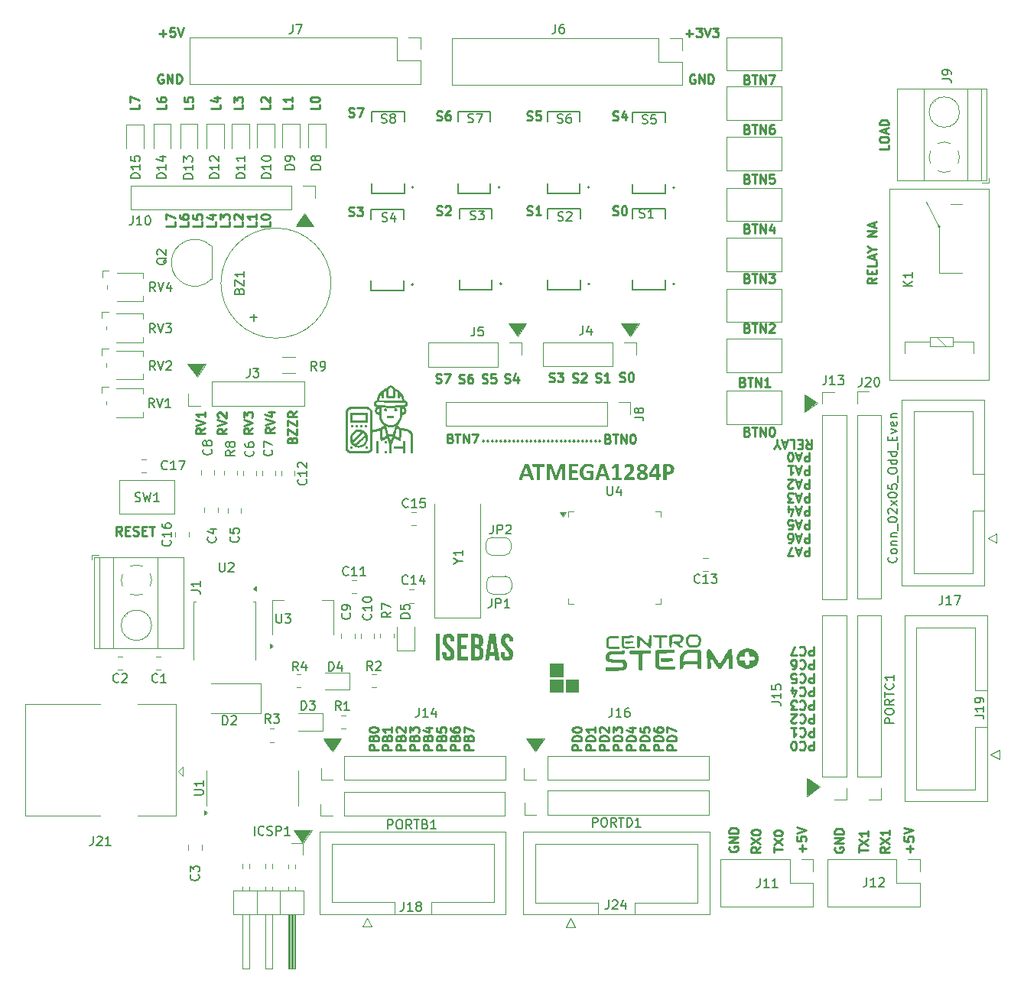
<source format=gbr>
%TF.GenerationSoftware,KiCad,Pcbnew,9.0.2*%
%TF.CreationDate,2025-09-03T21:51:31-05:00*%
%TF.ProjectId,ENRTENADOR ATMEGA1284P,454e5254-454e-4414-944f-522041544d45,rev?*%
%TF.SameCoordinates,Original*%
%TF.FileFunction,Legend,Top*%
%TF.FilePolarity,Positive*%
%FSLAX46Y46*%
G04 Gerber Fmt 4.6, Leading zero omitted, Abs format (unit mm)*
G04 Created by KiCad (PCBNEW 9.0.2) date 2025-09-03 21:51:31*
%MOMM*%
%LPD*%
G01*
G04 APERTURE LIST*
%ADD10C,0.100000*%
%ADD11C,0.250000*%
%ADD12C,0.400000*%
%ADD13C,0.150000*%
%ADD14C,0.120000*%
%ADD15C,0.000000*%
%ADD16C,0.127000*%
%ADD17C,0.200000*%
G04 APERTURE END LIST*
D10*
X58770658Y-33855930D02*
X60770658Y-33855930D01*
X23530000Y-91440000D02*
X24500000Y-90000000D01*
X24729342Y-23144070D02*
X22729342Y-23144070D01*
X79030000Y-43715000D02*
X80470000Y-42685000D01*
X49300658Y-81295930D02*
X50270658Y-79855930D01*
X46270658Y-33855930D02*
X47300658Y-35295930D01*
X22500000Y-90000000D02*
X24500000Y-90000000D01*
X22500000Y-90000000D02*
X23530000Y-91440000D01*
X24729342Y-23144070D02*
X23699342Y-21704070D01*
X79030000Y-43715000D02*
X79030000Y-41715000D01*
X80795930Y-85199342D02*
X79355930Y-84229342D01*
X10770658Y-38355930D02*
X11800658Y-39795930D01*
X25770658Y-79855930D02*
X26800658Y-81295930D01*
X23699342Y-21704070D02*
X22729342Y-23144070D01*
X26800658Y-81295930D02*
X27770658Y-79855930D01*
X10770658Y-38355930D02*
X12770658Y-38355930D01*
X25770658Y-79855930D02*
X27770658Y-79855930D01*
X48270658Y-79855930D02*
X49300658Y-81295930D01*
X80470000Y-42685000D02*
X79030000Y-41715000D01*
X48270658Y-79855930D02*
X50270658Y-79855930D01*
X59800658Y-35295930D02*
X60770658Y-33855930D01*
X46270658Y-33855930D02*
X48270658Y-33855930D01*
X11800658Y-39795930D02*
X12770658Y-38355930D01*
X79355930Y-86229342D02*
X79355930Y-84229342D01*
X79355930Y-86229342D02*
X80795930Y-85199342D01*
X47300658Y-35295930D02*
X48270658Y-33855930D01*
X58770658Y-33855930D02*
X59800658Y-35295930D01*
D11*
X48354949Y-11317000D02*
X48497806Y-11364619D01*
X48497806Y-11364619D02*
X48735901Y-11364619D01*
X48735901Y-11364619D02*
X48831139Y-11317000D01*
X48831139Y-11317000D02*
X48878758Y-11269380D01*
X48878758Y-11269380D02*
X48926377Y-11174142D01*
X48926377Y-11174142D02*
X48926377Y-11078904D01*
X48926377Y-11078904D02*
X48878758Y-10983666D01*
X48878758Y-10983666D02*
X48831139Y-10936047D01*
X48831139Y-10936047D02*
X48735901Y-10888428D01*
X48735901Y-10888428D02*
X48545425Y-10840809D01*
X48545425Y-10840809D02*
X48450187Y-10793190D01*
X48450187Y-10793190D02*
X48402568Y-10745571D01*
X48402568Y-10745571D02*
X48354949Y-10650333D01*
X48354949Y-10650333D02*
X48354949Y-10555095D01*
X48354949Y-10555095D02*
X48402568Y-10459857D01*
X48402568Y-10459857D02*
X48450187Y-10412238D01*
X48450187Y-10412238D02*
X48545425Y-10364619D01*
X48545425Y-10364619D02*
X48783520Y-10364619D01*
X48783520Y-10364619D02*
X48926377Y-10412238D01*
X49831139Y-10364619D02*
X49354949Y-10364619D01*
X49354949Y-10364619D02*
X49307330Y-10840809D01*
X49307330Y-10840809D02*
X49354949Y-10793190D01*
X49354949Y-10793190D02*
X49450187Y-10745571D01*
X49450187Y-10745571D02*
X49688282Y-10745571D01*
X49688282Y-10745571D02*
X49783520Y-10793190D01*
X49783520Y-10793190D02*
X49831139Y-10840809D01*
X49831139Y-10840809D02*
X49878758Y-10936047D01*
X49878758Y-10936047D02*
X49878758Y-11174142D01*
X49878758Y-11174142D02*
X49831139Y-11269380D01*
X49831139Y-11269380D02*
X49783520Y-11317000D01*
X49783520Y-11317000D02*
X49688282Y-11364619D01*
X49688282Y-11364619D02*
X49450187Y-11364619D01*
X49450187Y-11364619D02*
X49354949Y-11317000D01*
X49354949Y-11317000D02*
X49307330Y-11269380D01*
X42364619Y-81097431D02*
X41364619Y-81097431D01*
X41364619Y-81097431D02*
X41364619Y-80716479D01*
X41364619Y-80716479D02*
X41412238Y-80621241D01*
X41412238Y-80621241D02*
X41459857Y-80573622D01*
X41459857Y-80573622D02*
X41555095Y-80526003D01*
X41555095Y-80526003D02*
X41697952Y-80526003D01*
X41697952Y-80526003D02*
X41793190Y-80573622D01*
X41793190Y-80573622D02*
X41840809Y-80621241D01*
X41840809Y-80621241D02*
X41888428Y-80716479D01*
X41888428Y-80716479D02*
X41888428Y-81097431D01*
X41840809Y-79764098D02*
X41888428Y-79621241D01*
X41888428Y-79621241D02*
X41936047Y-79573622D01*
X41936047Y-79573622D02*
X42031285Y-79526003D01*
X42031285Y-79526003D02*
X42174142Y-79526003D01*
X42174142Y-79526003D02*
X42269380Y-79573622D01*
X42269380Y-79573622D02*
X42317000Y-79621241D01*
X42317000Y-79621241D02*
X42364619Y-79716479D01*
X42364619Y-79716479D02*
X42364619Y-80097431D01*
X42364619Y-80097431D02*
X41364619Y-80097431D01*
X41364619Y-80097431D02*
X41364619Y-79764098D01*
X41364619Y-79764098D02*
X41412238Y-79668860D01*
X41412238Y-79668860D02*
X41459857Y-79621241D01*
X41459857Y-79621241D02*
X41555095Y-79573622D01*
X41555095Y-79573622D02*
X41650333Y-79573622D01*
X41650333Y-79573622D02*
X41745571Y-79621241D01*
X41745571Y-79621241D02*
X41793190Y-79668860D01*
X41793190Y-79668860D02*
X41840809Y-79764098D01*
X41840809Y-79764098D02*
X41840809Y-80097431D01*
X41364619Y-79192669D02*
X41364619Y-78526003D01*
X41364619Y-78526003D02*
X42364619Y-78954574D01*
X87014619Y-28826003D02*
X86538428Y-29159336D01*
X87014619Y-29397431D02*
X86014619Y-29397431D01*
X86014619Y-29397431D02*
X86014619Y-29016479D01*
X86014619Y-29016479D02*
X86062238Y-28921241D01*
X86062238Y-28921241D02*
X86109857Y-28873622D01*
X86109857Y-28873622D02*
X86205095Y-28826003D01*
X86205095Y-28826003D02*
X86347952Y-28826003D01*
X86347952Y-28826003D02*
X86443190Y-28873622D01*
X86443190Y-28873622D02*
X86490809Y-28921241D01*
X86490809Y-28921241D02*
X86538428Y-29016479D01*
X86538428Y-29016479D02*
X86538428Y-29397431D01*
X86490809Y-28397431D02*
X86490809Y-28064098D01*
X87014619Y-27921241D02*
X87014619Y-28397431D01*
X87014619Y-28397431D02*
X86014619Y-28397431D01*
X86014619Y-28397431D02*
X86014619Y-27921241D01*
X87014619Y-27016479D02*
X87014619Y-27492669D01*
X87014619Y-27492669D02*
X86014619Y-27492669D01*
X86728904Y-26730764D02*
X86728904Y-26254574D01*
X87014619Y-26826002D02*
X86014619Y-26492669D01*
X86014619Y-26492669D02*
X87014619Y-26159336D01*
X86538428Y-25635526D02*
X87014619Y-25635526D01*
X86014619Y-25968859D02*
X86538428Y-25635526D01*
X86538428Y-25635526D02*
X86014619Y-25302193D01*
X87014619Y-24206954D02*
X86014619Y-24206954D01*
X86014619Y-24206954D02*
X87014619Y-23635526D01*
X87014619Y-23635526D02*
X86014619Y-23635526D01*
X86728904Y-23206954D02*
X86728904Y-22730764D01*
X87014619Y-23302192D02*
X86014619Y-22968859D01*
X86014619Y-22968859D02*
X87014619Y-22635526D01*
X38354949Y-21817000D02*
X38497806Y-21864619D01*
X38497806Y-21864619D02*
X38735901Y-21864619D01*
X38735901Y-21864619D02*
X38831139Y-21817000D01*
X38831139Y-21817000D02*
X38878758Y-21769380D01*
X38878758Y-21769380D02*
X38926377Y-21674142D01*
X38926377Y-21674142D02*
X38926377Y-21578904D01*
X38926377Y-21578904D02*
X38878758Y-21483666D01*
X38878758Y-21483666D02*
X38831139Y-21436047D01*
X38831139Y-21436047D02*
X38735901Y-21388428D01*
X38735901Y-21388428D02*
X38545425Y-21340809D01*
X38545425Y-21340809D02*
X38450187Y-21293190D01*
X38450187Y-21293190D02*
X38402568Y-21245571D01*
X38402568Y-21245571D02*
X38354949Y-21150333D01*
X38354949Y-21150333D02*
X38354949Y-21055095D01*
X38354949Y-21055095D02*
X38402568Y-20959857D01*
X38402568Y-20959857D02*
X38450187Y-20912238D01*
X38450187Y-20912238D02*
X38545425Y-20864619D01*
X38545425Y-20864619D02*
X38783520Y-20864619D01*
X38783520Y-20864619D02*
X38926377Y-20912238D01*
X39307330Y-20959857D02*
X39354949Y-20912238D01*
X39354949Y-20912238D02*
X39450187Y-20864619D01*
X39450187Y-20864619D02*
X39688282Y-20864619D01*
X39688282Y-20864619D02*
X39783520Y-20912238D01*
X39783520Y-20912238D02*
X39831139Y-20959857D01*
X39831139Y-20959857D02*
X39878758Y-21055095D01*
X39878758Y-21055095D02*
X39878758Y-21150333D01*
X39878758Y-21150333D02*
X39831139Y-21293190D01*
X39831139Y-21293190D02*
X39259711Y-21864619D01*
X39259711Y-21864619D02*
X39878758Y-21864619D01*
X72735901Y-6840809D02*
X72878758Y-6888428D01*
X72878758Y-6888428D02*
X72926377Y-6936047D01*
X72926377Y-6936047D02*
X72973996Y-7031285D01*
X72973996Y-7031285D02*
X72973996Y-7174142D01*
X72973996Y-7174142D02*
X72926377Y-7269380D01*
X72926377Y-7269380D02*
X72878758Y-7317000D01*
X72878758Y-7317000D02*
X72783520Y-7364619D01*
X72783520Y-7364619D02*
X72402568Y-7364619D01*
X72402568Y-7364619D02*
X72402568Y-6364619D01*
X72402568Y-6364619D02*
X72735901Y-6364619D01*
X72735901Y-6364619D02*
X72831139Y-6412238D01*
X72831139Y-6412238D02*
X72878758Y-6459857D01*
X72878758Y-6459857D02*
X72926377Y-6555095D01*
X72926377Y-6555095D02*
X72926377Y-6650333D01*
X72926377Y-6650333D02*
X72878758Y-6745571D01*
X72878758Y-6745571D02*
X72831139Y-6793190D01*
X72831139Y-6793190D02*
X72735901Y-6840809D01*
X72735901Y-6840809D02*
X72402568Y-6840809D01*
X73259711Y-6364619D02*
X73831139Y-6364619D01*
X73545425Y-7364619D02*
X73545425Y-6364619D01*
X74164473Y-7364619D02*
X74164473Y-6364619D01*
X74164473Y-6364619D02*
X74735901Y-7364619D01*
X74735901Y-7364619D02*
X74735901Y-6364619D01*
X75116854Y-6364619D02*
X75783520Y-6364619D01*
X75783520Y-6364619D02*
X75354949Y-7364619D01*
X14364619Y-9621241D02*
X14364619Y-10097431D01*
X14364619Y-10097431D02*
X13364619Y-10097431D01*
X13697952Y-8859336D02*
X14364619Y-8859336D01*
X13317000Y-9097431D02*
X14031285Y-9335526D01*
X14031285Y-9335526D02*
X14031285Y-8716479D01*
X8026377Y-6312238D02*
X7931139Y-6264619D01*
X7931139Y-6264619D02*
X7788282Y-6264619D01*
X7788282Y-6264619D02*
X7645425Y-6312238D01*
X7645425Y-6312238D02*
X7550187Y-6407476D01*
X7550187Y-6407476D02*
X7502568Y-6502714D01*
X7502568Y-6502714D02*
X7454949Y-6693190D01*
X7454949Y-6693190D02*
X7454949Y-6836047D01*
X7454949Y-6836047D02*
X7502568Y-7026523D01*
X7502568Y-7026523D02*
X7550187Y-7121761D01*
X7550187Y-7121761D02*
X7645425Y-7217000D01*
X7645425Y-7217000D02*
X7788282Y-7264619D01*
X7788282Y-7264619D02*
X7883520Y-7264619D01*
X7883520Y-7264619D02*
X8026377Y-7217000D01*
X8026377Y-7217000D02*
X8073996Y-7169380D01*
X8073996Y-7169380D02*
X8073996Y-6836047D01*
X8073996Y-6836047D02*
X7883520Y-6836047D01*
X8502568Y-7264619D02*
X8502568Y-6264619D01*
X8502568Y-6264619D02*
X9073996Y-7264619D01*
X9073996Y-7264619D02*
X9073996Y-6264619D01*
X9550187Y-7264619D02*
X9550187Y-6264619D01*
X9550187Y-6264619D02*
X9788282Y-6264619D01*
X9788282Y-6264619D02*
X9931139Y-6312238D01*
X9931139Y-6312238D02*
X10026377Y-6407476D01*
X10026377Y-6407476D02*
X10073996Y-6502714D01*
X10073996Y-6502714D02*
X10121615Y-6693190D01*
X10121615Y-6693190D02*
X10121615Y-6836047D01*
X10121615Y-6836047D02*
X10073996Y-7026523D01*
X10073996Y-7026523D02*
X10026377Y-7121761D01*
X10026377Y-7121761D02*
X9931139Y-7217000D01*
X9931139Y-7217000D02*
X9788282Y-7264619D01*
X9788282Y-7264619D02*
X9550187Y-7264619D01*
X15074619Y-45516003D02*
X14598428Y-45849336D01*
X15074619Y-46087431D02*
X14074619Y-46087431D01*
X14074619Y-46087431D02*
X14074619Y-45706479D01*
X14074619Y-45706479D02*
X14122238Y-45611241D01*
X14122238Y-45611241D02*
X14169857Y-45563622D01*
X14169857Y-45563622D02*
X14265095Y-45516003D01*
X14265095Y-45516003D02*
X14407952Y-45516003D01*
X14407952Y-45516003D02*
X14503190Y-45563622D01*
X14503190Y-45563622D02*
X14550809Y-45611241D01*
X14550809Y-45611241D02*
X14598428Y-45706479D01*
X14598428Y-45706479D02*
X14598428Y-46087431D01*
X14074619Y-45230288D02*
X15074619Y-44896955D01*
X15074619Y-44896955D02*
X14074619Y-44563622D01*
X14169857Y-44277907D02*
X14122238Y-44230288D01*
X14122238Y-44230288D02*
X14074619Y-44135050D01*
X14074619Y-44135050D02*
X14074619Y-43896955D01*
X14074619Y-43896955D02*
X14122238Y-43801717D01*
X14122238Y-43801717D02*
X14169857Y-43754098D01*
X14169857Y-43754098D02*
X14265095Y-43706479D01*
X14265095Y-43706479D02*
X14360333Y-43706479D01*
X14360333Y-43706479D02*
X14503190Y-43754098D01*
X14503190Y-43754098D02*
X15074619Y-44325526D01*
X15074619Y-44325526D02*
X15074619Y-43706479D01*
X53394949Y-40347000D02*
X53537806Y-40394619D01*
X53537806Y-40394619D02*
X53775901Y-40394619D01*
X53775901Y-40394619D02*
X53871139Y-40347000D01*
X53871139Y-40347000D02*
X53918758Y-40299380D01*
X53918758Y-40299380D02*
X53966377Y-40204142D01*
X53966377Y-40204142D02*
X53966377Y-40108904D01*
X53966377Y-40108904D02*
X53918758Y-40013666D01*
X53918758Y-40013666D02*
X53871139Y-39966047D01*
X53871139Y-39966047D02*
X53775901Y-39918428D01*
X53775901Y-39918428D02*
X53585425Y-39870809D01*
X53585425Y-39870809D02*
X53490187Y-39823190D01*
X53490187Y-39823190D02*
X53442568Y-39775571D01*
X53442568Y-39775571D02*
X53394949Y-39680333D01*
X53394949Y-39680333D02*
X53394949Y-39585095D01*
X53394949Y-39585095D02*
X53442568Y-39489857D01*
X53442568Y-39489857D02*
X53490187Y-39442238D01*
X53490187Y-39442238D02*
X53585425Y-39394619D01*
X53585425Y-39394619D02*
X53823520Y-39394619D01*
X53823520Y-39394619D02*
X53966377Y-39442238D01*
X54347330Y-39489857D02*
X54394949Y-39442238D01*
X54394949Y-39442238D02*
X54490187Y-39394619D01*
X54490187Y-39394619D02*
X54728282Y-39394619D01*
X54728282Y-39394619D02*
X54823520Y-39442238D01*
X54823520Y-39442238D02*
X54871139Y-39489857D01*
X54871139Y-39489857D02*
X54918758Y-39585095D01*
X54918758Y-39585095D02*
X54918758Y-39680333D01*
X54918758Y-39680333D02*
X54871139Y-39823190D01*
X54871139Y-39823190D02*
X54299711Y-40394619D01*
X54299711Y-40394619D02*
X54918758Y-40394619D01*
X38254949Y-40397000D02*
X38397806Y-40444619D01*
X38397806Y-40444619D02*
X38635901Y-40444619D01*
X38635901Y-40444619D02*
X38731139Y-40397000D01*
X38731139Y-40397000D02*
X38778758Y-40349380D01*
X38778758Y-40349380D02*
X38826377Y-40254142D01*
X38826377Y-40254142D02*
X38826377Y-40158904D01*
X38826377Y-40158904D02*
X38778758Y-40063666D01*
X38778758Y-40063666D02*
X38731139Y-40016047D01*
X38731139Y-40016047D02*
X38635901Y-39968428D01*
X38635901Y-39968428D02*
X38445425Y-39920809D01*
X38445425Y-39920809D02*
X38350187Y-39873190D01*
X38350187Y-39873190D02*
X38302568Y-39825571D01*
X38302568Y-39825571D02*
X38254949Y-39730333D01*
X38254949Y-39730333D02*
X38254949Y-39635095D01*
X38254949Y-39635095D02*
X38302568Y-39539857D01*
X38302568Y-39539857D02*
X38350187Y-39492238D01*
X38350187Y-39492238D02*
X38445425Y-39444619D01*
X38445425Y-39444619D02*
X38683520Y-39444619D01*
X38683520Y-39444619D02*
X38826377Y-39492238D01*
X39159711Y-39444619D02*
X39826377Y-39444619D01*
X39826377Y-39444619D02*
X39397806Y-40444619D01*
X80097431Y-80135380D02*
X80097431Y-81135380D01*
X80097431Y-81135380D02*
X79716479Y-81135380D01*
X79716479Y-81135380D02*
X79621241Y-81087761D01*
X79621241Y-81087761D02*
X79573622Y-81040142D01*
X79573622Y-81040142D02*
X79526003Y-80944904D01*
X79526003Y-80944904D02*
X79526003Y-80802047D01*
X79526003Y-80802047D02*
X79573622Y-80706809D01*
X79573622Y-80706809D02*
X79621241Y-80659190D01*
X79621241Y-80659190D02*
X79716479Y-80611571D01*
X79716479Y-80611571D02*
X80097431Y-80611571D01*
X78526003Y-80230619D02*
X78573622Y-80183000D01*
X78573622Y-80183000D02*
X78716479Y-80135380D01*
X78716479Y-80135380D02*
X78811717Y-80135380D01*
X78811717Y-80135380D02*
X78954574Y-80183000D01*
X78954574Y-80183000D02*
X79049812Y-80278238D01*
X79049812Y-80278238D02*
X79097431Y-80373476D01*
X79097431Y-80373476D02*
X79145050Y-80563952D01*
X79145050Y-80563952D02*
X79145050Y-80706809D01*
X79145050Y-80706809D02*
X79097431Y-80897285D01*
X79097431Y-80897285D02*
X79049812Y-80992523D01*
X79049812Y-80992523D02*
X78954574Y-81087761D01*
X78954574Y-81087761D02*
X78811717Y-81135380D01*
X78811717Y-81135380D02*
X78716479Y-81135380D01*
X78716479Y-81135380D02*
X78573622Y-81087761D01*
X78573622Y-81087761D02*
X78526003Y-81040142D01*
X77906955Y-81135380D02*
X77811717Y-81135380D01*
X77811717Y-81135380D02*
X77716479Y-81087761D01*
X77716479Y-81087761D02*
X77668860Y-81040142D01*
X77668860Y-81040142D02*
X77621241Y-80944904D01*
X77621241Y-80944904D02*
X77573622Y-80754428D01*
X77573622Y-80754428D02*
X77573622Y-80516333D01*
X77573622Y-80516333D02*
X77621241Y-80325857D01*
X77621241Y-80325857D02*
X77668860Y-80230619D01*
X77668860Y-80230619D02*
X77716479Y-80183000D01*
X77716479Y-80183000D02*
X77811717Y-80135380D01*
X77811717Y-80135380D02*
X77906955Y-80135380D01*
X77906955Y-80135380D02*
X78002193Y-80183000D01*
X78002193Y-80183000D02*
X78049812Y-80230619D01*
X78049812Y-80230619D02*
X78097431Y-80325857D01*
X78097431Y-80325857D02*
X78145050Y-80516333D01*
X78145050Y-80516333D02*
X78145050Y-80754428D01*
X78145050Y-80754428D02*
X78097431Y-80944904D01*
X78097431Y-80944904D02*
X78049812Y-81040142D01*
X78049812Y-81040142D02*
X78002193Y-81087761D01*
X78002193Y-81087761D02*
X77906955Y-81135380D01*
X88364619Y-14121241D02*
X88364619Y-14597431D01*
X88364619Y-14597431D02*
X87364619Y-14597431D01*
X87364619Y-13597431D02*
X87364619Y-13406955D01*
X87364619Y-13406955D02*
X87412238Y-13311717D01*
X87412238Y-13311717D02*
X87507476Y-13216479D01*
X87507476Y-13216479D02*
X87697952Y-13168860D01*
X87697952Y-13168860D02*
X88031285Y-13168860D01*
X88031285Y-13168860D02*
X88221761Y-13216479D01*
X88221761Y-13216479D02*
X88317000Y-13311717D01*
X88317000Y-13311717D02*
X88364619Y-13406955D01*
X88364619Y-13406955D02*
X88364619Y-13597431D01*
X88364619Y-13597431D02*
X88317000Y-13692669D01*
X88317000Y-13692669D02*
X88221761Y-13787907D01*
X88221761Y-13787907D02*
X88031285Y-13835526D01*
X88031285Y-13835526D02*
X87697952Y-13835526D01*
X87697952Y-13835526D02*
X87507476Y-13787907D01*
X87507476Y-13787907D02*
X87412238Y-13692669D01*
X87412238Y-13692669D02*
X87364619Y-13597431D01*
X88078904Y-12787907D02*
X88078904Y-12311717D01*
X88364619Y-12883145D02*
X87364619Y-12549812D01*
X87364619Y-12549812D02*
X88364619Y-12216479D01*
X88364619Y-11883145D02*
X87364619Y-11883145D01*
X87364619Y-11883145D02*
X87364619Y-11645050D01*
X87364619Y-11645050D02*
X87412238Y-11502193D01*
X87412238Y-11502193D02*
X87507476Y-11406955D01*
X87507476Y-11406955D02*
X87602714Y-11359336D01*
X87602714Y-11359336D02*
X87793190Y-11311717D01*
X87793190Y-11311717D02*
X87936047Y-11311717D01*
X87936047Y-11311717D02*
X88126523Y-11359336D01*
X88126523Y-11359336D02*
X88221761Y-11406955D01*
X88221761Y-11406955D02*
X88317000Y-11502193D01*
X88317000Y-11502193D02*
X88364619Y-11645050D01*
X88364619Y-11645050D02*
X88364619Y-11883145D01*
X43492568Y-46819380D02*
X43540187Y-46867000D01*
X43540187Y-46867000D02*
X43492568Y-46914619D01*
X43492568Y-46914619D02*
X43444949Y-46867000D01*
X43444949Y-46867000D02*
X43492568Y-46819380D01*
X43492568Y-46819380D02*
X43492568Y-46914619D01*
X43968758Y-46819380D02*
X44016377Y-46867000D01*
X44016377Y-46867000D02*
X43968758Y-46914619D01*
X43968758Y-46914619D02*
X43921139Y-46867000D01*
X43921139Y-46867000D02*
X43968758Y-46819380D01*
X43968758Y-46819380D02*
X43968758Y-46914619D01*
X44444948Y-46819380D02*
X44492567Y-46867000D01*
X44492567Y-46867000D02*
X44444948Y-46914619D01*
X44444948Y-46914619D02*
X44397329Y-46867000D01*
X44397329Y-46867000D02*
X44444948Y-46819380D01*
X44444948Y-46819380D02*
X44444948Y-46914619D01*
X44921138Y-46819380D02*
X44968757Y-46867000D01*
X44968757Y-46867000D02*
X44921138Y-46914619D01*
X44921138Y-46914619D02*
X44873519Y-46867000D01*
X44873519Y-46867000D02*
X44921138Y-46819380D01*
X44921138Y-46819380D02*
X44921138Y-46914619D01*
X45397328Y-46819380D02*
X45444947Y-46867000D01*
X45444947Y-46867000D02*
X45397328Y-46914619D01*
X45397328Y-46914619D02*
X45349709Y-46867000D01*
X45349709Y-46867000D02*
X45397328Y-46819380D01*
X45397328Y-46819380D02*
X45397328Y-46914619D01*
X45873518Y-46819380D02*
X45921137Y-46867000D01*
X45921137Y-46867000D02*
X45873518Y-46914619D01*
X45873518Y-46914619D02*
X45825899Y-46867000D01*
X45825899Y-46867000D02*
X45873518Y-46819380D01*
X45873518Y-46819380D02*
X45873518Y-46914619D01*
X46349708Y-46819380D02*
X46397327Y-46867000D01*
X46397327Y-46867000D02*
X46349708Y-46914619D01*
X46349708Y-46914619D02*
X46302089Y-46867000D01*
X46302089Y-46867000D02*
X46349708Y-46819380D01*
X46349708Y-46819380D02*
X46349708Y-46914619D01*
X46825898Y-46819380D02*
X46873517Y-46867000D01*
X46873517Y-46867000D02*
X46825898Y-46914619D01*
X46825898Y-46914619D02*
X46778279Y-46867000D01*
X46778279Y-46867000D02*
X46825898Y-46819380D01*
X46825898Y-46819380D02*
X46825898Y-46914619D01*
X47302088Y-46819380D02*
X47349707Y-46867000D01*
X47349707Y-46867000D02*
X47302088Y-46914619D01*
X47302088Y-46914619D02*
X47254469Y-46867000D01*
X47254469Y-46867000D02*
X47302088Y-46819380D01*
X47302088Y-46819380D02*
X47302088Y-46914619D01*
X47778278Y-46819380D02*
X47825897Y-46867000D01*
X47825897Y-46867000D02*
X47778278Y-46914619D01*
X47778278Y-46914619D02*
X47730659Y-46867000D01*
X47730659Y-46867000D02*
X47778278Y-46819380D01*
X47778278Y-46819380D02*
X47778278Y-46914619D01*
X48254468Y-46819380D02*
X48302087Y-46867000D01*
X48302087Y-46867000D02*
X48254468Y-46914619D01*
X48254468Y-46914619D02*
X48206849Y-46867000D01*
X48206849Y-46867000D02*
X48254468Y-46819380D01*
X48254468Y-46819380D02*
X48254468Y-46914619D01*
X48730658Y-46819380D02*
X48778277Y-46867000D01*
X48778277Y-46867000D02*
X48730658Y-46914619D01*
X48730658Y-46914619D02*
X48683039Y-46867000D01*
X48683039Y-46867000D02*
X48730658Y-46819380D01*
X48730658Y-46819380D02*
X48730658Y-46914619D01*
X49206848Y-46819380D02*
X49254467Y-46867000D01*
X49254467Y-46867000D02*
X49206848Y-46914619D01*
X49206848Y-46914619D02*
X49159229Y-46867000D01*
X49159229Y-46867000D02*
X49206848Y-46819380D01*
X49206848Y-46819380D02*
X49206848Y-46914619D01*
X49683038Y-46819380D02*
X49730657Y-46867000D01*
X49730657Y-46867000D02*
X49683038Y-46914619D01*
X49683038Y-46914619D02*
X49635419Y-46867000D01*
X49635419Y-46867000D02*
X49683038Y-46819380D01*
X49683038Y-46819380D02*
X49683038Y-46914619D01*
X50159228Y-46819380D02*
X50206847Y-46867000D01*
X50206847Y-46867000D02*
X50159228Y-46914619D01*
X50159228Y-46914619D02*
X50111609Y-46867000D01*
X50111609Y-46867000D02*
X50159228Y-46819380D01*
X50159228Y-46819380D02*
X50159228Y-46914619D01*
X50635418Y-46819380D02*
X50683037Y-46867000D01*
X50683037Y-46867000D02*
X50635418Y-46914619D01*
X50635418Y-46914619D02*
X50587799Y-46867000D01*
X50587799Y-46867000D02*
X50635418Y-46819380D01*
X50635418Y-46819380D02*
X50635418Y-46914619D01*
X51111608Y-46819380D02*
X51159227Y-46867000D01*
X51159227Y-46867000D02*
X51111608Y-46914619D01*
X51111608Y-46914619D02*
X51063989Y-46867000D01*
X51063989Y-46867000D02*
X51111608Y-46819380D01*
X51111608Y-46819380D02*
X51111608Y-46914619D01*
X51587798Y-46819380D02*
X51635417Y-46867000D01*
X51635417Y-46867000D02*
X51587798Y-46914619D01*
X51587798Y-46914619D02*
X51540179Y-46867000D01*
X51540179Y-46867000D02*
X51587798Y-46819380D01*
X51587798Y-46819380D02*
X51587798Y-46914619D01*
X52063988Y-46819380D02*
X52111607Y-46867000D01*
X52111607Y-46867000D02*
X52063988Y-46914619D01*
X52063988Y-46914619D02*
X52016369Y-46867000D01*
X52016369Y-46867000D02*
X52063988Y-46819380D01*
X52063988Y-46819380D02*
X52063988Y-46914619D01*
X52540178Y-46819380D02*
X52587797Y-46867000D01*
X52587797Y-46867000D02*
X52540178Y-46914619D01*
X52540178Y-46914619D02*
X52492559Y-46867000D01*
X52492559Y-46867000D02*
X52540178Y-46819380D01*
X52540178Y-46819380D02*
X52540178Y-46914619D01*
X53016368Y-46819380D02*
X53063987Y-46867000D01*
X53063987Y-46867000D02*
X53016368Y-46914619D01*
X53016368Y-46914619D02*
X52968749Y-46867000D01*
X52968749Y-46867000D02*
X53016368Y-46819380D01*
X53016368Y-46819380D02*
X53016368Y-46914619D01*
X53492558Y-46819380D02*
X53540177Y-46867000D01*
X53540177Y-46867000D02*
X53492558Y-46914619D01*
X53492558Y-46914619D02*
X53444939Y-46867000D01*
X53444939Y-46867000D02*
X53492558Y-46819380D01*
X53492558Y-46819380D02*
X53492558Y-46914619D01*
X53968748Y-46819380D02*
X54016367Y-46867000D01*
X54016367Y-46867000D02*
X53968748Y-46914619D01*
X53968748Y-46914619D02*
X53921129Y-46867000D01*
X53921129Y-46867000D02*
X53968748Y-46819380D01*
X53968748Y-46819380D02*
X53968748Y-46914619D01*
X54444938Y-46819380D02*
X54492557Y-46867000D01*
X54492557Y-46867000D02*
X54444938Y-46914619D01*
X54444938Y-46914619D02*
X54397319Y-46867000D01*
X54397319Y-46867000D02*
X54444938Y-46819380D01*
X54444938Y-46819380D02*
X54444938Y-46914619D01*
X54921128Y-46819380D02*
X54968747Y-46867000D01*
X54968747Y-46867000D02*
X54921128Y-46914619D01*
X54921128Y-46914619D02*
X54873509Y-46867000D01*
X54873509Y-46867000D02*
X54921128Y-46819380D01*
X54921128Y-46819380D02*
X54921128Y-46914619D01*
X55397318Y-46819380D02*
X55444937Y-46867000D01*
X55444937Y-46867000D02*
X55397318Y-46914619D01*
X55397318Y-46914619D02*
X55349699Y-46867000D01*
X55349699Y-46867000D02*
X55397318Y-46819380D01*
X55397318Y-46819380D02*
X55397318Y-46914619D01*
X55873508Y-46819380D02*
X55921127Y-46867000D01*
X55921127Y-46867000D02*
X55873508Y-46914619D01*
X55873508Y-46914619D02*
X55825889Y-46867000D01*
X55825889Y-46867000D02*
X55873508Y-46819380D01*
X55873508Y-46819380D02*
X55873508Y-46914619D01*
X56349698Y-46819380D02*
X56397317Y-46867000D01*
X56397317Y-46867000D02*
X56349698Y-46914619D01*
X56349698Y-46914619D02*
X56302079Y-46867000D01*
X56302079Y-46867000D02*
X56349698Y-46819380D01*
X56349698Y-46819380D02*
X56349698Y-46914619D01*
X19864619Y-22621241D02*
X19864619Y-23097431D01*
X19864619Y-23097431D02*
X18864619Y-23097431D01*
X18864619Y-22097431D02*
X18864619Y-22002193D01*
X18864619Y-22002193D02*
X18912238Y-21906955D01*
X18912238Y-21906955D02*
X18959857Y-21859336D01*
X18959857Y-21859336D02*
X19055095Y-21811717D01*
X19055095Y-21811717D02*
X19245571Y-21764098D01*
X19245571Y-21764098D02*
X19483666Y-21764098D01*
X19483666Y-21764098D02*
X19674142Y-21811717D01*
X19674142Y-21811717D02*
X19769380Y-21859336D01*
X19769380Y-21859336D02*
X19817000Y-21906955D01*
X19817000Y-21906955D02*
X19864619Y-22002193D01*
X19864619Y-22002193D02*
X19864619Y-22097431D01*
X19864619Y-22097431D02*
X19817000Y-22192669D01*
X19817000Y-22192669D02*
X19769380Y-22240288D01*
X19769380Y-22240288D02*
X19674142Y-22287907D01*
X19674142Y-22287907D02*
X19483666Y-22335526D01*
X19483666Y-22335526D02*
X19245571Y-22335526D01*
X19245571Y-22335526D02*
X19055095Y-22287907D01*
X19055095Y-22287907D02*
X18959857Y-22240288D01*
X18959857Y-22240288D02*
X18912238Y-22192669D01*
X18912238Y-22192669D02*
X18864619Y-22097431D01*
X55864619Y-81097431D02*
X54864619Y-81097431D01*
X54864619Y-81097431D02*
X54864619Y-80716479D01*
X54864619Y-80716479D02*
X54912238Y-80621241D01*
X54912238Y-80621241D02*
X54959857Y-80573622D01*
X54959857Y-80573622D02*
X55055095Y-80526003D01*
X55055095Y-80526003D02*
X55197952Y-80526003D01*
X55197952Y-80526003D02*
X55293190Y-80573622D01*
X55293190Y-80573622D02*
X55340809Y-80621241D01*
X55340809Y-80621241D02*
X55388428Y-80716479D01*
X55388428Y-80716479D02*
X55388428Y-81097431D01*
X55864619Y-80097431D02*
X54864619Y-80097431D01*
X54864619Y-80097431D02*
X54864619Y-79859336D01*
X54864619Y-79859336D02*
X54912238Y-79716479D01*
X54912238Y-79716479D02*
X55007476Y-79621241D01*
X55007476Y-79621241D02*
X55102714Y-79573622D01*
X55102714Y-79573622D02*
X55293190Y-79526003D01*
X55293190Y-79526003D02*
X55436047Y-79526003D01*
X55436047Y-79526003D02*
X55626523Y-79573622D01*
X55626523Y-79573622D02*
X55721761Y-79621241D01*
X55721761Y-79621241D02*
X55817000Y-79716479D01*
X55817000Y-79716479D02*
X55864619Y-79859336D01*
X55864619Y-79859336D02*
X55864619Y-80097431D01*
X55864619Y-78573622D02*
X55864619Y-79145050D01*
X55864619Y-78859336D02*
X54864619Y-78859336D01*
X54864619Y-78859336D02*
X55007476Y-78954574D01*
X55007476Y-78954574D02*
X55102714Y-79049812D01*
X55102714Y-79049812D02*
X55150333Y-79145050D01*
X88434619Y-91876003D02*
X87958428Y-92209336D01*
X88434619Y-92447431D02*
X87434619Y-92447431D01*
X87434619Y-92447431D02*
X87434619Y-92066479D01*
X87434619Y-92066479D02*
X87482238Y-91971241D01*
X87482238Y-91971241D02*
X87529857Y-91923622D01*
X87529857Y-91923622D02*
X87625095Y-91876003D01*
X87625095Y-91876003D02*
X87767952Y-91876003D01*
X87767952Y-91876003D02*
X87863190Y-91923622D01*
X87863190Y-91923622D02*
X87910809Y-91971241D01*
X87910809Y-91971241D02*
X87958428Y-92066479D01*
X87958428Y-92066479D02*
X87958428Y-92447431D01*
X87434619Y-91542669D02*
X88434619Y-90876003D01*
X87434619Y-90876003D02*
X88434619Y-91542669D01*
X88434619Y-89971241D02*
X88434619Y-90542669D01*
X88434619Y-90256955D02*
X87434619Y-90256955D01*
X87434619Y-90256955D02*
X87577476Y-90352193D01*
X87577476Y-90352193D02*
X87672714Y-90447431D01*
X87672714Y-90447431D02*
X87720333Y-90542669D01*
X57854949Y-11317000D02*
X57997806Y-11364619D01*
X57997806Y-11364619D02*
X58235901Y-11364619D01*
X58235901Y-11364619D02*
X58331139Y-11317000D01*
X58331139Y-11317000D02*
X58378758Y-11269380D01*
X58378758Y-11269380D02*
X58426377Y-11174142D01*
X58426377Y-11174142D02*
X58426377Y-11078904D01*
X58426377Y-11078904D02*
X58378758Y-10983666D01*
X58378758Y-10983666D02*
X58331139Y-10936047D01*
X58331139Y-10936047D02*
X58235901Y-10888428D01*
X58235901Y-10888428D02*
X58045425Y-10840809D01*
X58045425Y-10840809D02*
X57950187Y-10793190D01*
X57950187Y-10793190D02*
X57902568Y-10745571D01*
X57902568Y-10745571D02*
X57854949Y-10650333D01*
X57854949Y-10650333D02*
X57854949Y-10555095D01*
X57854949Y-10555095D02*
X57902568Y-10459857D01*
X57902568Y-10459857D02*
X57950187Y-10412238D01*
X57950187Y-10412238D02*
X58045425Y-10364619D01*
X58045425Y-10364619D02*
X58283520Y-10364619D01*
X58283520Y-10364619D02*
X58426377Y-10412238D01*
X59283520Y-10697952D02*
X59283520Y-11364619D01*
X59045425Y-10317000D02*
X58807330Y-11031285D01*
X58807330Y-11031285D02*
X59426377Y-11031285D01*
X79597431Y-58635380D02*
X79597431Y-59635380D01*
X79597431Y-59635380D02*
X79216479Y-59635380D01*
X79216479Y-59635380D02*
X79121241Y-59587761D01*
X79121241Y-59587761D02*
X79073622Y-59540142D01*
X79073622Y-59540142D02*
X79026003Y-59444904D01*
X79026003Y-59444904D02*
X79026003Y-59302047D01*
X79026003Y-59302047D02*
X79073622Y-59206809D01*
X79073622Y-59206809D02*
X79121241Y-59159190D01*
X79121241Y-59159190D02*
X79216479Y-59111571D01*
X79216479Y-59111571D02*
X79597431Y-59111571D01*
X78645050Y-58921095D02*
X78168860Y-58921095D01*
X78740288Y-58635380D02*
X78406955Y-59635380D01*
X78406955Y-59635380D02*
X78073622Y-58635380D01*
X77835526Y-59635380D02*
X77168860Y-59635380D01*
X77168860Y-59635380D02*
X77597431Y-58635380D01*
X39855901Y-46580809D02*
X39998758Y-46628428D01*
X39998758Y-46628428D02*
X40046377Y-46676047D01*
X40046377Y-46676047D02*
X40093996Y-46771285D01*
X40093996Y-46771285D02*
X40093996Y-46914142D01*
X40093996Y-46914142D02*
X40046377Y-47009380D01*
X40046377Y-47009380D02*
X39998758Y-47057000D01*
X39998758Y-47057000D02*
X39903520Y-47104619D01*
X39903520Y-47104619D02*
X39522568Y-47104619D01*
X39522568Y-47104619D02*
X39522568Y-46104619D01*
X39522568Y-46104619D02*
X39855901Y-46104619D01*
X39855901Y-46104619D02*
X39951139Y-46152238D01*
X39951139Y-46152238D02*
X39998758Y-46199857D01*
X39998758Y-46199857D02*
X40046377Y-46295095D01*
X40046377Y-46295095D02*
X40046377Y-46390333D01*
X40046377Y-46390333D02*
X39998758Y-46485571D01*
X39998758Y-46485571D02*
X39951139Y-46533190D01*
X39951139Y-46533190D02*
X39855901Y-46580809D01*
X39855901Y-46580809D02*
X39522568Y-46580809D01*
X40379711Y-46104619D02*
X40951139Y-46104619D01*
X40665425Y-47104619D02*
X40665425Y-46104619D01*
X41284473Y-47104619D02*
X41284473Y-46104619D01*
X41284473Y-46104619D02*
X41855901Y-47104619D01*
X41855901Y-47104619D02*
X41855901Y-46104619D01*
X42236854Y-46104619D02*
X42903520Y-46104619D01*
X42903520Y-46104619D02*
X42474949Y-47104619D01*
X72735901Y-34340809D02*
X72878758Y-34388428D01*
X72878758Y-34388428D02*
X72926377Y-34436047D01*
X72926377Y-34436047D02*
X72973996Y-34531285D01*
X72973996Y-34531285D02*
X72973996Y-34674142D01*
X72973996Y-34674142D02*
X72926377Y-34769380D01*
X72926377Y-34769380D02*
X72878758Y-34817000D01*
X72878758Y-34817000D02*
X72783520Y-34864619D01*
X72783520Y-34864619D02*
X72402568Y-34864619D01*
X72402568Y-34864619D02*
X72402568Y-33864619D01*
X72402568Y-33864619D02*
X72735901Y-33864619D01*
X72735901Y-33864619D02*
X72831139Y-33912238D01*
X72831139Y-33912238D02*
X72878758Y-33959857D01*
X72878758Y-33959857D02*
X72926377Y-34055095D01*
X72926377Y-34055095D02*
X72926377Y-34150333D01*
X72926377Y-34150333D02*
X72878758Y-34245571D01*
X72878758Y-34245571D02*
X72831139Y-34293190D01*
X72831139Y-34293190D02*
X72735901Y-34340809D01*
X72735901Y-34340809D02*
X72402568Y-34340809D01*
X73259711Y-33864619D02*
X73831139Y-33864619D01*
X73545425Y-34864619D02*
X73545425Y-33864619D01*
X74164473Y-34864619D02*
X74164473Y-33864619D01*
X74164473Y-33864619D02*
X74735901Y-34864619D01*
X74735901Y-34864619D02*
X74735901Y-33864619D01*
X75164473Y-33959857D02*
X75212092Y-33912238D01*
X75212092Y-33912238D02*
X75307330Y-33864619D01*
X75307330Y-33864619D02*
X75545425Y-33864619D01*
X75545425Y-33864619D02*
X75640663Y-33912238D01*
X75640663Y-33912238D02*
X75688282Y-33959857D01*
X75688282Y-33959857D02*
X75735901Y-34055095D01*
X75735901Y-34055095D02*
X75735901Y-34150333D01*
X75735901Y-34150333D02*
X75688282Y-34293190D01*
X75688282Y-34293190D02*
X75116854Y-34864619D01*
X75116854Y-34864619D02*
X75735901Y-34864619D01*
X36364619Y-81097431D02*
X35364619Y-81097431D01*
X35364619Y-81097431D02*
X35364619Y-80716479D01*
X35364619Y-80716479D02*
X35412238Y-80621241D01*
X35412238Y-80621241D02*
X35459857Y-80573622D01*
X35459857Y-80573622D02*
X35555095Y-80526003D01*
X35555095Y-80526003D02*
X35697952Y-80526003D01*
X35697952Y-80526003D02*
X35793190Y-80573622D01*
X35793190Y-80573622D02*
X35840809Y-80621241D01*
X35840809Y-80621241D02*
X35888428Y-80716479D01*
X35888428Y-80716479D02*
X35888428Y-81097431D01*
X35840809Y-79764098D02*
X35888428Y-79621241D01*
X35888428Y-79621241D02*
X35936047Y-79573622D01*
X35936047Y-79573622D02*
X36031285Y-79526003D01*
X36031285Y-79526003D02*
X36174142Y-79526003D01*
X36174142Y-79526003D02*
X36269380Y-79573622D01*
X36269380Y-79573622D02*
X36317000Y-79621241D01*
X36317000Y-79621241D02*
X36364619Y-79716479D01*
X36364619Y-79716479D02*
X36364619Y-80097431D01*
X36364619Y-80097431D02*
X35364619Y-80097431D01*
X35364619Y-80097431D02*
X35364619Y-79764098D01*
X35364619Y-79764098D02*
X35412238Y-79668860D01*
X35412238Y-79668860D02*
X35459857Y-79621241D01*
X35459857Y-79621241D02*
X35555095Y-79573622D01*
X35555095Y-79573622D02*
X35650333Y-79573622D01*
X35650333Y-79573622D02*
X35745571Y-79621241D01*
X35745571Y-79621241D02*
X35793190Y-79668860D01*
X35793190Y-79668860D02*
X35840809Y-79764098D01*
X35840809Y-79764098D02*
X35840809Y-80097431D01*
X35364619Y-79192669D02*
X35364619Y-78573622D01*
X35364619Y-78573622D02*
X35745571Y-78906955D01*
X35745571Y-78906955D02*
X35745571Y-78764098D01*
X35745571Y-78764098D02*
X35793190Y-78668860D01*
X35793190Y-78668860D02*
X35840809Y-78621241D01*
X35840809Y-78621241D02*
X35936047Y-78573622D01*
X35936047Y-78573622D02*
X36174142Y-78573622D01*
X36174142Y-78573622D02*
X36269380Y-78621241D01*
X36269380Y-78621241D02*
X36317000Y-78668860D01*
X36317000Y-78668860D02*
X36364619Y-78764098D01*
X36364619Y-78764098D02*
X36364619Y-79049812D01*
X36364619Y-79049812D02*
X36317000Y-79145050D01*
X36317000Y-79145050D02*
X36269380Y-79192669D01*
X8364619Y-9621241D02*
X8364619Y-10097431D01*
X8364619Y-10097431D02*
X7364619Y-10097431D01*
X7364619Y-8859336D02*
X7364619Y-9049812D01*
X7364619Y-9049812D02*
X7412238Y-9145050D01*
X7412238Y-9145050D02*
X7459857Y-9192669D01*
X7459857Y-9192669D02*
X7602714Y-9287907D01*
X7602714Y-9287907D02*
X7793190Y-9335526D01*
X7793190Y-9335526D02*
X8174142Y-9335526D01*
X8174142Y-9335526D02*
X8269380Y-9287907D01*
X8269380Y-9287907D02*
X8317000Y-9240288D01*
X8317000Y-9240288D02*
X8364619Y-9145050D01*
X8364619Y-9145050D02*
X8364619Y-8954574D01*
X8364619Y-8954574D02*
X8317000Y-8859336D01*
X8317000Y-8859336D02*
X8269380Y-8811717D01*
X8269380Y-8811717D02*
X8174142Y-8764098D01*
X8174142Y-8764098D02*
X7936047Y-8764098D01*
X7936047Y-8764098D02*
X7840809Y-8811717D01*
X7840809Y-8811717D02*
X7793190Y-8859336D01*
X7793190Y-8859336D02*
X7745571Y-8954574D01*
X7745571Y-8954574D02*
X7745571Y-9145050D01*
X7745571Y-9145050D02*
X7793190Y-9240288D01*
X7793190Y-9240288D02*
X7840809Y-9287907D01*
X7840809Y-9287907D02*
X7936047Y-9335526D01*
X38354949Y-11317000D02*
X38497806Y-11364619D01*
X38497806Y-11364619D02*
X38735901Y-11364619D01*
X38735901Y-11364619D02*
X38831139Y-11317000D01*
X38831139Y-11317000D02*
X38878758Y-11269380D01*
X38878758Y-11269380D02*
X38926377Y-11174142D01*
X38926377Y-11174142D02*
X38926377Y-11078904D01*
X38926377Y-11078904D02*
X38878758Y-10983666D01*
X38878758Y-10983666D02*
X38831139Y-10936047D01*
X38831139Y-10936047D02*
X38735901Y-10888428D01*
X38735901Y-10888428D02*
X38545425Y-10840809D01*
X38545425Y-10840809D02*
X38450187Y-10793190D01*
X38450187Y-10793190D02*
X38402568Y-10745571D01*
X38402568Y-10745571D02*
X38354949Y-10650333D01*
X38354949Y-10650333D02*
X38354949Y-10555095D01*
X38354949Y-10555095D02*
X38402568Y-10459857D01*
X38402568Y-10459857D02*
X38450187Y-10412238D01*
X38450187Y-10412238D02*
X38545425Y-10364619D01*
X38545425Y-10364619D02*
X38783520Y-10364619D01*
X38783520Y-10364619D02*
X38926377Y-10412238D01*
X39783520Y-10364619D02*
X39593044Y-10364619D01*
X39593044Y-10364619D02*
X39497806Y-10412238D01*
X39497806Y-10412238D02*
X39450187Y-10459857D01*
X39450187Y-10459857D02*
X39354949Y-10602714D01*
X39354949Y-10602714D02*
X39307330Y-10793190D01*
X39307330Y-10793190D02*
X39307330Y-11174142D01*
X39307330Y-11174142D02*
X39354949Y-11269380D01*
X39354949Y-11269380D02*
X39402568Y-11317000D01*
X39402568Y-11317000D02*
X39497806Y-11364619D01*
X39497806Y-11364619D02*
X39688282Y-11364619D01*
X39688282Y-11364619D02*
X39783520Y-11317000D01*
X39783520Y-11317000D02*
X39831139Y-11269380D01*
X39831139Y-11269380D02*
X39878758Y-11174142D01*
X39878758Y-11174142D02*
X39878758Y-10936047D01*
X39878758Y-10936047D02*
X39831139Y-10840809D01*
X39831139Y-10840809D02*
X39783520Y-10793190D01*
X39783520Y-10793190D02*
X39688282Y-10745571D01*
X39688282Y-10745571D02*
X39497806Y-10745571D01*
X39497806Y-10745571D02*
X39402568Y-10793190D01*
X39402568Y-10793190D02*
X39354949Y-10840809D01*
X39354949Y-10840809D02*
X39307330Y-10936047D01*
X66896377Y-6342238D02*
X66801139Y-6294619D01*
X66801139Y-6294619D02*
X66658282Y-6294619D01*
X66658282Y-6294619D02*
X66515425Y-6342238D01*
X66515425Y-6342238D02*
X66420187Y-6437476D01*
X66420187Y-6437476D02*
X66372568Y-6532714D01*
X66372568Y-6532714D02*
X66324949Y-6723190D01*
X66324949Y-6723190D02*
X66324949Y-6866047D01*
X66324949Y-6866047D02*
X66372568Y-7056523D01*
X66372568Y-7056523D02*
X66420187Y-7151761D01*
X66420187Y-7151761D02*
X66515425Y-7247000D01*
X66515425Y-7247000D02*
X66658282Y-7294619D01*
X66658282Y-7294619D02*
X66753520Y-7294619D01*
X66753520Y-7294619D02*
X66896377Y-7247000D01*
X66896377Y-7247000D02*
X66943996Y-7199380D01*
X66943996Y-7199380D02*
X66943996Y-6866047D01*
X66943996Y-6866047D02*
X66753520Y-6866047D01*
X67372568Y-7294619D02*
X67372568Y-6294619D01*
X67372568Y-6294619D02*
X67943996Y-7294619D01*
X67943996Y-7294619D02*
X67943996Y-6294619D01*
X68420187Y-7294619D02*
X68420187Y-6294619D01*
X68420187Y-6294619D02*
X68658282Y-6294619D01*
X68658282Y-6294619D02*
X68801139Y-6342238D01*
X68801139Y-6342238D02*
X68896377Y-6437476D01*
X68896377Y-6437476D02*
X68943996Y-6532714D01*
X68943996Y-6532714D02*
X68991615Y-6723190D01*
X68991615Y-6723190D02*
X68991615Y-6866047D01*
X68991615Y-6866047D02*
X68943996Y-7056523D01*
X68943996Y-7056523D02*
X68896377Y-7151761D01*
X68896377Y-7151761D02*
X68801139Y-7247000D01*
X68801139Y-7247000D02*
X68658282Y-7294619D01*
X68658282Y-7294619D02*
X68420187Y-7294619D01*
X13864619Y-22621241D02*
X13864619Y-23097431D01*
X13864619Y-23097431D02*
X12864619Y-23097431D01*
X13197952Y-21859336D02*
X13864619Y-21859336D01*
X12817000Y-22097431D02*
X13531285Y-22335526D01*
X13531285Y-22335526D02*
X13531285Y-21716479D01*
X79226003Y-46735380D02*
X79559336Y-47211571D01*
X79797431Y-46735380D02*
X79797431Y-47735380D01*
X79797431Y-47735380D02*
X79416479Y-47735380D01*
X79416479Y-47735380D02*
X79321241Y-47687761D01*
X79321241Y-47687761D02*
X79273622Y-47640142D01*
X79273622Y-47640142D02*
X79226003Y-47544904D01*
X79226003Y-47544904D02*
X79226003Y-47402047D01*
X79226003Y-47402047D02*
X79273622Y-47306809D01*
X79273622Y-47306809D02*
X79321241Y-47259190D01*
X79321241Y-47259190D02*
X79416479Y-47211571D01*
X79416479Y-47211571D02*
X79797431Y-47211571D01*
X78797431Y-47259190D02*
X78464098Y-47259190D01*
X78321241Y-46735380D02*
X78797431Y-46735380D01*
X78797431Y-46735380D02*
X78797431Y-47735380D01*
X78797431Y-47735380D02*
X78321241Y-47735380D01*
X77416479Y-46735380D02*
X77892669Y-46735380D01*
X77892669Y-46735380D02*
X77892669Y-47735380D01*
X77130764Y-47021095D02*
X76654574Y-47021095D01*
X77226002Y-46735380D02*
X76892669Y-47735380D01*
X76892669Y-47735380D02*
X76559336Y-46735380D01*
X76035526Y-47211571D02*
X76035526Y-46735380D01*
X76368859Y-47735380D02*
X76035526Y-47211571D01*
X76035526Y-47211571D02*
X75702193Y-47735380D01*
X22364619Y-9621241D02*
X22364619Y-10097431D01*
X22364619Y-10097431D02*
X21364619Y-10097431D01*
X22364619Y-8764098D02*
X22364619Y-9335526D01*
X22364619Y-9049812D02*
X21364619Y-9049812D01*
X21364619Y-9049812D02*
X21507476Y-9145050D01*
X21507476Y-9145050D02*
X21602714Y-9240288D01*
X21602714Y-9240288D02*
X21650333Y-9335526D01*
X18364619Y-22621241D02*
X18364619Y-23097431D01*
X18364619Y-23097431D02*
X17364619Y-23097431D01*
X18364619Y-21764098D02*
X18364619Y-22335526D01*
X18364619Y-22049812D02*
X17364619Y-22049812D01*
X17364619Y-22049812D02*
X17507476Y-22145050D01*
X17507476Y-22145050D02*
X17602714Y-22240288D01*
X17602714Y-22240288D02*
X17650333Y-22335526D01*
X61864619Y-81097431D02*
X60864619Y-81097431D01*
X60864619Y-81097431D02*
X60864619Y-80716479D01*
X60864619Y-80716479D02*
X60912238Y-80621241D01*
X60912238Y-80621241D02*
X60959857Y-80573622D01*
X60959857Y-80573622D02*
X61055095Y-80526003D01*
X61055095Y-80526003D02*
X61197952Y-80526003D01*
X61197952Y-80526003D02*
X61293190Y-80573622D01*
X61293190Y-80573622D02*
X61340809Y-80621241D01*
X61340809Y-80621241D02*
X61388428Y-80716479D01*
X61388428Y-80716479D02*
X61388428Y-81097431D01*
X61864619Y-80097431D02*
X60864619Y-80097431D01*
X60864619Y-80097431D02*
X60864619Y-79859336D01*
X60864619Y-79859336D02*
X60912238Y-79716479D01*
X60912238Y-79716479D02*
X61007476Y-79621241D01*
X61007476Y-79621241D02*
X61102714Y-79573622D01*
X61102714Y-79573622D02*
X61293190Y-79526003D01*
X61293190Y-79526003D02*
X61436047Y-79526003D01*
X61436047Y-79526003D02*
X61626523Y-79573622D01*
X61626523Y-79573622D02*
X61721761Y-79621241D01*
X61721761Y-79621241D02*
X61817000Y-79716479D01*
X61817000Y-79716479D02*
X61864619Y-79859336D01*
X61864619Y-79859336D02*
X61864619Y-80097431D01*
X60864619Y-78621241D02*
X60864619Y-79097431D01*
X60864619Y-79097431D02*
X61340809Y-79145050D01*
X61340809Y-79145050D02*
X61293190Y-79097431D01*
X61293190Y-79097431D02*
X61245571Y-79002193D01*
X61245571Y-79002193D02*
X61245571Y-78764098D01*
X61245571Y-78764098D02*
X61293190Y-78668860D01*
X61293190Y-78668860D02*
X61340809Y-78621241D01*
X61340809Y-78621241D02*
X61436047Y-78573622D01*
X61436047Y-78573622D02*
X61674142Y-78573622D01*
X61674142Y-78573622D02*
X61769380Y-78621241D01*
X61769380Y-78621241D02*
X61817000Y-78668860D01*
X61817000Y-78668860D02*
X61864619Y-78764098D01*
X61864619Y-78764098D02*
X61864619Y-79002193D01*
X61864619Y-79002193D02*
X61817000Y-79097431D01*
X61817000Y-79097431D02*
X61769380Y-79145050D01*
X3473996Y-57364619D02*
X3140663Y-56888428D01*
X2902568Y-57364619D02*
X2902568Y-56364619D01*
X2902568Y-56364619D02*
X3283520Y-56364619D01*
X3283520Y-56364619D02*
X3378758Y-56412238D01*
X3378758Y-56412238D02*
X3426377Y-56459857D01*
X3426377Y-56459857D02*
X3473996Y-56555095D01*
X3473996Y-56555095D02*
X3473996Y-56697952D01*
X3473996Y-56697952D02*
X3426377Y-56793190D01*
X3426377Y-56793190D02*
X3378758Y-56840809D01*
X3378758Y-56840809D02*
X3283520Y-56888428D01*
X3283520Y-56888428D02*
X2902568Y-56888428D01*
X3902568Y-56840809D02*
X4235901Y-56840809D01*
X4378758Y-57364619D02*
X3902568Y-57364619D01*
X3902568Y-57364619D02*
X3902568Y-56364619D01*
X3902568Y-56364619D02*
X4378758Y-56364619D01*
X4759711Y-57317000D02*
X4902568Y-57364619D01*
X4902568Y-57364619D02*
X5140663Y-57364619D01*
X5140663Y-57364619D02*
X5235901Y-57317000D01*
X5235901Y-57317000D02*
X5283520Y-57269380D01*
X5283520Y-57269380D02*
X5331139Y-57174142D01*
X5331139Y-57174142D02*
X5331139Y-57078904D01*
X5331139Y-57078904D02*
X5283520Y-56983666D01*
X5283520Y-56983666D02*
X5235901Y-56936047D01*
X5235901Y-56936047D02*
X5140663Y-56888428D01*
X5140663Y-56888428D02*
X4950187Y-56840809D01*
X4950187Y-56840809D02*
X4854949Y-56793190D01*
X4854949Y-56793190D02*
X4807330Y-56745571D01*
X4807330Y-56745571D02*
X4759711Y-56650333D01*
X4759711Y-56650333D02*
X4759711Y-56555095D01*
X4759711Y-56555095D02*
X4807330Y-56459857D01*
X4807330Y-56459857D02*
X4854949Y-56412238D01*
X4854949Y-56412238D02*
X4950187Y-56364619D01*
X4950187Y-56364619D02*
X5188282Y-56364619D01*
X5188282Y-56364619D02*
X5331139Y-56412238D01*
X5759711Y-56840809D02*
X6093044Y-56840809D01*
X6235901Y-57364619D02*
X5759711Y-57364619D01*
X5759711Y-57364619D02*
X5759711Y-56364619D01*
X5759711Y-56364619D02*
X6235901Y-56364619D01*
X6521616Y-56364619D02*
X7093044Y-56364619D01*
X6807330Y-57364619D02*
X6807330Y-56364619D01*
X72735901Y-23340809D02*
X72878758Y-23388428D01*
X72878758Y-23388428D02*
X72926377Y-23436047D01*
X72926377Y-23436047D02*
X72973996Y-23531285D01*
X72973996Y-23531285D02*
X72973996Y-23674142D01*
X72973996Y-23674142D02*
X72926377Y-23769380D01*
X72926377Y-23769380D02*
X72878758Y-23817000D01*
X72878758Y-23817000D02*
X72783520Y-23864619D01*
X72783520Y-23864619D02*
X72402568Y-23864619D01*
X72402568Y-23864619D02*
X72402568Y-22864619D01*
X72402568Y-22864619D02*
X72735901Y-22864619D01*
X72735901Y-22864619D02*
X72831139Y-22912238D01*
X72831139Y-22912238D02*
X72878758Y-22959857D01*
X72878758Y-22959857D02*
X72926377Y-23055095D01*
X72926377Y-23055095D02*
X72926377Y-23150333D01*
X72926377Y-23150333D02*
X72878758Y-23245571D01*
X72878758Y-23245571D02*
X72831139Y-23293190D01*
X72831139Y-23293190D02*
X72735901Y-23340809D01*
X72735901Y-23340809D02*
X72402568Y-23340809D01*
X73259711Y-22864619D02*
X73831139Y-22864619D01*
X73545425Y-23864619D02*
X73545425Y-22864619D01*
X74164473Y-23864619D02*
X74164473Y-22864619D01*
X74164473Y-22864619D02*
X74735901Y-23864619D01*
X74735901Y-23864619D02*
X74735901Y-22864619D01*
X75640663Y-23197952D02*
X75640663Y-23864619D01*
X75402568Y-22817000D02*
X75164473Y-23531285D01*
X75164473Y-23531285D02*
X75783520Y-23531285D01*
X79597431Y-57135380D02*
X79597431Y-58135380D01*
X79597431Y-58135380D02*
X79216479Y-58135380D01*
X79216479Y-58135380D02*
X79121241Y-58087761D01*
X79121241Y-58087761D02*
X79073622Y-58040142D01*
X79073622Y-58040142D02*
X79026003Y-57944904D01*
X79026003Y-57944904D02*
X79026003Y-57802047D01*
X79026003Y-57802047D02*
X79073622Y-57706809D01*
X79073622Y-57706809D02*
X79121241Y-57659190D01*
X79121241Y-57659190D02*
X79216479Y-57611571D01*
X79216479Y-57611571D02*
X79597431Y-57611571D01*
X78645050Y-57421095D02*
X78168860Y-57421095D01*
X78740288Y-57135380D02*
X78406955Y-58135380D01*
X78406955Y-58135380D02*
X78073622Y-57135380D01*
X77311717Y-58135380D02*
X77502193Y-58135380D01*
X77502193Y-58135380D02*
X77597431Y-58087761D01*
X77597431Y-58087761D02*
X77645050Y-58040142D01*
X77645050Y-58040142D02*
X77740288Y-57897285D01*
X77740288Y-57897285D02*
X77787907Y-57706809D01*
X77787907Y-57706809D02*
X77787907Y-57325857D01*
X77787907Y-57325857D02*
X77740288Y-57230619D01*
X77740288Y-57230619D02*
X77692669Y-57183000D01*
X77692669Y-57183000D02*
X77597431Y-57135380D01*
X77597431Y-57135380D02*
X77406955Y-57135380D01*
X77406955Y-57135380D02*
X77311717Y-57183000D01*
X77311717Y-57183000D02*
X77264098Y-57230619D01*
X77264098Y-57230619D02*
X77216479Y-57325857D01*
X77216479Y-57325857D02*
X77216479Y-57563952D01*
X77216479Y-57563952D02*
X77264098Y-57659190D01*
X77264098Y-57659190D02*
X77311717Y-57706809D01*
X77311717Y-57706809D02*
X77406955Y-57754428D01*
X77406955Y-57754428D02*
X77597431Y-57754428D01*
X77597431Y-57754428D02*
X77692669Y-57706809D01*
X77692669Y-57706809D02*
X77740288Y-57659190D01*
X77740288Y-57659190D02*
X77787907Y-57563952D01*
X60364619Y-81097431D02*
X59364619Y-81097431D01*
X59364619Y-81097431D02*
X59364619Y-80716479D01*
X59364619Y-80716479D02*
X59412238Y-80621241D01*
X59412238Y-80621241D02*
X59459857Y-80573622D01*
X59459857Y-80573622D02*
X59555095Y-80526003D01*
X59555095Y-80526003D02*
X59697952Y-80526003D01*
X59697952Y-80526003D02*
X59793190Y-80573622D01*
X59793190Y-80573622D02*
X59840809Y-80621241D01*
X59840809Y-80621241D02*
X59888428Y-80716479D01*
X59888428Y-80716479D02*
X59888428Y-81097431D01*
X60364619Y-80097431D02*
X59364619Y-80097431D01*
X59364619Y-80097431D02*
X59364619Y-79859336D01*
X59364619Y-79859336D02*
X59412238Y-79716479D01*
X59412238Y-79716479D02*
X59507476Y-79621241D01*
X59507476Y-79621241D02*
X59602714Y-79573622D01*
X59602714Y-79573622D02*
X59793190Y-79526003D01*
X59793190Y-79526003D02*
X59936047Y-79526003D01*
X59936047Y-79526003D02*
X60126523Y-79573622D01*
X60126523Y-79573622D02*
X60221761Y-79621241D01*
X60221761Y-79621241D02*
X60317000Y-79716479D01*
X60317000Y-79716479D02*
X60364619Y-79859336D01*
X60364619Y-79859336D02*
X60364619Y-80097431D01*
X59697952Y-78668860D02*
X60364619Y-78668860D01*
X59317000Y-78906955D02*
X60031285Y-79145050D01*
X60031285Y-79145050D02*
X60031285Y-78526003D01*
X82422238Y-91903622D02*
X82374619Y-91998860D01*
X82374619Y-91998860D02*
X82374619Y-92141717D01*
X82374619Y-92141717D02*
X82422238Y-92284574D01*
X82422238Y-92284574D02*
X82517476Y-92379812D01*
X82517476Y-92379812D02*
X82612714Y-92427431D01*
X82612714Y-92427431D02*
X82803190Y-92475050D01*
X82803190Y-92475050D02*
X82946047Y-92475050D01*
X82946047Y-92475050D02*
X83136523Y-92427431D01*
X83136523Y-92427431D02*
X83231761Y-92379812D01*
X83231761Y-92379812D02*
X83327000Y-92284574D01*
X83327000Y-92284574D02*
X83374619Y-92141717D01*
X83374619Y-92141717D02*
X83374619Y-92046479D01*
X83374619Y-92046479D02*
X83327000Y-91903622D01*
X83327000Y-91903622D02*
X83279380Y-91856003D01*
X83279380Y-91856003D02*
X82946047Y-91856003D01*
X82946047Y-91856003D02*
X82946047Y-92046479D01*
X83374619Y-91427431D02*
X82374619Y-91427431D01*
X82374619Y-91427431D02*
X83374619Y-90856003D01*
X83374619Y-90856003D02*
X82374619Y-90856003D01*
X83374619Y-90379812D02*
X82374619Y-90379812D01*
X82374619Y-90379812D02*
X82374619Y-90141717D01*
X82374619Y-90141717D02*
X82422238Y-89998860D01*
X82422238Y-89998860D02*
X82517476Y-89903622D01*
X82517476Y-89903622D02*
X82612714Y-89856003D01*
X82612714Y-89856003D02*
X82803190Y-89808384D01*
X82803190Y-89808384D02*
X82946047Y-89808384D01*
X82946047Y-89808384D02*
X83136523Y-89856003D01*
X83136523Y-89856003D02*
X83231761Y-89903622D01*
X83231761Y-89903622D02*
X83327000Y-89998860D01*
X83327000Y-89998860D02*
X83374619Y-90141717D01*
X83374619Y-90141717D02*
X83374619Y-90379812D01*
X80097431Y-78635380D02*
X80097431Y-79635380D01*
X80097431Y-79635380D02*
X79716479Y-79635380D01*
X79716479Y-79635380D02*
X79621241Y-79587761D01*
X79621241Y-79587761D02*
X79573622Y-79540142D01*
X79573622Y-79540142D02*
X79526003Y-79444904D01*
X79526003Y-79444904D02*
X79526003Y-79302047D01*
X79526003Y-79302047D02*
X79573622Y-79206809D01*
X79573622Y-79206809D02*
X79621241Y-79159190D01*
X79621241Y-79159190D02*
X79716479Y-79111571D01*
X79716479Y-79111571D02*
X80097431Y-79111571D01*
X78526003Y-78730619D02*
X78573622Y-78683000D01*
X78573622Y-78683000D02*
X78716479Y-78635380D01*
X78716479Y-78635380D02*
X78811717Y-78635380D01*
X78811717Y-78635380D02*
X78954574Y-78683000D01*
X78954574Y-78683000D02*
X79049812Y-78778238D01*
X79049812Y-78778238D02*
X79097431Y-78873476D01*
X79097431Y-78873476D02*
X79145050Y-79063952D01*
X79145050Y-79063952D02*
X79145050Y-79206809D01*
X79145050Y-79206809D02*
X79097431Y-79397285D01*
X79097431Y-79397285D02*
X79049812Y-79492523D01*
X79049812Y-79492523D02*
X78954574Y-79587761D01*
X78954574Y-79587761D02*
X78811717Y-79635380D01*
X78811717Y-79635380D02*
X78716479Y-79635380D01*
X78716479Y-79635380D02*
X78573622Y-79587761D01*
X78573622Y-79587761D02*
X78526003Y-79540142D01*
X77573622Y-78635380D02*
X78145050Y-78635380D01*
X77859336Y-78635380D02*
X77859336Y-79635380D01*
X77859336Y-79635380D02*
X77954574Y-79492523D01*
X77954574Y-79492523D02*
X78049812Y-79397285D01*
X78049812Y-79397285D02*
X78145050Y-79349666D01*
X28614949Y-21917000D02*
X28757806Y-21964619D01*
X28757806Y-21964619D02*
X28995901Y-21964619D01*
X28995901Y-21964619D02*
X29091139Y-21917000D01*
X29091139Y-21917000D02*
X29138758Y-21869380D01*
X29138758Y-21869380D02*
X29186377Y-21774142D01*
X29186377Y-21774142D02*
X29186377Y-21678904D01*
X29186377Y-21678904D02*
X29138758Y-21583666D01*
X29138758Y-21583666D02*
X29091139Y-21536047D01*
X29091139Y-21536047D02*
X28995901Y-21488428D01*
X28995901Y-21488428D02*
X28805425Y-21440809D01*
X28805425Y-21440809D02*
X28710187Y-21393190D01*
X28710187Y-21393190D02*
X28662568Y-21345571D01*
X28662568Y-21345571D02*
X28614949Y-21250333D01*
X28614949Y-21250333D02*
X28614949Y-21155095D01*
X28614949Y-21155095D02*
X28662568Y-21059857D01*
X28662568Y-21059857D02*
X28710187Y-21012238D01*
X28710187Y-21012238D02*
X28805425Y-20964619D01*
X28805425Y-20964619D02*
X29043520Y-20964619D01*
X29043520Y-20964619D02*
X29186377Y-21012238D01*
X29519711Y-20964619D02*
X30138758Y-20964619D01*
X30138758Y-20964619D02*
X29805425Y-21345571D01*
X29805425Y-21345571D02*
X29948282Y-21345571D01*
X29948282Y-21345571D02*
X30043520Y-21393190D01*
X30043520Y-21393190D02*
X30091139Y-21440809D01*
X30091139Y-21440809D02*
X30138758Y-21536047D01*
X30138758Y-21536047D02*
X30138758Y-21774142D01*
X30138758Y-21774142D02*
X30091139Y-21869380D01*
X30091139Y-21869380D02*
X30043520Y-21917000D01*
X30043520Y-21917000D02*
X29948282Y-21964619D01*
X29948282Y-21964619D02*
X29662568Y-21964619D01*
X29662568Y-21964619D02*
X29567330Y-21917000D01*
X29567330Y-21917000D02*
X29519711Y-21869380D01*
X10864619Y-22621241D02*
X10864619Y-23097431D01*
X10864619Y-23097431D02*
X9864619Y-23097431D01*
X9864619Y-21859336D02*
X9864619Y-22049812D01*
X9864619Y-22049812D02*
X9912238Y-22145050D01*
X9912238Y-22145050D02*
X9959857Y-22192669D01*
X9959857Y-22192669D02*
X10102714Y-22287907D01*
X10102714Y-22287907D02*
X10293190Y-22335526D01*
X10293190Y-22335526D02*
X10674142Y-22335526D01*
X10674142Y-22335526D02*
X10769380Y-22287907D01*
X10769380Y-22287907D02*
X10817000Y-22240288D01*
X10817000Y-22240288D02*
X10864619Y-22145050D01*
X10864619Y-22145050D02*
X10864619Y-21954574D01*
X10864619Y-21954574D02*
X10817000Y-21859336D01*
X10817000Y-21859336D02*
X10769380Y-21811717D01*
X10769380Y-21811717D02*
X10674142Y-21764098D01*
X10674142Y-21764098D02*
X10436047Y-21764098D01*
X10436047Y-21764098D02*
X10340809Y-21811717D01*
X10340809Y-21811717D02*
X10293190Y-21859336D01*
X10293190Y-21859336D02*
X10245571Y-21954574D01*
X10245571Y-21954574D02*
X10245571Y-22145050D01*
X10245571Y-22145050D02*
X10293190Y-22240288D01*
X10293190Y-22240288D02*
X10340809Y-22287907D01*
X10340809Y-22287907D02*
X10436047Y-22335526D01*
X79597431Y-49635380D02*
X79597431Y-50635380D01*
X79597431Y-50635380D02*
X79216479Y-50635380D01*
X79216479Y-50635380D02*
X79121241Y-50587761D01*
X79121241Y-50587761D02*
X79073622Y-50540142D01*
X79073622Y-50540142D02*
X79026003Y-50444904D01*
X79026003Y-50444904D02*
X79026003Y-50302047D01*
X79026003Y-50302047D02*
X79073622Y-50206809D01*
X79073622Y-50206809D02*
X79121241Y-50159190D01*
X79121241Y-50159190D02*
X79216479Y-50111571D01*
X79216479Y-50111571D02*
X79597431Y-50111571D01*
X78645050Y-49921095D02*
X78168860Y-49921095D01*
X78740288Y-49635380D02*
X78406955Y-50635380D01*
X78406955Y-50635380D02*
X78073622Y-49635380D01*
X77216479Y-49635380D02*
X77787907Y-49635380D01*
X77502193Y-49635380D02*
X77502193Y-50635380D01*
X77502193Y-50635380D02*
X77597431Y-50492523D01*
X77597431Y-50492523D02*
X77692669Y-50397285D01*
X77692669Y-50397285D02*
X77787907Y-50349666D01*
X39364619Y-81097431D02*
X38364619Y-81097431D01*
X38364619Y-81097431D02*
X38364619Y-80716479D01*
X38364619Y-80716479D02*
X38412238Y-80621241D01*
X38412238Y-80621241D02*
X38459857Y-80573622D01*
X38459857Y-80573622D02*
X38555095Y-80526003D01*
X38555095Y-80526003D02*
X38697952Y-80526003D01*
X38697952Y-80526003D02*
X38793190Y-80573622D01*
X38793190Y-80573622D02*
X38840809Y-80621241D01*
X38840809Y-80621241D02*
X38888428Y-80716479D01*
X38888428Y-80716479D02*
X38888428Y-81097431D01*
X38840809Y-79764098D02*
X38888428Y-79621241D01*
X38888428Y-79621241D02*
X38936047Y-79573622D01*
X38936047Y-79573622D02*
X39031285Y-79526003D01*
X39031285Y-79526003D02*
X39174142Y-79526003D01*
X39174142Y-79526003D02*
X39269380Y-79573622D01*
X39269380Y-79573622D02*
X39317000Y-79621241D01*
X39317000Y-79621241D02*
X39364619Y-79716479D01*
X39364619Y-79716479D02*
X39364619Y-80097431D01*
X39364619Y-80097431D02*
X38364619Y-80097431D01*
X38364619Y-80097431D02*
X38364619Y-79764098D01*
X38364619Y-79764098D02*
X38412238Y-79668860D01*
X38412238Y-79668860D02*
X38459857Y-79621241D01*
X38459857Y-79621241D02*
X38555095Y-79573622D01*
X38555095Y-79573622D02*
X38650333Y-79573622D01*
X38650333Y-79573622D02*
X38745571Y-79621241D01*
X38745571Y-79621241D02*
X38793190Y-79668860D01*
X38793190Y-79668860D02*
X38840809Y-79764098D01*
X38840809Y-79764098D02*
X38840809Y-80097431D01*
X38364619Y-78621241D02*
X38364619Y-79097431D01*
X38364619Y-79097431D02*
X38840809Y-79145050D01*
X38840809Y-79145050D02*
X38793190Y-79097431D01*
X38793190Y-79097431D02*
X38745571Y-79002193D01*
X38745571Y-79002193D02*
X38745571Y-78764098D01*
X38745571Y-78764098D02*
X38793190Y-78668860D01*
X38793190Y-78668860D02*
X38840809Y-78621241D01*
X38840809Y-78621241D02*
X38936047Y-78573622D01*
X38936047Y-78573622D02*
X39174142Y-78573622D01*
X39174142Y-78573622D02*
X39269380Y-78621241D01*
X39269380Y-78621241D02*
X39317000Y-78668860D01*
X39317000Y-78668860D02*
X39364619Y-78764098D01*
X39364619Y-78764098D02*
X39364619Y-79002193D01*
X39364619Y-79002193D02*
X39317000Y-79097431D01*
X39317000Y-79097431D02*
X39269380Y-79145050D01*
X57325901Y-46620809D02*
X57468758Y-46668428D01*
X57468758Y-46668428D02*
X57516377Y-46716047D01*
X57516377Y-46716047D02*
X57563996Y-46811285D01*
X57563996Y-46811285D02*
X57563996Y-46954142D01*
X57563996Y-46954142D02*
X57516377Y-47049380D01*
X57516377Y-47049380D02*
X57468758Y-47097000D01*
X57468758Y-47097000D02*
X57373520Y-47144619D01*
X57373520Y-47144619D02*
X56992568Y-47144619D01*
X56992568Y-47144619D02*
X56992568Y-46144619D01*
X56992568Y-46144619D02*
X57325901Y-46144619D01*
X57325901Y-46144619D02*
X57421139Y-46192238D01*
X57421139Y-46192238D02*
X57468758Y-46239857D01*
X57468758Y-46239857D02*
X57516377Y-46335095D01*
X57516377Y-46335095D02*
X57516377Y-46430333D01*
X57516377Y-46430333D02*
X57468758Y-46525571D01*
X57468758Y-46525571D02*
X57421139Y-46573190D01*
X57421139Y-46573190D02*
X57325901Y-46620809D01*
X57325901Y-46620809D02*
X56992568Y-46620809D01*
X57849711Y-46144619D02*
X58421139Y-46144619D01*
X58135425Y-47144619D02*
X58135425Y-46144619D01*
X58754473Y-47144619D02*
X58754473Y-46144619D01*
X58754473Y-46144619D02*
X59325901Y-47144619D01*
X59325901Y-47144619D02*
X59325901Y-46144619D01*
X59992568Y-46144619D02*
X60087806Y-46144619D01*
X60087806Y-46144619D02*
X60183044Y-46192238D01*
X60183044Y-46192238D02*
X60230663Y-46239857D01*
X60230663Y-46239857D02*
X60278282Y-46335095D01*
X60278282Y-46335095D02*
X60325901Y-46525571D01*
X60325901Y-46525571D02*
X60325901Y-46763666D01*
X60325901Y-46763666D02*
X60278282Y-46954142D01*
X60278282Y-46954142D02*
X60230663Y-47049380D01*
X60230663Y-47049380D02*
X60183044Y-47097000D01*
X60183044Y-47097000D02*
X60087806Y-47144619D01*
X60087806Y-47144619D02*
X59992568Y-47144619D01*
X59992568Y-47144619D02*
X59897330Y-47097000D01*
X59897330Y-47097000D02*
X59849711Y-47049380D01*
X59849711Y-47049380D02*
X59802092Y-46954142D01*
X59802092Y-46954142D02*
X59754473Y-46763666D01*
X59754473Y-46763666D02*
X59754473Y-46525571D01*
X59754473Y-46525571D02*
X59802092Y-46335095D01*
X59802092Y-46335095D02*
X59849711Y-46239857D01*
X59849711Y-46239857D02*
X59897330Y-46192238D01*
X59897330Y-46192238D02*
X59992568Y-46144619D01*
X48354949Y-21817000D02*
X48497806Y-21864619D01*
X48497806Y-21864619D02*
X48735901Y-21864619D01*
X48735901Y-21864619D02*
X48831139Y-21817000D01*
X48831139Y-21817000D02*
X48878758Y-21769380D01*
X48878758Y-21769380D02*
X48926377Y-21674142D01*
X48926377Y-21674142D02*
X48926377Y-21578904D01*
X48926377Y-21578904D02*
X48878758Y-21483666D01*
X48878758Y-21483666D02*
X48831139Y-21436047D01*
X48831139Y-21436047D02*
X48735901Y-21388428D01*
X48735901Y-21388428D02*
X48545425Y-21340809D01*
X48545425Y-21340809D02*
X48450187Y-21293190D01*
X48450187Y-21293190D02*
X48402568Y-21245571D01*
X48402568Y-21245571D02*
X48354949Y-21150333D01*
X48354949Y-21150333D02*
X48354949Y-21055095D01*
X48354949Y-21055095D02*
X48402568Y-20959857D01*
X48402568Y-20959857D02*
X48450187Y-20912238D01*
X48450187Y-20912238D02*
X48545425Y-20864619D01*
X48545425Y-20864619D02*
X48783520Y-20864619D01*
X48783520Y-20864619D02*
X48926377Y-20912238D01*
X49878758Y-21864619D02*
X49307330Y-21864619D01*
X49593044Y-21864619D02*
X49593044Y-20864619D01*
X49593044Y-20864619D02*
X49497806Y-21007476D01*
X49497806Y-21007476D02*
X49402568Y-21102714D01*
X49402568Y-21102714D02*
X49307330Y-21150333D01*
X34864619Y-81097431D02*
X33864619Y-81097431D01*
X33864619Y-81097431D02*
X33864619Y-80716479D01*
X33864619Y-80716479D02*
X33912238Y-80621241D01*
X33912238Y-80621241D02*
X33959857Y-80573622D01*
X33959857Y-80573622D02*
X34055095Y-80526003D01*
X34055095Y-80526003D02*
X34197952Y-80526003D01*
X34197952Y-80526003D02*
X34293190Y-80573622D01*
X34293190Y-80573622D02*
X34340809Y-80621241D01*
X34340809Y-80621241D02*
X34388428Y-80716479D01*
X34388428Y-80716479D02*
X34388428Y-81097431D01*
X34340809Y-79764098D02*
X34388428Y-79621241D01*
X34388428Y-79621241D02*
X34436047Y-79573622D01*
X34436047Y-79573622D02*
X34531285Y-79526003D01*
X34531285Y-79526003D02*
X34674142Y-79526003D01*
X34674142Y-79526003D02*
X34769380Y-79573622D01*
X34769380Y-79573622D02*
X34817000Y-79621241D01*
X34817000Y-79621241D02*
X34864619Y-79716479D01*
X34864619Y-79716479D02*
X34864619Y-80097431D01*
X34864619Y-80097431D02*
X33864619Y-80097431D01*
X33864619Y-80097431D02*
X33864619Y-79764098D01*
X33864619Y-79764098D02*
X33912238Y-79668860D01*
X33912238Y-79668860D02*
X33959857Y-79621241D01*
X33959857Y-79621241D02*
X34055095Y-79573622D01*
X34055095Y-79573622D02*
X34150333Y-79573622D01*
X34150333Y-79573622D02*
X34245571Y-79621241D01*
X34245571Y-79621241D02*
X34293190Y-79668860D01*
X34293190Y-79668860D02*
X34340809Y-79764098D01*
X34340809Y-79764098D02*
X34340809Y-80097431D01*
X33959857Y-79145050D02*
X33912238Y-79097431D01*
X33912238Y-79097431D02*
X33864619Y-79002193D01*
X33864619Y-79002193D02*
X33864619Y-78764098D01*
X33864619Y-78764098D02*
X33912238Y-78668860D01*
X33912238Y-78668860D02*
X33959857Y-78621241D01*
X33959857Y-78621241D02*
X34055095Y-78573622D01*
X34055095Y-78573622D02*
X34150333Y-78573622D01*
X34150333Y-78573622D02*
X34293190Y-78621241D01*
X34293190Y-78621241D02*
X34864619Y-79192669D01*
X34864619Y-79192669D02*
X34864619Y-78573622D01*
X9364619Y-22621241D02*
X9364619Y-23097431D01*
X9364619Y-23097431D02*
X8364619Y-23097431D01*
X8364619Y-22383145D02*
X8364619Y-21716479D01*
X8364619Y-21716479D02*
X9364619Y-22145050D01*
X72735901Y-17840809D02*
X72878758Y-17888428D01*
X72878758Y-17888428D02*
X72926377Y-17936047D01*
X72926377Y-17936047D02*
X72973996Y-18031285D01*
X72973996Y-18031285D02*
X72973996Y-18174142D01*
X72973996Y-18174142D02*
X72926377Y-18269380D01*
X72926377Y-18269380D02*
X72878758Y-18317000D01*
X72878758Y-18317000D02*
X72783520Y-18364619D01*
X72783520Y-18364619D02*
X72402568Y-18364619D01*
X72402568Y-18364619D02*
X72402568Y-17364619D01*
X72402568Y-17364619D02*
X72735901Y-17364619D01*
X72735901Y-17364619D02*
X72831139Y-17412238D01*
X72831139Y-17412238D02*
X72878758Y-17459857D01*
X72878758Y-17459857D02*
X72926377Y-17555095D01*
X72926377Y-17555095D02*
X72926377Y-17650333D01*
X72926377Y-17650333D02*
X72878758Y-17745571D01*
X72878758Y-17745571D02*
X72831139Y-17793190D01*
X72831139Y-17793190D02*
X72735901Y-17840809D01*
X72735901Y-17840809D02*
X72402568Y-17840809D01*
X73259711Y-17364619D02*
X73831139Y-17364619D01*
X73545425Y-18364619D02*
X73545425Y-17364619D01*
X74164473Y-18364619D02*
X74164473Y-17364619D01*
X74164473Y-17364619D02*
X74735901Y-18364619D01*
X74735901Y-18364619D02*
X74735901Y-17364619D01*
X75688282Y-17364619D02*
X75212092Y-17364619D01*
X75212092Y-17364619D02*
X75164473Y-17840809D01*
X75164473Y-17840809D02*
X75212092Y-17793190D01*
X75212092Y-17793190D02*
X75307330Y-17745571D01*
X75307330Y-17745571D02*
X75545425Y-17745571D01*
X75545425Y-17745571D02*
X75640663Y-17793190D01*
X75640663Y-17793190D02*
X75688282Y-17840809D01*
X75688282Y-17840809D02*
X75735901Y-17936047D01*
X75735901Y-17936047D02*
X75735901Y-18174142D01*
X75735901Y-18174142D02*
X75688282Y-18269380D01*
X75688282Y-18269380D02*
X75640663Y-18317000D01*
X75640663Y-18317000D02*
X75545425Y-18364619D01*
X75545425Y-18364619D02*
X75307330Y-18364619D01*
X75307330Y-18364619D02*
X75212092Y-18317000D01*
X75212092Y-18317000D02*
X75164473Y-18269380D01*
X50814949Y-40287000D02*
X50957806Y-40334619D01*
X50957806Y-40334619D02*
X51195901Y-40334619D01*
X51195901Y-40334619D02*
X51291139Y-40287000D01*
X51291139Y-40287000D02*
X51338758Y-40239380D01*
X51338758Y-40239380D02*
X51386377Y-40144142D01*
X51386377Y-40144142D02*
X51386377Y-40048904D01*
X51386377Y-40048904D02*
X51338758Y-39953666D01*
X51338758Y-39953666D02*
X51291139Y-39906047D01*
X51291139Y-39906047D02*
X51195901Y-39858428D01*
X51195901Y-39858428D02*
X51005425Y-39810809D01*
X51005425Y-39810809D02*
X50910187Y-39763190D01*
X50910187Y-39763190D02*
X50862568Y-39715571D01*
X50862568Y-39715571D02*
X50814949Y-39620333D01*
X50814949Y-39620333D02*
X50814949Y-39525095D01*
X50814949Y-39525095D02*
X50862568Y-39429857D01*
X50862568Y-39429857D02*
X50910187Y-39382238D01*
X50910187Y-39382238D02*
X51005425Y-39334619D01*
X51005425Y-39334619D02*
X51243520Y-39334619D01*
X51243520Y-39334619D02*
X51386377Y-39382238D01*
X51719711Y-39334619D02*
X52338758Y-39334619D01*
X52338758Y-39334619D02*
X52005425Y-39715571D01*
X52005425Y-39715571D02*
X52148282Y-39715571D01*
X52148282Y-39715571D02*
X52243520Y-39763190D01*
X52243520Y-39763190D02*
X52291139Y-39810809D01*
X52291139Y-39810809D02*
X52338758Y-39906047D01*
X52338758Y-39906047D02*
X52338758Y-40144142D01*
X52338758Y-40144142D02*
X52291139Y-40239380D01*
X52291139Y-40239380D02*
X52243520Y-40287000D01*
X52243520Y-40287000D02*
X52148282Y-40334619D01*
X52148282Y-40334619D02*
X51862568Y-40334619D01*
X51862568Y-40334619D02*
X51767330Y-40287000D01*
X51767330Y-40287000D02*
X51719711Y-40239380D01*
X70762238Y-91823622D02*
X70714619Y-91918860D01*
X70714619Y-91918860D02*
X70714619Y-92061717D01*
X70714619Y-92061717D02*
X70762238Y-92204574D01*
X70762238Y-92204574D02*
X70857476Y-92299812D01*
X70857476Y-92299812D02*
X70952714Y-92347431D01*
X70952714Y-92347431D02*
X71143190Y-92395050D01*
X71143190Y-92395050D02*
X71286047Y-92395050D01*
X71286047Y-92395050D02*
X71476523Y-92347431D01*
X71476523Y-92347431D02*
X71571761Y-92299812D01*
X71571761Y-92299812D02*
X71667000Y-92204574D01*
X71667000Y-92204574D02*
X71714619Y-92061717D01*
X71714619Y-92061717D02*
X71714619Y-91966479D01*
X71714619Y-91966479D02*
X71667000Y-91823622D01*
X71667000Y-91823622D02*
X71619380Y-91776003D01*
X71619380Y-91776003D02*
X71286047Y-91776003D01*
X71286047Y-91776003D02*
X71286047Y-91966479D01*
X71714619Y-91347431D02*
X70714619Y-91347431D01*
X70714619Y-91347431D02*
X71714619Y-90776003D01*
X71714619Y-90776003D02*
X70714619Y-90776003D01*
X71714619Y-90299812D02*
X70714619Y-90299812D01*
X70714619Y-90299812D02*
X70714619Y-90061717D01*
X70714619Y-90061717D02*
X70762238Y-89918860D01*
X70762238Y-89918860D02*
X70857476Y-89823622D01*
X70857476Y-89823622D02*
X70952714Y-89776003D01*
X70952714Y-89776003D02*
X71143190Y-89728384D01*
X71143190Y-89728384D02*
X71286047Y-89728384D01*
X71286047Y-89728384D02*
X71476523Y-89776003D01*
X71476523Y-89776003D02*
X71571761Y-89823622D01*
X71571761Y-89823622D02*
X71667000Y-89918860D01*
X71667000Y-89918860D02*
X71714619Y-90061717D01*
X71714619Y-90061717D02*
X71714619Y-90299812D01*
X57364619Y-81097431D02*
X56364619Y-81097431D01*
X56364619Y-81097431D02*
X56364619Y-80716479D01*
X56364619Y-80716479D02*
X56412238Y-80621241D01*
X56412238Y-80621241D02*
X56459857Y-80573622D01*
X56459857Y-80573622D02*
X56555095Y-80526003D01*
X56555095Y-80526003D02*
X56697952Y-80526003D01*
X56697952Y-80526003D02*
X56793190Y-80573622D01*
X56793190Y-80573622D02*
X56840809Y-80621241D01*
X56840809Y-80621241D02*
X56888428Y-80716479D01*
X56888428Y-80716479D02*
X56888428Y-81097431D01*
X57364619Y-80097431D02*
X56364619Y-80097431D01*
X56364619Y-80097431D02*
X56364619Y-79859336D01*
X56364619Y-79859336D02*
X56412238Y-79716479D01*
X56412238Y-79716479D02*
X56507476Y-79621241D01*
X56507476Y-79621241D02*
X56602714Y-79573622D01*
X56602714Y-79573622D02*
X56793190Y-79526003D01*
X56793190Y-79526003D02*
X56936047Y-79526003D01*
X56936047Y-79526003D02*
X57126523Y-79573622D01*
X57126523Y-79573622D02*
X57221761Y-79621241D01*
X57221761Y-79621241D02*
X57317000Y-79716479D01*
X57317000Y-79716479D02*
X57364619Y-79859336D01*
X57364619Y-79859336D02*
X57364619Y-80097431D01*
X56459857Y-79145050D02*
X56412238Y-79097431D01*
X56412238Y-79097431D02*
X56364619Y-79002193D01*
X56364619Y-79002193D02*
X56364619Y-78764098D01*
X56364619Y-78764098D02*
X56412238Y-78668860D01*
X56412238Y-78668860D02*
X56459857Y-78621241D01*
X56459857Y-78621241D02*
X56555095Y-78573622D01*
X56555095Y-78573622D02*
X56650333Y-78573622D01*
X56650333Y-78573622D02*
X56793190Y-78621241D01*
X56793190Y-78621241D02*
X57364619Y-79192669D01*
X57364619Y-79192669D02*
X57364619Y-78573622D01*
X16864619Y-22621241D02*
X16864619Y-23097431D01*
X16864619Y-23097431D02*
X15864619Y-23097431D01*
X15959857Y-22335526D02*
X15912238Y-22287907D01*
X15912238Y-22287907D02*
X15864619Y-22192669D01*
X15864619Y-22192669D02*
X15864619Y-21954574D01*
X15864619Y-21954574D02*
X15912238Y-21859336D01*
X15912238Y-21859336D02*
X15959857Y-21811717D01*
X15959857Y-21811717D02*
X16055095Y-21764098D01*
X16055095Y-21764098D02*
X16150333Y-21764098D01*
X16150333Y-21764098D02*
X16293190Y-21811717D01*
X16293190Y-21811717D02*
X16864619Y-22383145D01*
X16864619Y-22383145D02*
X16864619Y-21764098D01*
X5364619Y-9621241D02*
X5364619Y-10097431D01*
X5364619Y-10097431D02*
X4364619Y-10097431D01*
X4364619Y-9383145D02*
X4364619Y-8716479D01*
X4364619Y-8716479D02*
X5364619Y-9145050D01*
X65937568Y-1763666D02*
X66699473Y-1763666D01*
X66318520Y-2144619D02*
X66318520Y-1382714D01*
X67080425Y-1144619D02*
X67699472Y-1144619D01*
X67699472Y-1144619D02*
X67366139Y-1525571D01*
X67366139Y-1525571D02*
X67508996Y-1525571D01*
X67508996Y-1525571D02*
X67604234Y-1573190D01*
X67604234Y-1573190D02*
X67651853Y-1620809D01*
X67651853Y-1620809D02*
X67699472Y-1716047D01*
X67699472Y-1716047D02*
X67699472Y-1954142D01*
X67699472Y-1954142D02*
X67651853Y-2049380D01*
X67651853Y-2049380D02*
X67604234Y-2097000D01*
X67604234Y-2097000D02*
X67508996Y-2144619D01*
X67508996Y-2144619D02*
X67223282Y-2144619D01*
X67223282Y-2144619D02*
X67128044Y-2097000D01*
X67128044Y-2097000D02*
X67080425Y-2049380D01*
X67985187Y-1144619D02*
X68318520Y-2144619D01*
X68318520Y-2144619D02*
X68651853Y-1144619D01*
X68889949Y-1144619D02*
X69508996Y-1144619D01*
X69508996Y-1144619D02*
X69175663Y-1525571D01*
X69175663Y-1525571D02*
X69318520Y-1525571D01*
X69318520Y-1525571D02*
X69413758Y-1573190D01*
X69413758Y-1573190D02*
X69461377Y-1620809D01*
X69461377Y-1620809D02*
X69508996Y-1716047D01*
X69508996Y-1716047D02*
X69508996Y-1954142D01*
X69508996Y-1954142D02*
X69461377Y-2049380D01*
X69461377Y-2049380D02*
X69413758Y-2097000D01*
X69413758Y-2097000D02*
X69318520Y-2144619D01*
X69318520Y-2144619D02*
X69032806Y-2144619D01*
X69032806Y-2144619D02*
X68937568Y-2097000D01*
X68937568Y-2097000D02*
X68889949Y-2049380D01*
X40834949Y-40457000D02*
X40977806Y-40504619D01*
X40977806Y-40504619D02*
X41215901Y-40504619D01*
X41215901Y-40504619D02*
X41311139Y-40457000D01*
X41311139Y-40457000D02*
X41358758Y-40409380D01*
X41358758Y-40409380D02*
X41406377Y-40314142D01*
X41406377Y-40314142D02*
X41406377Y-40218904D01*
X41406377Y-40218904D02*
X41358758Y-40123666D01*
X41358758Y-40123666D02*
X41311139Y-40076047D01*
X41311139Y-40076047D02*
X41215901Y-40028428D01*
X41215901Y-40028428D02*
X41025425Y-39980809D01*
X41025425Y-39980809D02*
X40930187Y-39933190D01*
X40930187Y-39933190D02*
X40882568Y-39885571D01*
X40882568Y-39885571D02*
X40834949Y-39790333D01*
X40834949Y-39790333D02*
X40834949Y-39695095D01*
X40834949Y-39695095D02*
X40882568Y-39599857D01*
X40882568Y-39599857D02*
X40930187Y-39552238D01*
X40930187Y-39552238D02*
X41025425Y-39504619D01*
X41025425Y-39504619D02*
X41263520Y-39504619D01*
X41263520Y-39504619D02*
X41406377Y-39552238D01*
X42263520Y-39504619D02*
X42073044Y-39504619D01*
X42073044Y-39504619D02*
X41977806Y-39552238D01*
X41977806Y-39552238D02*
X41930187Y-39599857D01*
X41930187Y-39599857D02*
X41834949Y-39742714D01*
X41834949Y-39742714D02*
X41787330Y-39933190D01*
X41787330Y-39933190D02*
X41787330Y-40314142D01*
X41787330Y-40314142D02*
X41834949Y-40409380D01*
X41834949Y-40409380D02*
X41882568Y-40457000D01*
X41882568Y-40457000D02*
X41977806Y-40504619D01*
X41977806Y-40504619D02*
X42168282Y-40504619D01*
X42168282Y-40504619D02*
X42263520Y-40457000D01*
X42263520Y-40457000D02*
X42311139Y-40409380D01*
X42311139Y-40409380D02*
X42358758Y-40314142D01*
X42358758Y-40314142D02*
X42358758Y-40076047D01*
X42358758Y-40076047D02*
X42311139Y-39980809D01*
X42311139Y-39980809D02*
X42263520Y-39933190D01*
X42263520Y-39933190D02*
X42168282Y-39885571D01*
X42168282Y-39885571D02*
X41977806Y-39885571D01*
X41977806Y-39885571D02*
X41882568Y-39933190D01*
X41882568Y-39933190D02*
X41834949Y-39980809D01*
X41834949Y-39980809D02*
X41787330Y-40076047D01*
X17974619Y-45466003D02*
X17498428Y-45799336D01*
X17974619Y-46037431D02*
X16974619Y-46037431D01*
X16974619Y-46037431D02*
X16974619Y-45656479D01*
X16974619Y-45656479D02*
X17022238Y-45561241D01*
X17022238Y-45561241D02*
X17069857Y-45513622D01*
X17069857Y-45513622D02*
X17165095Y-45466003D01*
X17165095Y-45466003D02*
X17307952Y-45466003D01*
X17307952Y-45466003D02*
X17403190Y-45513622D01*
X17403190Y-45513622D02*
X17450809Y-45561241D01*
X17450809Y-45561241D02*
X17498428Y-45656479D01*
X17498428Y-45656479D02*
X17498428Y-46037431D01*
X16974619Y-45180288D02*
X17974619Y-44846955D01*
X17974619Y-44846955D02*
X16974619Y-44513622D01*
X16974619Y-44275526D02*
X16974619Y-43656479D01*
X16974619Y-43656479D02*
X17355571Y-43989812D01*
X17355571Y-43989812D02*
X17355571Y-43846955D01*
X17355571Y-43846955D02*
X17403190Y-43751717D01*
X17403190Y-43751717D02*
X17450809Y-43704098D01*
X17450809Y-43704098D02*
X17546047Y-43656479D01*
X17546047Y-43656479D02*
X17784142Y-43656479D01*
X17784142Y-43656479D02*
X17879380Y-43704098D01*
X17879380Y-43704098D02*
X17927000Y-43751717D01*
X17927000Y-43751717D02*
X17974619Y-43846955D01*
X17974619Y-43846955D02*
X17974619Y-44132669D01*
X17974619Y-44132669D02*
X17927000Y-44227907D01*
X17927000Y-44227907D02*
X17879380Y-44275526D01*
X19864619Y-9621241D02*
X19864619Y-10097431D01*
X19864619Y-10097431D02*
X18864619Y-10097431D01*
X18959857Y-9335526D02*
X18912238Y-9287907D01*
X18912238Y-9287907D02*
X18864619Y-9192669D01*
X18864619Y-9192669D02*
X18864619Y-8954574D01*
X18864619Y-8954574D02*
X18912238Y-8859336D01*
X18912238Y-8859336D02*
X18959857Y-8811717D01*
X18959857Y-8811717D02*
X19055095Y-8764098D01*
X19055095Y-8764098D02*
X19150333Y-8764098D01*
X19150333Y-8764098D02*
X19293190Y-8811717D01*
X19293190Y-8811717D02*
X19864619Y-9383145D01*
X19864619Y-9383145D02*
X19864619Y-8764098D01*
X85094619Y-92460288D02*
X85094619Y-91888860D01*
X86094619Y-92174574D02*
X85094619Y-92174574D01*
X85094619Y-91650764D02*
X86094619Y-90984098D01*
X85094619Y-90984098D02*
X86094619Y-91650764D01*
X86094619Y-90079336D02*
X86094619Y-90650764D01*
X86094619Y-90365050D02*
X85094619Y-90365050D01*
X85094619Y-90365050D02*
X85237476Y-90460288D01*
X85237476Y-90460288D02*
X85332714Y-90555526D01*
X85332714Y-90555526D02*
X85380333Y-90650764D01*
X28604949Y-10937000D02*
X28747806Y-10984619D01*
X28747806Y-10984619D02*
X28985901Y-10984619D01*
X28985901Y-10984619D02*
X29081139Y-10937000D01*
X29081139Y-10937000D02*
X29128758Y-10889380D01*
X29128758Y-10889380D02*
X29176377Y-10794142D01*
X29176377Y-10794142D02*
X29176377Y-10698904D01*
X29176377Y-10698904D02*
X29128758Y-10603666D01*
X29128758Y-10603666D02*
X29081139Y-10556047D01*
X29081139Y-10556047D02*
X28985901Y-10508428D01*
X28985901Y-10508428D02*
X28795425Y-10460809D01*
X28795425Y-10460809D02*
X28700187Y-10413190D01*
X28700187Y-10413190D02*
X28652568Y-10365571D01*
X28652568Y-10365571D02*
X28604949Y-10270333D01*
X28604949Y-10270333D02*
X28604949Y-10175095D01*
X28604949Y-10175095D02*
X28652568Y-10079857D01*
X28652568Y-10079857D02*
X28700187Y-10032238D01*
X28700187Y-10032238D02*
X28795425Y-9984619D01*
X28795425Y-9984619D02*
X29033520Y-9984619D01*
X29033520Y-9984619D02*
X29176377Y-10032238D01*
X29509711Y-9984619D02*
X30176377Y-9984619D01*
X30176377Y-9984619D02*
X29747806Y-10984619D01*
X64864619Y-81097431D02*
X63864619Y-81097431D01*
X63864619Y-81097431D02*
X63864619Y-80716479D01*
X63864619Y-80716479D02*
X63912238Y-80621241D01*
X63912238Y-80621241D02*
X63959857Y-80573622D01*
X63959857Y-80573622D02*
X64055095Y-80526003D01*
X64055095Y-80526003D02*
X64197952Y-80526003D01*
X64197952Y-80526003D02*
X64293190Y-80573622D01*
X64293190Y-80573622D02*
X64340809Y-80621241D01*
X64340809Y-80621241D02*
X64388428Y-80716479D01*
X64388428Y-80716479D02*
X64388428Y-81097431D01*
X64864619Y-80097431D02*
X63864619Y-80097431D01*
X63864619Y-80097431D02*
X63864619Y-79859336D01*
X63864619Y-79859336D02*
X63912238Y-79716479D01*
X63912238Y-79716479D02*
X64007476Y-79621241D01*
X64007476Y-79621241D02*
X64102714Y-79573622D01*
X64102714Y-79573622D02*
X64293190Y-79526003D01*
X64293190Y-79526003D02*
X64436047Y-79526003D01*
X64436047Y-79526003D02*
X64626523Y-79573622D01*
X64626523Y-79573622D02*
X64721761Y-79621241D01*
X64721761Y-79621241D02*
X64817000Y-79716479D01*
X64817000Y-79716479D02*
X64864619Y-79859336D01*
X64864619Y-79859336D02*
X64864619Y-80097431D01*
X63864619Y-79192669D02*
X63864619Y-78526003D01*
X63864619Y-78526003D02*
X64864619Y-78954574D01*
X22340809Y-46764098D02*
X22388428Y-46621241D01*
X22388428Y-46621241D02*
X22436047Y-46573622D01*
X22436047Y-46573622D02*
X22531285Y-46526003D01*
X22531285Y-46526003D02*
X22674142Y-46526003D01*
X22674142Y-46526003D02*
X22769380Y-46573622D01*
X22769380Y-46573622D02*
X22817000Y-46621241D01*
X22817000Y-46621241D02*
X22864619Y-46716479D01*
X22864619Y-46716479D02*
X22864619Y-47097431D01*
X22864619Y-47097431D02*
X21864619Y-47097431D01*
X21864619Y-47097431D02*
X21864619Y-46764098D01*
X21864619Y-46764098D02*
X21912238Y-46668860D01*
X21912238Y-46668860D02*
X21959857Y-46621241D01*
X21959857Y-46621241D02*
X22055095Y-46573622D01*
X22055095Y-46573622D02*
X22150333Y-46573622D01*
X22150333Y-46573622D02*
X22245571Y-46621241D01*
X22245571Y-46621241D02*
X22293190Y-46668860D01*
X22293190Y-46668860D02*
X22340809Y-46764098D01*
X22340809Y-46764098D02*
X22340809Y-47097431D01*
X21864619Y-46192669D02*
X21864619Y-45526003D01*
X21864619Y-45526003D02*
X22864619Y-46192669D01*
X22864619Y-46192669D02*
X22864619Y-45526003D01*
X21864619Y-45240288D02*
X21864619Y-44573622D01*
X21864619Y-44573622D02*
X22864619Y-45240288D01*
X22864619Y-45240288D02*
X22864619Y-44573622D01*
X22864619Y-43621241D02*
X22388428Y-43954574D01*
X22864619Y-44192669D02*
X21864619Y-44192669D01*
X21864619Y-44192669D02*
X21864619Y-43811717D01*
X21864619Y-43811717D02*
X21912238Y-43716479D01*
X21912238Y-43716479D02*
X21959857Y-43668860D01*
X21959857Y-43668860D02*
X22055095Y-43621241D01*
X22055095Y-43621241D02*
X22197952Y-43621241D01*
X22197952Y-43621241D02*
X22293190Y-43668860D01*
X22293190Y-43668860D02*
X22340809Y-43716479D01*
X22340809Y-43716479D02*
X22388428Y-43811717D01*
X22388428Y-43811717D02*
X22388428Y-44192669D01*
X58864619Y-81097431D02*
X57864619Y-81097431D01*
X57864619Y-81097431D02*
X57864619Y-80716479D01*
X57864619Y-80716479D02*
X57912238Y-80621241D01*
X57912238Y-80621241D02*
X57959857Y-80573622D01*
X57959857Y-80573622D02*
X58055095Y-80526003D01*
X58055095Y-80526003D02*
X58197952Y-80526003D01*
X58197952Y-80526003D02*
X58293190Y-80573622D01*
X58293190Y-80573622D02*
X58340809Y-80621241D01*
X58340809Y-80621241D02*
X58388428Y-80716479D01*
X58388428Y-80716479D02*
X58388428Y-81097431D01*
X58864619Y-80097431D02*
X57864619Y-80097431D01*
X57864619Y-80097431D02*
X57864619Y-79859336D01*
X57864619Y-79859336D02*
X57912238Y-79716479D01*
X57912238Y-79716479D02*
X58007476Y-79621241D01*
X58007476Y-79621241D02*
X58102714Y-79573622D01*
X58102714Y-79573622D02*
X58293190Y-79526003D01*
X58293190Y-79526003D02*
X58436047Y-79526003D01*
X58436047Y-79526003D02*
X58626523Y-79573622D01*
X58626523Y-79573622D02*
X58721761Y-79621241D01*
X58721761Y-79621241D02*
X58817000Y-79716479D01*
X58817000Y-79716479D02*
X58864619Y-79859336D01*
X58864619Y-79859336D02*
X58864619Y-80097431D01*
X57864619Y-79192669D02*
X57864619Y-78573622D01*
X57864619Y-78573622D02*
X58245571Y-78906955D01*
X58245571Y-78906955D02*
X58245571Y-78764098D01*
X58245571Y-78764098D02*
X58293190Y-78668860D01*
X58293190Y-78668860D02*
X58340809Y-78621241D01*
X58340809Y-78621241D02*
X58436047Y-78573622D01*
X58436047Y-78573622D02*
X58674142Y-78573622D01*
X58674142Y-78573622D02*
X58769380Y-78621241D01*
X58769380Y-78621241D02*
X58817000Y-78668860D01*
X58817000Y-78668860D02*
X58864619Y-78764098D01*
X58864619Y-78764098D02*
X58864619Y-79049812D01*
X58864619Y-79049812D02*
X58817000Y-79145050D01*
X58817000Y-79145050D02*
X58769380Y-79192669D01*
D12*
G36*
X48411828Y-49437896D02*
G01*
X48486200Y-49447543D01*
X48524546Y-49470013D01*
X48544330Y-49510924D01*
X49090823Y-51075910D01*
X49111339Y-51153702D01*
X49110417Y-51179675D01*
X49100348Y-51196688D01*
X49081690Y-51207508D01*
X49047103Y-51214396D01*
X48941957Y-51217815D01*
X48833269Y-51215739D01*
X48773918Y-51207557D01*
X48745219Y-51190582D01*
X48731542Y-51161884D01*
X48612718Y-50803579D01*
X47948621Y-50803579D01*
X47836636Y-51152358D01*
X47822226Y-51184354D01*
X47793527Y-51204870D01*
X47737473Y-51215006D01*
X47642585Y-51217815D01*
X47544155Y-51213663D01*
X47512421Y-51206004D01*
X47495062Y-51194002D01*
X47486029Y-51175997D01*
X47485415Y-51149672D01*
X47505931Y-51073224D01*
X47695014Y-50530027D01*
X48027878Y-50530027D01*
X48529309Y-50530027D01*
X48279326Y-49777393D01*
X48277983Y-49777393D01*
X48027878Y-50530027D01*
X47695014Y-50530027D01*
X48051203Y-49506772D01*
X48070254Y-49469281D01*
X48105181Y-49447421D01*
X48171371Y-49437896D01*
X48283478Y-49435819D01*
X48411828Y-49437896D01*
G37*
G36*
X50296161Y-49592868D02*
G01*
X50292742Y-49661256D01*
X50282484Y-49706807D01*
X50265387Y-49732330D01*
X50242916Y-49740635D01*
X49800226Y-49740635D01*
X49800226Y-51160662D01*
X49791311Y-51185209D01*
X49762002Y-51202916D01*
X49706559Y-51213663D01*
X49619853Y-51217815D01*
X49533025Y-51213663D01*
X49477704Y-51202916D01*
X49448272Y-51185209D01*
X49439480Y-51160662D01*
X49439480Y-49740635D01*
X48996789Y-49740635D01*
X48973586Y-49732330D01*
X48957222Y-49706807D01*
X48946964Y-49661256D01*
X48943545Y-49592868D01*
X48946964Y-49522404D01*
X48957222Y-49476120D01*
X48973586Y-49451207D01*
X48996789Y-49443635D01*
X50242916Y-49443635D01*
X50265387Y-49451207D01*
X50282484Y-49476120D01*
X50292742Y-49522404D01*
X50296161Y-49592868D01*
G37*
G36*
X52565422Y-51160540D02*
G01*
X52557850Y-51185087D01*
X52530617Y-51202794D01*
X52477983Y-51213663D01*
X52394696Y-51217815D01*
X52312630Y-51213663D01*
X52260729Y-51202794D01*
X52233496Y-51185087D01*
X52225314Y-51160540D01*
X52225314Y-49725003D01*
X52222505Y-49725003D01*
X51710205Y-51159075D01*
X51692376Y-51188506D01*
X51658914Y-51206946D01*
X51604937Y-51215739D01*
X51525680Y-51217815D01*
X51446423Y-51214396D01*
X51392445Y-51203527D01*
X51358984Y-51185087D01*
X51342620Y-51159075D01*
X50848150Y-49725003D01*
X50845341Y-49725003D01*
X50845341Y-51160540D01*
X50837770Y-51185087D01*
X50809804Y-51202794D01*
X50757170Y-51213663D01*
X50674494Y-51217815D01*
X50592550Y-51213663D01*
X50539916Y-51202794D01*
X50512561Y-51185087D01*
X50505111Y-51160540D01*
X50505111Y-49586884D01*
X50515049Y-49523467D01*
X50541992Y-49480516D01*
X50583984Y-49453256D01*
X50640422Y-49443635D01*
X50875383Y-49443635D01*
X50983339Y-49453893D01*
X51026052Y-49467854D01*
X51061252Y-49488087D01*
X51091031Y-49515317D01*
X51115963Y-49550858D01*
X51154187Y-49646967D01*
X51536671Y-50699166D01*
X51542166Y-50699166D01*
X51938328Y-49649654D01*
X51977163Y-49552812D01*
X52026378Y-49488698D01*
X52056760Y-49467850D01*
X52092690Y-49453893D01*
X52181472Y-49443635D01*
X52423394Y-49443635D01*
X52486898Y-49453161D01*
X52530617Y-49481127D01*
X52556507Y-49526189D01*
X52565422Y-49586884D01*
X52565422Y-51160540D01*
G37*
G36*
X53999371Y-51069316D02*
G01*
X53995952Y-51135628D01*
X53985694Y-51178614D01*
X53968597Y-51202550D01*
X53946127Y-51210000D01*
X53058060Y-51210000D01*
X53015970Y-51203165D01*
X52982100Y-51183377D01*
X52959940Y-51150650D01*
X52951448Y-51096671D01*
X52951448Y-49556964D01*
X52959940Y-49502984D01*
X52982100Y-49470258D01*
X53015970Y-49450470D01*
X53058060Y-49443635D01*
X53940631Y-49443635D01*
X53962491Y-49450474D01*
X53978855Y-49474410D01*
X53989113Y-49518129D01*
X53992533Y-49585662D01*
X53989113Y-49650631D01*
X53978855Y-49693618D01*
X53962491Y-49717554D01*
X53940631Y-49725003D01*
X53309508Y-49725003D01*
X53309508Y-50154870D01*
X53843667Y-50154870D01*
X53866137Y-50162442D01*
X53883234Y-50185523D01*
X53893492Y-50227777D01*
X53896912Y-50292379D01*
X53893492Y-50357714D01*
X53883234Y-50399235D01*
X53866137Y-50421706D01*
X53843667Y-50428422D01*
X53309508Y-50428422D01*
X53309508Y-50928632D01*
X53946127Y-50928632D01*
X53968597Y-50936203D01*
X53985694Y-50960017D01*
X53995952Y-51003126D01*
X53999371Y-51069316D01*
G37*
G36*
X55694417Y-49721584D02*
G01*
X55690997Y-49789605D01*
X55681350Y-49835157D01*
X55666329Y-49858970D01*
X55645202Y-49865687D01*
X55625569Y-49860992D01*
X55587805Y-49841018D01*
X55482658Y-49787529D01*
X55326221Y-49734040D01*
X55231376Y-49715940D01*
X55115073Y-49709371D01*
X54991007Y-49720836D01*
X54882798Y-49753824D01*
X54786207Y-49807616D01*
X54705233Y-49879487D01*
X54640659Y-49967761D01*
X54591782Y-50074759D01*
X54562438Y-50192717D01*
X54552215Y-50326817D01*
X54562853Y-50473098D01*
X54592515Y-50593897D01*
X54641819Y-50701592D01*
X54705233Y-50787215D01*
X54784691Y-50855287D01*
X54879378Y-50904696D01*
X54984873Y-50934081D01*
X55104204Y-50944263D01*
X55223028Y-50930464D01*
X55280029Y-50913098D01*
X55332327Y-50889064D01*
X55332327Y-50475317D01*
X54997592Y-50475317D01*
X54976641Y-50468282D01*
X54959368Y-50444420D01*
X54949846Y-50407896D01*
X54945690Y-50339274D01*
X54949110Y-50274672D01*
X54959368Y-50232784D01*
X54975732Y-50209337D01*
X54997592Y-50201765D01*
X55594766Y-50201765D01*
X55633722Y-50209337D01*
X55663764Y-50232051D01*
X55683548Y-50268321D01*
X55690387Y-50316926D01*
X55690387Y-51023276D01*
X55686615Y-51062610D01*
X55675976Y-51095205D01*
X55655454Y-51121732D01*
X55617236Y-51143932D01*
X55507327Y-51180935D01*
X55371406Y-51213785D01*
X55229256Y-51234424D01*
X55085153Y-51241263D01*
X54944957Y-51234092D01*
X54819140Y-51213477D01*
X54705966Y-51180446D01*
X54598584Y-51133016D01*
X54504579Y-51074271D01*
X54422522Y-51004103D01*
X54351885Y-50922441D01*
X54292703Y-50829032D01*
X54244836Y-50722491D01*
X54211469Y-50610171D01*
X54190650Y-50485257D01*
X54183408Y-50345990D01*
X54191111Y-50202214D01*
X54213307Y-50072704D01*
X54248988Y-49955690D01*
X54299606Y-49844645D01*
X54361484Y-49747170D01*
X54434734Y-49661866D01*
X54519670Y-49588087D01*
X54616039Y-49526407D01*
X54725139Y-49476608D01*
X54840212Y-49441546D01*
X54966061Y-49419859D01*
X55104204Y-49412372D01*
X55216369Y-49416629D01*
X55313276Y-49428614D01*
X55477896Y-49468060D01*
X55594644Y-49518129D01*
X55659612Y-49564658D01*
X55675007Y-49587105D01*
X55686235Y-49619002D01*
X55694417Y-49721584D01*
G37*
G36*
X56829413Y-49437896D02*
G01*
X56903785Y-49447543D01*
X56942131Y-49470013D01*
X56961915Y-49510924D01*
X57508408Y-51075910D01*
X57528925Y-51153702D01*
X57528002Y-51179675D01*
X57517934Y-51196688D01*
X57499276Y-51207508D01*
X57464689Y-51214396D01*
X57359542Y-51217815D01*
X57250854Y-51215739D01*
X57191503Y-51207557D01*
X57162805Y-51190582D01*
X57149127Y-51161884D01*
X57030303Y-50803579D01*
X56366207Y-50803579D01*
X56254221Y-51152358D01*
X56239811Y-51184354D01*
X56211113Y-51204870D01*
X56155059Y-51215006D01*
X56060170Y-51217815D01*
X55961741Y-51213663D01*
X55930007Y-51206004D01*
X55912648Y-51194002D01*
X55903614Y-51175997D01*
X55903000Y-51149672D01*
X55923517Y-51073224D01*
X56112600Y-50530027D01*
X56445464Y-50530027D01*
X56946894Y-50530027D01*
X56696912Y-49777393D01*
X56695568Y-49777393D01*
X56445464Y-50530027D01*
X56112600Y-50530027D01*
X56468789Y-49506772D01*
X56487840Y-49469281D01*
X56522766Y-49447421D01*
X56588956Y-49437896D01*
X56701064Y-49435819D01*
X56829413Y-49437896D01*
G37*
G36*
X58853332Y-51075300D02*
G01*
X58849180Y-51139291D01*
X58837578Y-51181057D01*
X58820481Y-51203283D01*
X58798621Y-51210000D01*
X57823115Y-51210000D01*
X57802599Y-51203283D01*
X57785502Y-51181057D01*
X57773900Y-51139291D01*
X57769870Y-51075300D01*
X57773290Y-51009965D01*
X57784159Y-50967466D01*
X57801256Y-50943897D01*
X57823115Y-50936448D01*
X58152477Y-50936448D01*
X58152477Y-49779713D01*
X57868300Y-49936029D01*
X57817009Y-49954469D01*
X57798845Y-49954019D01*
X57785624Y-49946287D01*
X57769870Y-49906109D01*
X57765840Y-49825753D01*
X57767184Y-49771898D01*
X57774023Y-49735872D01*
X57789043Y-49711325D01*
X57815055Y-49690809D01*
X58194853Y-49445711D01*
X58211950Y-49436919D01*
X58238572Y-49431423D01*
X58281559Y-49428736D01*
X58350558Y-49428004D01*
X58434577Y-49430080D01*
X58483060Y-49436919D01*
X58504919Y-49449986D01*
X58510415Y-49470502D01*
X58510415Y-50936448D01*
X58798743Y-50936448D01*
X58821214Y-50943897D01*
X58838921Y-50967466D01*
X58849912Y-51009965D01*
X58853332Y-51075300D01*
G37*
G36*
X60288258Y-51064675D02*
G01*
X60284839Y-51131964D01*
X60274581Y-51177515D01*
X60256751Y-51202550D01*
X60232205Y-51210000D01*
X59215788Y-51210000D01*
X59163886Y-51204626D01*
X59128349Y-51183499D01*
X59108565Y-51137948D01*
X59102459Y-51060401D01*
X59106489Y-50983586D01*
X59121510Y-50926556D01*
X59149598Y-50877585D01*
X59194050Y-50825195D01*
X59499965Y-50495467D01*
X59585673Y-50400752D01*
X59647487Y-50321688D01*
X59734926Y-50178562D01*
X59762184Y-50114287D01*
X59778035Y-50059249D01*
X59789637Y-49955568D01*
X59775226Y-49869106D01*
X59757377Y-49830726D01*
X59732850Y-49797909D01*
X59701712Y-49771000D01*
X59662508Y-49750160D01*
X59617916Y-49737410D01*
X59562857Y-49732819D01*
X59484967Y-49738193D01*
X59420097Y-49753213D01*
X59310799Y-49798642D01*
X59232152Y-49844682D01*
X59201735Y-49861446D01*
X59183060Y-49865687D01*
X59161810Y-49857505D01*
X59147400Y-49830027D01*
X59138607Y-49778492D01*
X59135188Y-49699480D01*
X59137264Y-49646601D01*
X59143370Y-49609598D01*
X59154361Y-49582121D01*
X59178175Y-49553911D01*
X59241067Y-49513367D01*
X59353785Y-49466472D01*
X59501308Y-49428004D01*
X59583080Y-49416339D01*
X59669469Y-49412372D01*
X59802420Y-49421615D01*
X59910537Y-49447177D01*
X60006762Y-49489823D01*
X60081995Y-49544141D01*
X60141695Y-49612073D01*
X60183845Y-49691542D01*
X60208795Y-49779256D01*
X60217306Y-49875090D01*
X60213171Y-49960625D01*
X60200819Y-50044473D01*
X60176689Y-50128061D01*
X60132554Y-50224113D01*
X60073093Y-50321034D01*
X59986374Y-50437093D01*
X59882672Y-50556795D01*
X59736392Y-50708203D01*
X59530006Y-50920816D01*
X60226831Y-50920816D01*
X60251988Y-50928998D01*
X60271894Y-50954033D01*
X60284106Y-50998852D01*
X60288258Y-51064675D01*
G37*
G36*
X61270851Y-49420832D02*
G01*
X61381001Y-49443757D01*
X61478444Y-49482850D01*
X61552459Y-49532540D01*
X61610820Y-49595656D01*
X61651500Y-49669682D01*
X61675354Y-49752512D01*
X61683618Y-49846392D01*
X61678312Y-49909645D01*
X61662369Y-49971322D01*
X61637097Y-50030238D01*
X61603018Y-50086605D01*
X61560955Y-50138989D01*
X61508740Y-50189675D01*
X61449764Y-50235414D01*
X61381734Y-50277725D01*
X61530600Y-50370537D01*
X61591900Y-50422337D01*
X61641242Y-50476294D01*
X61681257Y-50535232D01*
X61710240Y-50597072D01*
X61728055Y-50663142D01*
X61734176Y-50736290D01*
X61723366Y-50851925D01*
X61692533Y-50950614D01*
X61641044Y-51037342D01*
X61569556Y-51109616D01*
X61480800Y-51165390D01*
X61367934Y-51207801D01*
X61242671Y-51232387D01*
X61090596Y-51241263D01*
X60945330Y-51233259D01*
X60826936Y-51211221D01*
X60720413Y-51173075D01*
X60637037Y-51123171D01*
X60569929Y-51058123D01*
X60522243Y-50979923D01*
X60493978Y-50890310D01*
X60484019Y-50784040D01*
X60486080Y-50757540D01*
X60837927Y-50757540D01*
X60846206Y-50825107D01*
X60869335Y-50878001D01*
X60906926Y-50919717D01*
X60956119Y-50948918D01*
X61022910Y-50968285D01*
X61112578Y-50975526D01*
X61200182Y-50968119D01*
X61265077Y-50948314D01*
X61312613Y-50918374D01*
X61348931Y-50876189D01*
X61371084Y-50824445D01*
X61378925Y-50760226D01*
X61374530Y-50711468D01*
X61361828Y-50668391D01*
X61340390Y-50628636D01*
X61308461Y-50589989D01*
X61217602Y-50519159D01*
X61090718Y-50449672D01*
X60979954Y-50517815D01*
X60900697Y-50589378D01*
X60872956Y-50628259D01*
X60853558Y-50668391D01*
X60841903Y-50711054D01*
X60837927Y-50757540D01*
X60486080Y-50757540D01*
X60489735Y-50710548D01*
X60506489Y-50642745D01*
X60534434Y-50579175D01*
X60573534Y-50520013D01*
X60622450Y-50465995D01*
X60684176Y-50413524D01*
X60753860Y-50365871D01*
X60836584Y-50318635D01*
X60710799Y-50236081D01*
X60658456Y-50189227D01*
X60615177Y-50139239D01*
X60580383Y-50084091D01*
X60555094Y-50023834D01*
X60539847Y-49959244D01*
X60534577Y-49887302D01*
X60535780Y-49874480D01*
X60880303Y-49874480D01*
X60894591Y-49954469D01*
X60939043Y-50023468D01*
X61016835Y-50087215D01*
X61130286Y-50153527D01*
X61221610Y-50090812D01*
X61284036Y-50028963D01*
X61324699Y-49958343D01*
X61338014Y-49881318D01*
X61324337Y-49795956D01*
X61306665Y-49760793D01*
X61281228Y-49731598D01*
X61249079Y-49708763D01*
X61208810Y-49691664D01*
X61163635Y-49681735D01*
X61107083Y-49678108D01*
X61032231Y-49684829D01*
X60976832Y-49702839D01*
X60936235Y-49730254D01*
X60905811Y-49768325D01*
X60887008Y-49815503D01*
X60880303Y-49874480D01*
X60535780Y-49874480D01*
X60544226Y-49784438D01*
X60572069Y-49694228D01*
X60618668Y-49613668D01*
X60684176Y-49544141D01*
X60765957Y-49489093D01*
X60870655Y-49446566D01*
X60987766Y-49421436D01*
X61130286Y-49412372D01*
X61270851Y-49420832D01*
G37*
G36*
X62834368Y-49439239D02*
G01*
X62912892Y-49450108D01*
X62956001Y-49468426D01*
X62969678Y-49494316D01*
X62969678Y-50553475D01*
X63126849Y-50553475D01*
X63145710Y-50560689D01*
X63164340Y-50587302D01*
X63175343Y-50626783D01*
X63180094Y-50699410D01*
X63175915Y-50765263D01*
X63165683Y-50806144D01*
X63147498Y-50834729D01*
X63126849Y-50842658D01*
X62969678Y-50842658D01*
X62969678Y-51163105D01*
X62961496Y-51187041D01*
X62932798Y-51204138D01*
X62879431Y-51214396D01*
X62794801Y-51217815D01*
X62712124Y-51214396D01*
X62658757Y-51204138D01*
X62631402Y-51187041D01*
X62623953Y-51163105D01*
X62623953Y-50842658D01*
X61947766Y-50842658D01*
X61913572Y-50837896D01*
X61888293Y-50815914D01*
X61873272Y-50766454D01*
X61868510Y-50680481D01*
X61870586Y-50604277D01*
X61876537Y-50553475D01*
X62155373Y-50553475D01*
X62623953Y-50553475D01*
X62623953Y-49748450D01*
X62621266Y-49748450D01*
X62155373Y-50553475D01*
X61876537Y-50553475D01*
X61877424Y-50545903D01*
X61890980Y-50496444D01*
X61913572Y-50446985D01*
X62462752Y-49483447D01*
X62485956Y-49462320D01*
X62531751Y-49447421D01*
X62606245Y-49438628D01*
X62715544Y-49435819D01*
X62834368Y-49439239D01*
G37*
G36*
X64088311Y-49448398D02*
G01*
X64224232Y-49468914D01*
X64302739Y-49490896D01*
X64384822Y-49527166D01*
X64460635Y-49575581D01*
X64523551Y-49634633D01*
X64573794Y-49704549D01*
X64610990Y-49786552D01*
X64633216Y-49876818D01*
X64641032Y-49981580D01*
X64628854Y-50125325D01*
X64594504Y-50245851D01*
X64537146Y-50352242D01*
X64459316Y-50439535D01*
X64362232Y-50507813D01*
X64241329Y-50559337D01*
X64105830Y-50589419D01*
X63937369Y-50600369D01*
X63789846Y-50600369D01*
X63789846Y-51160785D01*
X63780931Y-51185209D01*
X63751622Y-51202916D01*
X63696912Y-51213663D01*
X63609473Y-51217815D01*
X63522644Y-51213663D01*
X63467323Y-51202794D01*
X63438625Y-51185087D01*
X63430443Y-51160540D01*
X63430443Y-50326817D01*
X63789846Y-50326817D01*
X63951046Y-50326817D01*
X64033102Y-50320425D01*
X64095150Y-50303248D01*
X64148627Y-50274456D01*
X64190160Y-50237302D01*
X64222245Y-50191385D01*
X64246092Y-50135942D01*
X64260341Y-50075139D01*
X64265265Y-50007470D01*
X64256381Y-49918209D01*
X64232414Y-49851887D01*
X64194817Y-49797592D01*
X64151814Y-49761639D01*
X64102531Y-49737742D01*
X64051430Y-49724881D01*
X63942864Y-49717187D01*
X63789846Y-49717187D01*
X63789846Y-50326817D01*
X63430443Y-50326817D01*
X63430443Y-49571863D01*
X63439546Y-49513719D01*
X63463904Y-49475753D01*
X63501737Y-49452012D01*
X63552076Y-49443635D01*
X63968754Y-49443635D01*
X64088311Y-49448398D01*
G37*
D11*
X37864619Y-81097431D02*
X36864619Y-81097431D01*
X36864619Y-81097431D02*
X36864619Y-80716479D01*
X36864619Y-80716479D02*
X36912238Y-80621241D01*
X36912238Y-80621241D02*
X36959857Y-80573622D01*
X36959857Y-80573622D02*
X37055095Y-80526003D01*
X37055095Y-80526003D02*
X37197952Y-80526003D01*
X37197952Y-80526003D02*
X37293190Y-80573622D01*
X37293190Y-80573622D02*
X37340809Y-80621241D01*
X37340809Y-80621241D02*
X37388428Y-80716479D01*
X37388428Y-80716479D02*
X37388428Y-81097431D01*
X37340809Y-79764098D02*
X37388428Y-79621241D01*
X37388428Y-79621241D02*
X37436047Y-79573622D01*
X37436047Y-79573622D02*
X37531285Y-79526003D01*
X37531285Y-79526003D02*
X37674142Y-79526003D01*
X37674142Y-79526003D02*
X37769380Y-79573622D01*
X37769380Y-79573622D02*
X37817000Y-79621241D01*
X37817000Y-79621241D02*
X37864619Y-79716479D01*
X37864619Y-79716479D02*
X37864619Y-80097431D01*
X37864619Y-80097431D02*
X36864619Y-80097431D01*
X36864619Y-80097431D02*
X36864619Y-79764098D01*
X36864619Y-79764098D02*
X36912238Y-79668860D01*
X36912238Y-79668860D02*
X36959857Y-79621241D01*
X36959857Y-79621241D02*
X37055095Y-79573622D01*
X37055095Y-79573622D02*
X37150333Y-79573622D01*
X37150333Y-79573622D02*
X37245571Y-79621241D01*
X37245571Y-79621241D02*
X37293190Y-79668860D01*
X37293190Y-79668860D02*
X37340809Y-79764098D01*
X37340809Y-79764098D02*
X37340809Y-80097431D01*
X37197952Y-78668860D02*
X37864619Y-78668860D01*
X36817000Y-78906955D02*
X37531285Y-79145050D01*
X37531285Y-79145050D02*
X37531285Y-78526003D01*
X80097431Y-69635380D02*
X80097431Y-70635380D01*
X80097431Y-70635380D02*
X79716479Y-70635380D01*
X79716479Y-70635380D02*
X79621241Y-70587761D01*
X79621241Y-70587761D02*
X79573622Y-70540142D01*
X79573622Y-70540142D02*
X79526003Y-70444904D01*
X79526003Y-70444904D02*
X79526003Y-70302047D01*
X79526003Y-70302047D02*
X79573622Y-70206809D01*
X79573622Y-70206809D02*
X79621241Y-70159190D01*
X79621241Y-70159190D02*
X79716479Y-70111571D01*
X79716479Y-70111571D02*
X80097431Y-70111571D01*
X78526003Y-69730619D02*
X78573622Y-69683000D01*
X78573622Y-69683000D02*
X78716479Y-69635380D01*
X78716479Y-69635380D02*
X78811717Y-69635380D01*
X78811717Y-69635380D02*
X78954574Y-69683000D01*
X78954574Y-69683000D02*
X79049812Y-69778238D01*
X79049812Y-69778238D02*
X79097431Y-69873476D01*
X79097431Y-69873476D02*
X79145050Y-70063952D01*
X79145050Y-70063952D02*
X79145050Y-70206809D01*
X79145050Y-70206809D02*
X79097431Y-70397285D01*
X79097431Y-70397285D02*
X79049812Y-70492523D01*
X79049812Y-70492523D02*
X78954574Y-70587761D01*
X78954574Y-70587761D02*
X78811717Y-70635380D01*
X78811717Y-70635380D02*
X78716479Y-70635380D01*
X78716479Y-70635380D02*
X78573622Y-70587761D01*
X78573622Y-70587761D02*
X78526003Y-70540142D01*
X78192669Y-70635380D02*
X77526003Y-70635380D01*
X77526003Y-70635380D02*
X77954574Y-69635380D01*
X40864619Y-81097431D02*
X39864619Y-81097431D01*
X39864619Y-81097431D02*
X39864619Y-80716479D01*
X39864619Y-80716479D02*
X39912238Y-80621241D01*
X39912238Y-80621241D02*
X39959857Y-80573622D01*
X39959857Y-80573622D02*
X40055095Y-80526003D01*
X40055095Y-80526003D02*
X40197952Y-80526003D01*
X40197952Y-80526003D02*
X40293190Y-80573622D01*
X40293190Y-80573622D02*
X40340809Y-80621241D01*
X40340809Y-80621241D02*
X40388428Y-80716479D01*
X40388428Y-80716479D02*
X40388428Y-81097431D01*
X40340809Y-79764098D02*
X40388428Y-79621241D01*
X40388428Y-79621241D02*
X40436047Y-79573622D01*
X40436047Y-79573622D02*
X40531285Y-79526003D01*
X40531285Y-79526003D02*
X40674142Y-79526003D01*
X40674142Y-79526003D02*
X40769380Y-79573622D01*
X40769380Y-79573622D02*
X40817000Y-79621241D01*
X40817000Y-79621241D02*
X40864619Y-79716479D01*
X40864619Y-79716479D02*
X40864619Y-80097431D01*
X40864619Y-80097431D02*
X39864619Y-80097431D01*
X39864619Y-80097431D02*
X39864619Y-79764098D01*
X39864619Y-79764098D02*
X39912238Y-79668860D01*
X39912238Y-79668860D02*
X39959857Y-79621241D01*
X39959857Y-79621241D02*
X40055095Y-79573622D01*
X40055095Y-79573622D02*
X40150333Y-79573622D01*
X40150333Y-79573622D02*
X40245571Y-79621241D01*
X40245571Y-79621241D02*
X40293190Y-79668860D01*
X40293190Y-79668860D02*
X40340809Y-79764098D01*
X40340809Y-79764098D02*
X40340809Y-80097431D01*
X39864619Y-78668860D02*
X39864619Y-78859336D01*
X39864619Y-78859336D02*
X39912238Y-78954574D01*
X39912238Y-78954574D02*
X39959857Y-79002193D01*
X39959857Y-79002193D02*
X40102714Y-79097431D01*
X40102714Y-79097431D02*
X40293190Y-79145050D01*
X40293190Y-79145050D02*
X40674142Y-79145050D01*
X40674142Y-79145050D02*
X40769380Y-79097431D01*
X40769380Y-79097431D02*
X40817000Y-79049812D01*
X40817000Y-79049812D02*
X40864619Y-78954574D01*
X40864619Y-78954574D02*
X40864619Y-78764098D01*
X40864619Y-78764098D02*
X40817000Y-78668860D01*
X40817000Y-78668860D02*
X40769380Y-78621241D01*
X40769380Y-78621241D02*
X40674142Y-78573622D01*
X40674142Y-78573622D02*
X40436047Y-78573622D01*
X40436047Y-78573622D02*
X40340809Y-78621241D01*
X40340809Y-78621241D02*
X40293190Y-78668860D01*
X40293190Y-78668860D02*
X40245571Y-78764098D01*
X40245571Y-78764098D02*
X40245571Y-78954574D01*
X40245571Y-78954574D02*
X40293190Y-79049812D01*
X40293190Y-79049812D02*
X40340809Y-79097431D01*
X40340809Y-79097431D02*
X40436047Y-79145050D01*
X79597431Y-51135380D02*
X79597431Y-52135380D01*
X79597431Y-52135380D02*
X79216479Y-52135380D01*
X79216479Y-52135380D02*
X79121241Y-52087761D01*
X79121241Y-52087761D02*
X79073622Y-52040142D01*
X79073622Y-52040142D02*
X79026003Y-51944904D01*
X79026003Y-51944904D02*
X79026003Y-51802047D01*
X79026003Y-51802047D02*
X79073622Y-51706809D01*
X79073622Y-51706809D02*
X79121241Y-51659190D01*
X79121241Y-51659190D02*
X79216479Y-51611571D01*
X79216479Y-51611571D02*
X79597431Y-51611571D01*
X78645050Y-51421095D02*
X78168860Y-51421095D01*
X78740288Y-51135380D02*
X78406955Y-52135380D01*
X78406955Y-52135380D02*
X78073622Y-51135380D01*
X77787907Y-52040142D02*
X77740288Y-52087761D01*
X77740288Y-52087761D02*
X77645050Y-52135380D01*
X77645050Y-52135380D02*
X77406955Y-52135380D01*
X77406955Y-52135380D02*
X77311717Y-52087761D01*
X77311717Y-52087761D02*
X77264098Y-52040142D01*
X77264098Y-52040142D02*
X77216479Y-51944904D01*
X77216479Y-51944904D02*
X77216479Y-51849666D01*
X77216479Y-51849666D02*
X77264098Y-51706809D01*
X77264098Y-51706809D02*
X77835526Y-51135380D01*
X77835526Y-51135380D02*
X77216479Y-51135380D01*
X12364619Y-22621241D02*
X12364619Y-23097431D01*
X12364619Y-23097431D02*
X11364619Y-23097431D01*
X11364619Y-21811717D02*
X11364619Y-22287907D01*
X11364619Y-22287907D02*
X11840809Y-22335526D01*
X11840809Y-22335526D02*
X11793190Y-22287907D01*
X11793190Y-22287907D02*
X11745571Y-22192669D01*
X11745571Y-22192669D02*
X11745571Y-21954574D01*
X11745571Y-21954574D02*
X11793190Y-21859336D01*
X11793190Y-21859336D02*
X11840809Y-21811717D01*
X11840809Y-21811717D02*
X11936047Y-21764098D01*
X11936047Y-21764098D02*
X12174142Y-21764098D01*
X12174142Y-21764098D02*
X12269380Y-21811717D01*
X12269380Y-21811717D02*
X12317000Y-21859336D01*
X12317000Y-21859336D02*
X12364619Y-21954574D01*
X12364619Y-21954574D02*
X12364619Y-22192669D01*
X12364619Y-22192669D02*
X12317000Y-22287907D01*
X12317000Y-22287907D02*
X12269380Y-22335526D01*
X78843666Y-92397431D02*
X78843666Y-91635527D01*
X79224619Y-92016479D02*
X78462714Y-92016479D01*
X78224619Y-90683146D02*
X78224619Y-91159336D01*
X78224619Y-91159336D02*
X78700809Y-91206955D01*
X78700809Y-91206955D02*
X78653190Y-91159336D01*
X78653190Y-91159336D02*
X78605571Y-91064098D01*
X78605571Y-91064098D02*
X78605571Y-90826003D01*
X78605571Y-90826003D02*
X78653190Y-90730765D01*
X78653190Y-90730765D02*
X78700809Y-90683146D01*
X78700809Y-90683146D02*
X78796047Y-90635527D01*
X78796047Y-90635527D02*
X79034142Y-90635527D01*
X79034142Y-90635527D02*
X79129380Y-90683146D01*
X79129380Y-90683146D02*
X79177000Y-90730765D01*
X79177000Y-90730765D02*
X79224619Y-90826003D01*
X79224619Y-90826003D02*
X79224619Y-91064098D01*
X79224619Y-91064098D02*
X79177000Y-91159336D01*
X79177000Y-91159336D02*
X79129380Y-91206955D01*
X78224619Y-90349812D02*
X79224619Y-90016479D01*
X79224619Y-90016479D02*
X78224619Y-89683146D01*
X79597431Y-48135380D02*
X79597431Y-49135380D01*
X79597431Y-49135380D02*
X79216479Y-49135380D01*
X79216479Y-49135380D02*
X79121241Y-49087761D01*
X79121241Y-49087761D02*
X79073622Y-49040142D01*
X79073622Y-49040142D02*
X79026003Y-48944904D01*
X79026003Y-48944904D02*
X79026003Y-48802047D01*
X79026003Y-48802047D02*
X79073622Y-48706809D01*
X79073622Y-48706809D02*
X79121241Y-48659190D01*
X79121241Y-48659190D02*
X79216479Y-48611571D01*
X79216479Y-48611571D02*
X79597431Y-48611571D01*
X78645050Y-48421095D02*
X78168860Y-48421095D01*
X78740288Y-48135380D02*
X78406955Y-49135380D01*
X78406955Y-49135380D02*
X78073622Y-48135380D01*
X77549812Y-49135380D02*
X77454574Y-49135380D01*
X77454574Y-49135380D02*
X77359336Y-49087761D01*
X77359336Y-49087761D02*
X77311717Y-49040142D01*
X77311717Y-49040142D02*
X77264098Y-48944904D01*
X77264098Y-48944904D02*
X77216479Y-48754428D01*
X77216479Y-48754428D02*
X77216479Y-48516333D01*
X77216479Y-48516333D02*
X77264098Y-48325857D01*
X77264098Y-48325857D02*
X77311717Y-48230619D01*
X77311717Y-48230619D02*
X77359336Y-48183000D01*
X77359336Y-48183000D02*
X77454574Y-48135380D01*
X77454574Y-48135380D02*
X77549812Y-48135380D01*
X77549812Y-48135380D02*
X77645050Y-48183000D01*
X77645050Y-48183000D02*
X77692669Y-48230619D01*
X77692669Y-48230619D02*
X77740288Y-48325857D01*
X77740288Y-48325857D02*
X77787907Y-48516333D01*
X77787907Y-48516333D02*
X77787907Y-48754428D01*
X77787907Y-48754428D02*
X77740288Y-48944904D01*
X77740288Y-48944904D02*
X77692669Y-49040142D01*
X77692669Y-49040142D02*
X77645050Y-49087761D01*
X77645050Y-49087761D02*
X77549812Y-49135380D01*
X80097431Y-71135380D02*
X80097431Y-72135380D01*
X80097431Y-72135380D02*
X79716479Y-72135380D01*
X79716479Y-72135380D02*
X79621241Y-72087761D01*
X79621241Y-72087761D02*
X79573622Y-72040142D01*
X79573622Y-72040142D02*
X79526003Y-71944904D01*
X79526003Y-71944904D02*
X79526003Y-71802047D01*
X79526003Y-71802047D02*
X79573622Y-71706809D01*
X79573622Y-71706809D02*
X79621241Y-71659190D01*
X79621241Y-71659190D02*
X79716479Y-71611571D01*
X79716479Y-71611571D02*
X80097431Y-71611571D01*
X78526003Y-71230619D02*
X78573622Y-71183000D01*
X78573622Y-71183000D02*
X78716479Y-71135380D01*
X78716479Y-71135380D02*
X78811717Y-71135380D01*
X78811717Y-71135380D02*
X78954574Y-71183000D01*
X78954574Y-71183000D02*
X79049812Y-71278238D01*
X79049812Y-71278238D02*
X79097431Y-71373476D01*
X79097431Y-71373476D02*
X79145050Y-71563952D01*
X79145050Y-71563952D02*
X79145050Y-71706809D01*
X79145050Y-71706809D02*
X79097431Y-71897285D01*
X79097431Y-71897285D02*
X79049812Y-71992523D01*
X79049812Y-71992523D02*
X78954574Y-72087761D01*
X78954574Y-72087761D02*
X78811717Y-72135380D01*
X78811717Y-72135380D02*
X78716479Y-72135380D01*
X78716479Y-72135380D02*
X78573622Y-72087761D01*
X78573622Y-72087761D02*
X78526003Y-72040142D01*
X77668860Y-72135380D02*
X77859336Y-72135380D01*
X77859336Y-72135380D02*
X77954574Y-72087761D01*
X77954574Y-72087761D02*
X78002193Y-72040142D01*
X78002193Y-72040142D02*
X78097431Y-71897285D01*
X78097431Y-71897285D02*
X78145050Y-71706809D01*
X78145050Y-71706809D02*
X78145050Y-71325857D01*
X78145050Y-71325857D02*
X78097431Y-71230619D01*
X78097431Y-71230619D02*
X78049812Y-71183000D01*
X78049812Y-71183000D02*
X77954574Y-71135380D01*
X77954574Y-71135380D02*
X77764098Y-71135380D01*
X77764098Y-71135380D02*
X77668860Y-71183000D01*
X77668860Y-71183000D02*
X77621241Y-71230619D01*
X77621241Y-71230619D02*
X77573622Y-71325857D01*
X77573622Y-71325857D02*
X77573622Y-71563952D01*
X77573622Y-71563952D02*
X77621241Y-71659190D01*
X77621241Y-71659190D02*
X77668860Y-71706809D01*
X77668860Y-71706809D02*
X77764098Y-71754428D01*
X77764098Y-71754428D02*
X77954574Y-71754428D01*
X77954574Y-71754428D02*
X78049812Y-71706809D01*
X78049812Y-71706809D02*
X78097431Y-71659190D01*
X78097431Y-71659190D02*
X78145050Y-71563952D01*
X74174619Y-91846003D02*
X73698428Y-92179336D01*
X74174619Y-92417431D02*
X73174619Y-92417431D01*
X73174619Y-92417431D02*
X73174619Y-92036479D01*
X73174619Y-92036479D02*
X73222238Y-91941241D01*
X73222238Y-91941241D02*
X73269857Y-91893622D01*
X73269857Y-91893622D02*
X73365095Y-91846003D01*
X73365095Y-91846003D02*
X73507952Y-91846003D01*
X73507952Y-91846003D02*
X73603190Y-91893622D01*
X73603190Y-91893622D02*
X73650809Y-91941241D01*
X73650809Y-91941241D02*
X73698428Y-92036479D01*
X73698428Y-92036479D02*
X73698428Y-92417431D01*
X73174619Y-91512669D02*
X74174619Y-90846003D01*
X73174619Y-90846003D02*
X74174619Y-91512669D01*
X73174619Y-90274574D02*
X73174619Y-90179336D01*
X73174619Y-90179336D02*
X73222238Y-90084098D01*
X73222238Y-90084098D02*
X73269857Y-90036479D01*
X73269857Y-90036479D02*
X73365095Y-89988860D01*
X73365095Y-89988860D02*
X73555571Y-89941241D01*
X73555571Y-89941241D02*
X73793666Y-89941241D01*
X73793666Y-89941241D02*
X73984142Y-89988860D01*
X73984142Y-89988860D02*
X74079380Y-90036479D01*
X74079380Y-90036479D02*
X74127000Y-90084098D01*
X74127000Y-90084098D02*
X74174619Y-90179336D01*
X74174619Y-90179336D02*
X74174619Y-90274574D01*
X74174619Y-90274574D02*
X74127000Y-90369812D01*
X74127000Y-90369812D02*
X74079380Y-90417431D01*
X74079380Y-90417431D02*
X73984142Y-90465050D01*
X73984142Y-90465050D02*
X73793666Y-90512669D01*
X73793666Y-90512669D02*
X73555571Y-90512669D01*
X73555571Y-90512669D02*
X73365095Y-90465050D01*
X73365095Y-90465050D02*
X73269857Y-90417431D01*
X73269857Y-90417431D02*
X73222238Y-90369812D01*
X73222238Y-90369812D02*
X73174619Y-90274574D01*
X58614949Y-40257000D02*
X58757806Y-40304619D01*
X58757806Y-40304619D02*
X58995901Y-40304619D01*
X58995901Y-40304619D02*
X59091139Y-40257000D01*
X59091139Y-40257000D02*
X59138758Y-40209380D01*
X59138758Y-40209380D02*
X59186377Y-40114142D01*
X59186377Y-40114142D02*
X59186377Y-40018904D01*
X59186377Y-40018904D02*
X59138758Y-39923666D01*
X59138758Y-39923666D02*
X59091139Y-39876047D01*
X59091139Y-39876047D02*
X58995901Y-39828428D01*
X58995901Y-39828428D02*
X58805425Y-39780809D01*
X58805425Y-39780809D02*
X58710187Y-39733190D01*
X58710187Y-39733190D02*
X58662568Y-39685571D01*
X58662568Y-39685571D02*
X58614949Y-39590333D01*
X58614949Y-39590333D02*
X58614949Y-39495095D01*
X58614949Y-39495095D02*
X58662568Y-39399857D01*
X58662568Y-39399857D02*
X58710187Y-39352238D01*
X58710187Y-39352238D02*
X58805425Y-39304619D01*
X58805425Y-39304619D02*
X59043520Y-39304619D01*
X59043520Y-39304619D02*
X59186377Y-39352238D01*
X59805425Y-39304619D02*
X59900663Y-39304619D01*
X59900663Y-39304619D02*
X59995901Y-39352238D01*
X59995901Y-39352238D02*
X60043520Y-39399857D01*
X60043520Y-39399857D02*
X60091139Y-39495095D01*
X60091139Y-39495095D02*
X60138758Y-39685571D01*
X60138758Y-39685571D02*
X60138758Y-39923666D01*
X60138758Y-39923666D02*
X60091139Y-40114142D01*
X60091139Y-40114142D02*
X60043520Y-40209380D01*
X60043520Y-40209380D02*
X59995901Y-40257000D01*
X59995901Y-40257000D02*
X59900663Y-40304619D01*
X59900663Y-40304619D02*
X59805425Y-40304619D01*
X59805425Y-40304619D02*
X59710187Y-40257000D01*
X59710187Y-40257000D02*
X59662568Y-40209380D01*
X59662568Y-40209380D02*
X59614949Y-40114142D01*
X59614949Y-40114142D02*
X59567330Y-39923666D01*
X59567330Y-39923666D02*
X59567330Y-39685571D01*
X59567330Y-39685571D02*
X59614949Y-39495095D01*
X59614949Y-39495095D02*
X59662568Y-39399857D01*
X59662568Y-39399857D02*
X59710187Y-39352238D01*
X59710187Y-39352238D02*
X59805425Y-39304619D01*
X72735901Y-45840809D02*
X72878758Y-45888428D01*
X72878758Y-45888428D02*
X72926377Y-45936047D01*
X72926377Y-45936047D02*
X72973996Y-46031285D01*
X72973996Y-46031285D02*
X72973996Y-46174142D01*
X72973996Y-46174142D02*
X72926377Y-46269380D01*
X72926377Y-46269380D02*
X72878758Y-46317000D01*
X72878758Y-46317000D02*
X72783520Y-46364619D01*
X72783520Y-46364619D02*
X72402568Y-46364619D01*
X72402568Y-46364619D02*
X72402568Y-45364619D01*
X72402568Y-45364619D02*
X72735901Y-45364619D01*
X72735901Y-45364619D02*
X72831139Y-45412238D01*
X72831139Y-45412238D02*
X72878758Y-45459857D01*
X72878758Y-45459857D02*
X72926377Y-45555095D01*
X72926377Y-45555095D02*
X72926377Y-45650333D01*
X72926377Y-45650333D02*
X72878758Y-45745571D01*
X72878758Y-45745571D02*
X72831139Y-45793190D01*
X72831139Y-45793190D02*
X72735901Y-45840809D01*
X72735901Y-45840809D02*
X72402568Y-45840809D01*
X73259711Y-45364619D02*
X73831139Y-45364619D01*
X73545425Y-46364619D02*
X73545425Y-45364619D01*
X74164473Y-46364619D02*
X74164473Y-45364619D01*
X74164473Y-45364619D02*
X74735901Y-46364619D01*
X74735901Y-46364619D02*
X74735901Y-45364619D01*
X75402568Y-45364619D02*
X75497806Y-45364619D01*
X75497806Y-45364619D02*
X75593044Y-45412238D01*
X75593044Y-45412238D02*
X75640663Y-45459857D01*
X75640663Y-45459857D02*
X75688282Y-45555095D01*
X75688282Y-45555095D02*
X75735901Y-45745571D01*
X75735901Y-45745571D02*
X75735901Y-45983666D01*
X75735901Y-45983666D02*
X75688282Y-46174142D01*
X75688282Y-46174142D02*
X75640663Y-46269380D01*
X75640663Y-46269380D02*
X75593044Y-46317000D01*
X75593044Y-46317000D02*
X75497806Y-46364619D01*
X75497806Y-46364619D02*
X75402568Y-46364619D01*
X75402568Y-46364619D02*
X75307330Y-46317000D01*
X75307330Y-46317000D02*
X75259711Y-46269380D01*
X75259711Y-46269380D02*
X75212092Y-46174142D01*
X75212092Y-46174142D02*
X75164473Y-45983666D01*
X75164473Y-45983666D02*
X75164473Y-45745571D01*
X75164473Y-45745571D02*
X75212092Y-45555095D01*
X75212092Y-45555095D02*
X75259711Y-45459857D01*
X75259711Y-45459857D02*
X75307330Y-45412238D01*
X75307330Y-45412238D02*
X75402568Y-45364619D01*
X16864619Y-9621241D02*
X16864619Y-10097431D01*
X16864619Y-10097431D02*
X15864619Y-10097431D01*
X15864619Y-9383145D02*
X15864619Y-8764098D01*
X15864619Y-8764098D02*
X16245571Y-9097431D01*
X16245571Y-9097431D02*
X16245571Y-8954574D01*
X16245571Y-8954574D02*
X16293190Y-8859336D01*
X16293190Y-8859336D02*
X16340809Y-8811717D01*
X16340809Y-8811717D02*
X16436047Y-8764098D01*
X16436047Y-8764098D02*
X16674142Y-8764098D01*
X16674142Y-8764098D02*
X16769380Y-8811717D01*
X16769380Y-8811717D02*
X16817000Y-8859336D01*
X16817000Y-8859336D02*
X16864619Y-8954574D01*
X16864619Y-8954574D02*
X16864619Y-9240288D01*
X16864619Y-9240288D02*
X16817000Y-9335526D01*
X16817000Y-9335526D02*
X16769380Y-9383145D01*
X80097431Y-77135380D02*
X80097431Y-78135380D01*
X80097431Y-78135380D02*
X79716479Y-78135380D01*
X79716479Y-78135380D02*
X79621241Y-78087761D01*
X79621241Y-78087761D02*
X79573622Y-78040142D01*
X79573622Y-78040142D02*
X79526003Y-77944904D01*
X79526003Y-77944904D02*
X79526003Y-77802047D01*
X79526003Y-77802047D02*
X79573622Y-77706809D01*
X79573622Y-77706809D02*
X79621241Y-77659190D01*
X79621241Y-77659190D02*
X79716479Y-77611571D01*
X79716479Y-77611571D02*
X80097431Y-77611571D01*
X78526003Y-77230619D02*
X78573622Y-77183000D01*
X78573622Y-77183000D02*
X78716479Y-77135380D01*
X78716479Y-77135380D02*
X78811717Y-77135380D01*
X78811717Y-77135380D02*
X78954574Y-77183000D01*
X78954574Y-77183000D02*
X79049812Y-77278238D01*
X79049812Y-77278238D02*
X79097431Y-77373476D01*
X79097431Y-77373476D02*
X79145050Y-77563952D01*
X79145050Y-77563952D02*
X79145050Y-77706809D01*
X79145050Y-77706809D02*
X79097431Y-77897285D01*
X79097431Y-77897285D02*
X79049812Y-77992523D01*
X79049812Y-77992523D02*
X78954574Y-78087761D01*
X78954574Y-78087761D02*
X78811717Y-78135380D01*
X78811717Y-78135380D02*
X78716479Y-78135380D01*
X78716479Y-78135380D02*
X78573622Y-78087761D01*
X78573622Y-78087761D02*
X78526003Y-78040142D01*
X78145050Y-78040142D02*
X78097431Y-78087761D01*
X78097431Y-78087761D02*
X78002193Y-78135380D01*
X78002193Y-78135380D02*
X77764098Y-78135380D01*
X77764098Y-78135380D02*
X77668860Y-78087761D01*
X77668860Y-78087761D02*
X77621241Y-78040142D01*
X77621241Y-78040142D02*
X77573622Y-77944904D01*
X77573622Y-77944904D02*
X77573622Y-77849666D01*
X77573622Y-77849666D02*
X77621241Y-77706809D01*
X77621241Y-77706809D02*
X78192669Y-77135380D01*
X78192669Y-77135380D02*
X77573622Y-77135380D01*
X11364619Y-9621241D02*
X11364619Y-10097431D01*
X11364619Y-10097431D02*
X10364619Y-10097431D01*
X10364619Y-8811717D02*
X10364619Y-9287907D01*
X10364619Y-9287907D02*
X10840809Y-9335526D01*
X10840809Y-9335526D02*
X10793190Y-9287907D01*
X10793190Y-9287907D02*
X10745571Y-9192669D01*
X10745571Y-9192669D02*
X10745571Y-8954574D01*
X10745571Y-8954574D02*
X10793190Y-8859336D01*
X10793190Y-8859336D02*
X10840809Y-8811717D01*
X10840809Y-8811717D02*
X10936047Y-8764098D01*
X10936047Y-8764098D02*
X11174142Y-8764098D01*
X11174142Y-8764098D02*
X11269380Y-8811717D01*
X11269380Y-8811717D02*
X11317000Y-8859336D01*
X11317000Y-8859336D02*
X11364619Y-8954574D01*
X11364619Y-8954574D02*
X11364619Y-9192669D01*
X11364619Y-9192669D02*
X11317000Y-9287907D01*
X11317000Y-9287907D02*
X11269380Y-9335526D01*
X80097431Y-72635380D02*
X80097431Y-73635380D01*
X80097431Y-73635380D02*
X79716479Y-73635380D01*
X79716479Y-73635380D02*
X79621241Y-73587761D01*
X79621241Y-73587761D02*
X79573622Y-73540142D01*
X79573622Y-73540142D02*
X79526003Y-73444904D01*
X79526003Y-73444904D02*
X79526003Y-73302047D01*
X79526003Y-73302047D02*
X79573622Y-73206809D01*
X79573622Y-73206809D02*
X79621241Y-73159190D01*
X79621241Y-73159190D02*
X79716479Y-73111571D01*
X79716479Y-73111571D02*
X80097431Y-73111571D01*
X78526003Y-72730619D02*
X78573622Y-72683000D01*
X78573622Y-72683000D02*
X78716479Y-72635380D01*
X78716479Y-72635380D02*
X78811717Y-72635380D01*
X78811717Y-72635380D02*
X78954574Y-72683000D01*
X78954574Y-72683000D02*
X79049812Y-72778238D01*
X79049812Y-72778238D02*
X79097431Y-72873476D01*
X79097431Y-72873476D02*
X79145050Y-73063952D01*
X79145050Y-73063952D02*
X79145050Y-73206809D01*
X79145050Y-73206809D02*
X79097431Y-73397285D01*
X79097431Y-73397285D02*
X79049812Y-73492523D01*
X79049812Y-73492523D02*
X78954574Y-73587761D01*
X78954574Y-73587761D02*
X78811717Y-73635380D01*
X78811717Y-73635380D02*
X78716479Y-73635380D01*
X78716479Y-73635380D02*
X78573622Y-73587761D01*
X78573622Y-73587761D02*
X78526003Y-73540142D01*
X77621241Y-73635380D02*
X78097431Y-73635380D01*
X78097431Y-73635380D02*
X78145050Y-73159190D01*
X78145050Y-73159190D02*
X78097431Y-73206809D01*
X78097431Y-73206809D02*
X78002193Y-73254428D01*
X78002193Y-73254428D02*
X77764098Y-73254428D01*
X77764098Y-73254428D02*
X77668860Y-73206809D01*
X77668860Y-73206809D02*
X77621241Y-73159190D01*
X77621241Y-73159190D02*
X77573622Y-73063952D01*
X77573622Y-73063952D02*
X77573622Y-72825857D01*
X77573622Y-72825857D02*
X77621241Y-72730619D01*
X77621241Y-72730619D02*
X77668860Y-72683000D01*
X77668860Y-72683000D02*
X77764098Y-72635380D01*
X77764098Y-72635380D02*
X78002193Y-72635380D01*
X78002193Y-72635380D02*
X78097431Y-72683000D01*
X78097431Y-72683000D02*
X78145050Y-72730619D01*
X54364619Y-81097431D02*
X53364619Y-81097431D01*
X53364619Y-81097431D02*
X53364619Y-80716479D01*
X53364619Y-80716479D02*
X53412238Y-80621241D01*
X53412238Y-80621241D02*
X53459857Y-80573622D01*
X53459857Y-80573622D02*
X53555095Y-80526003D01*
X53555095Y-80526003D02*
X53697952Y-80526003D01*
X53697952Y-80526003D02*
X53793190Y-80573622D01*
X53793190Y-80573622D02*
X53840809Y-80621241D01*
X53840809Y-80621241D02*
X53888428Y-80716479D01*
X53888428Y-80716479D02*
X53888428Y-81097431D01*
X54364619Y-80097431D02*
X53364619Y-80097431D01*
X53364619Y-80097431D02*
X53364619Y-79859336D01*
X53364619Y-79859336D02*
X53412238Y-79716479D01*
X53412238Y-79716479D02*
X53507476Y-79621241D01*
X53507476Y-79621241D02*
X53602714Y-79573622D01*
X53602714Y-79573622D02*
X53793190Y-79526003D01*
X53793190Y-79526003D02*
X53936047Y-79526003D01*
X53936047Y-79526003D02*
X54126523Y-79573622D01*
X54126523Y-79573622D02*
X54221761Y-79621241D01*
X54221761Y-79621241D02*
X54317000Y-79716479D01*
X54317000Y-79716479D02*
X54364619Y-79859336D01*
X54364619Y-79859336D02*
X54364619Y-80097431D01*
X53364619Y-78906955D02*
X53364619Y-78811717D01*
X53364619Y-78811717D02*
X53412238Y-78716479D01*
X53412238Y-78716479D02*
X53459857Y-78668860D01*
X53459857Y-78668860D02*
X53555095Y-78621241D01*
X53555095Y-78621241D02*
X53745571Y-78573622D01*
X53745571Y-78573622D02*
X53983666Y-78573622D01*
X53983666Y-78573622D02*
X54174142Y-78621241D01*
X54174142Y-78621241D02*
X54269380Y-78668860D01*
X54269380Y-78668860D02*
X54317000Y-78716479D01*
X54317000Y-78716479D02*
X54364619Y-78811717D01*
X54364619Y-78811717D02*
X54364619Y-78906955D01*
X54364619Y-78906955D02*
X54317000Y-79002193D01*
X54317000Y-79002193D02*
X54269380Y-79049812D01*
X54269380Y-79049812D02*
X54174142Y-79097431D01*
X54174142Y-79097431D02*
X53983666Y-79145050D01*
X53983666Y-79145050D02*
X53745571Y-79145050D01*
X53745571Y-79145050D02*
X53555095Y-79097431D01*
X53555095Y-79097431D02*
X53459857Y-79049812D01*
X53459857Y-79049812D02*
X53412238Y-79002193D01*
X53412238Y-79002193D02*
X53364619Y-78906955D01*
X72735901Y-12340809D02*
X72878758Y-12388428D01*
X72878758Y-12388428D02*
X72926377Y-12436047D01*
X72926377Y-12436047D02*
X72973996Y-12531285D01*
X72973996Y-12531285D02*
X72973996Y-12674142D01*
X72973996Y-12674142D02*
X72926377Y-12769380D01*
X72926377Y-12769380D02*
X72878758Y-12817000D01*
X72878758Y-12817000D02*
X72783520Y-12864619D01*
X72783520Y-12864619D02*
X72402568Y-12864619D01*
X72402568Y-12864619D02*
X72402568Y-11864619D01*
X72402568Y-11864619D02*
X72735901Y-11864619D01*
X72735901Y-11864619D02*
X72831139Y-11912238D01*
X72831139Y-11912238D02*
X72878758Y-11959857D01*
X72878758Y-11959857D02*
X72926377Y-12055095D01*
X72926377Y-12055095D02*
X72926377Y-12150333D01*
X72926377Y-12150333D02*
X72878758Y-12245571D01*
X72878758Y-12245571D02*
X72831139Y-12293190D01*
X72831139Y-12293190D02*
X72735901Y-12340809D01*
X72735901Y-12340809D02*
X72402568Y-12340809D01*
X73259711Y-11864619D02*
X73831139Y-11864619D01*
X73545425Y-12864619D02*
X73545425Y-11864619D01*
X74164473Y-12864619D02*
X74164473Y-11864619D01*
X74164473Y-11864619D02*
X74735901Y-12864619D01*
X74735901Y-12864619D02*
X74735901Y-11864619D01*
X75640663Y-11864619D02*
X75450187Y-11864619D01*
X75450187Y-11864619D02*
X75354949Y-11912238D01*
X75354949Y-11912238D02*
X75307330Y-11959857D01*
X75307330Y-11959857D02*
X75212092Y-12102714D01*
X75212092Y-12102714D02*
X75164473Y-12293190D01*
X75164473Y-12293190D02*
X75164473Y-12674142D01*
X75164473Y-12674142D02*
X75212092Y-12769380D01*
X75212092Y-12769380D02*
X75259711Y-12817000D01*
X75259711Y-12817000D02*
X75354949Y-12864619D01*
X75354949Y-12864619D02*
X75545425Y-12864619D01*
X75545425Y-12864619D02*
X75640663Y-12817000D01*
X75640663Y-12817000D02*
X75688282Y-12769380D01*
X75688282Y-12769380D02*
X75735901Y-12674142D01*
X75735901Y-12674142D02*
X75735901Y-12436047D01*
X75735901Y-12436047D02*
X75688282Y-12340809D01*
X75688282Y-12340809D02*
X75640663Y-12293190D01*
X75640663Y-12293190D02*
X75545425Y-12245571D01*
X75545425Y-12245571D02*
X75354949Y-12245571D01*
X75354949Y-12245571D02*
X75259711Y-12293190D01*
X75259711Y-12293190D02*
X75212092Y-12340809D01*
X75212092Y-12340809D02*
X75164473Y-12436047D01*
X90733666Y-92417431D02*
X90733666Y-91655527D01*
X91114619Y-92036479D02*
X90352714Y-92036479D01*
X90114619Y-90703146D02*
X90114619Y-91179336D01*
X90114619Y-91179336D02*
X90590809Y-91226955D01*
X90590809Y-91226955D02*
X90543190Y-91179336D01*
X90543190Y-91179336D02*
X90495571Y-91084098D01*
X90495571Y-91084098D02*
X90495571Y-90846003D01*
X90495571Y-90846003D02*
X90543190Y-90750765D01*
X90543190Y-90750765D02*
X90590809Y-90703146D01*
X90590809Y-90703146D02*
X90686047Y-90655527D01*
X90686047Y-90655527D02*
X90924142Y-90655527D01*
X90924142Y-90655527D02*
X91019380Y-90703146D01*
X91019380Y-90703146D02*
X91067000Y-90750765D01*
X91067000Y-90750765D02*
X91114619Y-90846003D01*
X91114619Y-90846003D02*
X91114619Y-91084098D01*
X91114619Y-91084098D02*
X91067000Y-91179336D01*
X91067000Y-91179336D02*
X91019380Y-91226955D01*
X90114619Y-90369812D02*
X91114619Y-90036479D01*
X91114619Y-90036479D02*
X90114619Y-89703146D01*
X12684619Y-45466003D02*
X12208428Y-45799336D01*
X12684619Y-46037431D02*
X11684619Y-46037431D01*
X11684619Y-46037431D02*
X11684619Y-45656479D01*
X11684619Y-45656479D02*
X11732238Y-45561241D01*
X11732238Y-45561241D02*
X11779857Y-45513622D01*
X11779857Y-45513622D02*
X11875095Y-45466003D01*
X11875095Y-45466003D02*
X12017952Y-45466003D01*
X12017952Y-45466003D02*
X12113190Y-45513622D01*
X12113190Y-45513622D02*
X12160809Y-45561241D01*
X12160809Y-45561241D02*
X12208428Y-45656479D01*
X12208428Y-45656479D02*
X12208428Y-46037431D01*
X11684619Y-45180288D02*
X12684619Y-44846955D01*
X12684619Y-44846955D02*
X11684619Y-44513622D01*
X12684619Y-43656479D02*
X12684619Y-44227907D01*
X12684619Y-43942193D02*
X11684619Y-43942193D01*
X11684619Y-43942193D02*
X11827476Y-44037431D01*
X11827476Y-44037431D02*
X11922714Y-44132669D01*
X11922714Y-44132669D02*
X11970333Y-44227907D01*
X79597431Y-55635380D02*
X79597431Y-56635380D01*
X79597431Y-56635380D02*
X79216479Y-56635380D01*
X79216479Y-56635380D02*
X79121241Y-56587761D01*
X79121241Y-56587761D02*
X79073622Y-56540142D01*
X79073622Y-56540142D02*
X79026003Y-56444904D01*
X79026003Y-56444904D02*
X79026003Y-56302047D01*
X79026003Y-56302047D02*
X79073622Y-56206809D01*
X79073622Y-56206809D02*
X79121241Y-56159190D01*
X79121241Y-56159190D02*
X79216479Y-56111571D01*
X79216479Y-56111571D02*
X79597431Y-56111571D01*
X78645050Y-55921095D02*
X78168860Y-55921095D01*
X78740288Y-55635380D02*
X78406955Y-56635380D01*
X78406955Y-56635380D02*
X78073622Y-55635380D01*
X77264098Y-56635380D02*
X77740288Y-56635380D01*
X77740288Y-56635380D02*
X77787907Y-56159190D01*
X77787907Y-56159190D02*
X77740288Y-56206809D01*
X77740288Y-56206809D02*
X77645050Y-56254428D01*
X77645050Y-56254428D02*
X77406955Y-56254428D01*
X77406955Y-56254428D02*
X77311717Y-56206809D01*
X77311717Y-56206809D02*
X77264098Y-56159190D01*
X77264098Y-56159190D02*
X77216479Y-56063952D01*
X77216479Y-56063952D02*
X77216479Y-55825857D01*
X77216479Y-55825857D02*
X77264098Y-55730619D01*
X77264098Y-55730619D02*
X77311717Y-55683000D01*
X77311717Y-55683000D02*
X77406955Y-55635380D01*
X77406955Y-55635380D02*
X77645050Y-55635380D01*
X77645050Y-55635380D02*
X77740288Y-55683000D01*
X77740288Y-55683000D02*
X77787907Y-55730619D01*
X45874949Y-40407000D02*
X46017806Y-40454619D01*
X46017806Y-40454619D02*
X46255901Y-40454619D01*
X46255901Y-40454619D02*
X46351139Y-40407000D01*
X46351139Y-40407000D02*
X46398758Y-40359380D01*
X46398758Y-40359380D02*
X46446377Y-40264142D01*
X46446377Y-40264142D02*
X46446377Y-40168904D01*
X46446377Y-40168904D02*
X46398758Y-40073666D01*
X46398758Y-40073666D02*
X46351139Y-40026047D01*
X46351139Y-40026047D02*
X46255901Y-39978428D01*
X46255901Y-39978428D02*
X46065425Y-39930809D01*
X46065425Y-39930809D02*
X45970187Y-39883190D01*
X45970187Y-39883190D02*
X45922568Y-39835571D01*
X45922568Y-39835571D02*
X45874949Y-39740333D01*
X45874949Y-39740333D02*
X45874949Y-39645095D01*
X45874949Y-39645095D02*
X45922568Y-39549857D01*
X45922568Y-39549857D02*
X45970187Y-39502238D01*
X45970187Y-39502238D02*
X46065425Y-39454619D01*
X46065425Y-39454619D02*
X46303520Y-39454619D01*
X46303520Y-39454619D02*
X46446377Y-39502238D01*
X47303520Y-39787952D02*
X47303520Y-40454619D01*
X47065425Y-39407000D02*
X46827330Y-40121285D01*
X46827330Y-40121285D02*
X47446377Y-40121285D01*
X63364619Y-81097431D02*
X62364619Y-81097431D01*
X62364619Y-81097431D02*
X62364619Y-80716479D01*
X62364619Y-80716479D02*
X62412238Y-80621241D01*
X62412238Y-80621241D02*
X62459857Y-80573622D01*
X62459857Y-80573622D02*
X62555095Y-80526003D01*
X62555095Y-80526003D02*
X62697952Y-80526003D01*
X62697952Y-80526003D02*
X62793190Y-80573622D01*
X62793190Y-80573622D02*
X62840809Y-80621241D01*
X62840809Y-80621241D02*
X62888428Y-80716479D01*
X62888428Y-80716479D02*
X62888428Y-81097431D01*
X63364619Y-80097431D02*
X62364619Y-80097431D01*
X62364619Y-80097431D02*
X62364619Y-79859336D01*
X62364619Y-79859336D02*
X62412238Y-79716479D01*
X62412238Y-79716479D02*
X62507476Y-79621241D01*
X62507476Y-79621241D02*
X62602714Y-79573622D01*
X62602714Y-79573622D02*
X62793190Y-79526003D01*
X62793190Y-79526003D02*
X62936047Y-79526003D01*
X62936047Y-79526003D02*
X63126523Y-79573622D01*
X63126523Y-79573622D02*
X63221761Y-79621241D01*
X63221761Y-79621241D02*
X63317000Y-79716479D01*
X63317000Y-79716479D02*
X63364619Y-79859336D01*
X63364619Y-79859336D02*
X63364619Y-80097431D01*
X62364619Y-78668860D02*
X62364619Y-78859336D01*
X62364619Y-78859336D02*
X62412238Y-78954574D01*
X62412238Y-78954574D02*
X62459857Y-79002193D01*
X62459857Y-79002193D02*
X62602714Y-79097431D01*
X62602714Y-79097431D02*
X62793190Y-79145050D01*
X62793190Y-79145050D02*
X63174142Y-79145050D01*
X63174142Y-79145050D02*
X63269380Y-79097431D01*
X63269380Y-79097431D02*
X63317000Y-79049812D01*
X63317000Y-79049812D02*
X63364619Y-78954574D01*
X63364619Y-78954574D02*
X63364619Y-78764098D01*
X63364619Y-78764098D02*
X63317000Y-78668860D01*
X63317000Y-78668860D02*
X63269380Y-78621241D01*
X63269380Y-78621241D02*
X63174142Y-78573622D01*
X63174142Y-78573622D02*
X62936047Y-78573622D01*
X62936047Y-78573622D02*
X62840809Y-78621241D01*
X62840809Y-78621241D02*
X62793190Y-78668860D01*
X62793190Y-78668860D02*
X62745571Y-78764098D01*
X62745571Y-78764098D02*
X62745571Y-78954574D01*
X62745571Y-78954574D02*
X62793190Y-79049812D01*
X62793190Y-79049812D02*
X62840809Y-79097431D01*
X62840809Y-79097431D02*
X62936047Y-79145050D01*
X25364619Y-9621241D02*
X25364619Y-10097431D01*
X25364619Y-10097431D02*
X24364619Y-10097431D01*
X24364619Y-9097431D02*
X24364619Y-9002193D01*
X24364619Y-9002193D02*
X24412238Y-8906955D01*
X24412238Y-8906955D02*
X24459857Y-8859336D01*
X24459857Y-8859336D02*
X24555095Y-8811717D01*
X24555095Y-8811717D02*
X24745571Y-8764098D01*
X24745571Y-8764098D02*
X24983666Y-8764098D01*
X24983666Y-8764098D02*
X25174142Y-8811717D01*
X25174142Y-8811717D02*
X25269380Y-8859336D01*
X25269380Y-8859336D02*
X25317000Y-8906955D01*
X25317000Y-8906955D02*
X25364619Y-9002193D01*
X25364619Y-9002193D02*
X25364619Y-9097431D01*
X25364619Y-9097431D02*
X25317000Y-9192669D01*
X25317000Y-9192669D02*
X25269380Y-9240288D01*
X25269380Y-9240288D02*
X25174142Y-9287907D01*
X25174142Y-9287907D02*
X24983666Y-9335526D01*
X24983666Y-9335526D02*
X24745571Y-9335526D01*
X24745571Y-9335526D02*
X24555095Y-9287907D01*
X24555095Y-9287907D02*
X24459857Y-9240288D01*
X24459857Y-9240288D02*
X24412238Y-9192669D01*
X24412238Y-9192669D02*
X24364619Y-9097431D01*
X7622568Y-1733666D02*
X8384473Y-1733666D01*
X8003520Y-2114619D02*
X8003520Y-1352714D01*
X9336853Y-1114619D02*
X8860663Y-1114619D01*
X8860663Y-1114619D02*
X8813044Y-1590809D01*
X8813044Y-1590809D02*
X8860663Y-1543190D01*
X8860663Y-1543190D02*
X8955901Y-1495571D01*
X8955901Y-1495571D02*
X9193996Y-1495571D01*
X9193996Y-1495571D02*
X9289234Y-1543190D01*
X9289234Y-1543190D02*
X9336853Y-1590809D01*
X9336853Y-1590809D02*
X9384472Y-1686047D01*
X9384472Y-1686047D02*
X9384472Y-1924142D01*
X9384472Y-1924142D02*
X9336853Y-2019380D01*
X9336853Y-2019380D02*
X9289234Y-2067000D01*
X9289234Y-2067000D02*
X9193996Y-2114619D01*
X9193996Y-2114619D02*
X8955901Y-2114619D01*
X8955901Y-2114619D02*
X8860663Y-2067000D01*
X8860663Y-2067000D02*
X8813044Y-2019380D01*
X9670187Y-1114619D02*
X10003520Y-2114619D01*
X10003520Y-2114619D02*
X10336853Y-1114619D01*
X75644619Y-92410288D02*
X75644619Y-91838860D01*
X76644619Y-92124574D02*
X75644619Y-92124574D01*
X75644619Y-91600764D02*
X76644619Y-90934098D01*
X75644619Y-90934098D02*
X76644619Y-91600764D01*
X75644619Y-90362669D02*
X75644619Y-90267431D01*
X75644619Y-90267431D02*
X75692238Y-90172193D01*
X75692238Y-90172193D02*
X75739857Y-90124574D01*
X75739857Y-90124574D02*
X75835095Y-90076955D01*
X75835095Y-90076955D02*
X76025571Y-90029336D01*
X76025571Y-90029336D02*
X76263666Y-90029336D01*
X76263666Y-90029336D02*
X76454142Y-90076955D01*
X76454142Y-90076955D02*
X76549380Y-90124574D01*
X76549380Y-90124574D02*
X76597000Y-90172193D01*
X76597000Y-90172193D02*
X76644619Y-90267431D01*
X76644619Y-90267431D02*
X76644619Y-90362669D01*
X76644619Y-90362669D02*
X76597000Y-90457907D01*
X76597000Y-90457907D02*
X76549380Y-90505526D01*
X76549380Y-90505526D02*
X76454142Y-90553145D01*
X76454142Y-90553145D02*
X76263666Y-90600764D01*
X76263666Y-90600764D02*
X76025571Y-90600764D01*
X76025571Y-90600764D02*
X75835095Y-90553145D01*
X75835095Y-90553145D02*
X75739857Y-90505526D01*
X75739857Y-90505526D02*
X75692238Y-90457907D01*
X75692238Y-90457907D02*
X75644619Y-90362669D01*
X15364619Y-22621241D02*
X15364619Y-23097431D01*
X15364619Y-23097431D02*
X14364619Y-23097431D01*
X14364619Y-22383145D02*
X14364619Y-21764098D01*
X14364619Y-21764098D02*
X14745571Y-22097431D01*
X14745571Y-22097431D02*
X14745571Y-21954574D01*
X14745571Y-21954574D02*
X14793190Y-21859336D01*
X14793190Y-21859336D02*
X14840809Y-21811717D01*
X14840809Y-21811717D02*
X14936047Y-21764098D01*
X14936047Y-21764098D02*
X15174142Y-21764098D01*
X15174142Y-21764098D02*
X15269380Y-21811717D01*
X15269380Y-21811717D02*
X15317000Y-21859336D01*
X15317000Y-21859336D02*
X15364619Y-21954574D01*
X15364619Y-21954574D02*
X15364619Y-22240288D01*
X15364619Y-22240288D02*
X15317000Y-22335526D01*
X15317000Y-22335526D02*
X15269380Y-22383145D01*
X79597431Y-52635380D02*
X79597431Y-53635380D01*
X79597431Y-53635380D02*
X79216479Y-53635380D01*
X79216479Y-53635380D02*
X79121241Y-53587761D01*
X79121241Y-53587761D02*
X79073622Y-53540142D01*
X79073622Y-53540142D02*
X79026003Y-53444904D01*
X79026003Y-53444904D02*
X79026003Y-53302047D01*
X79026003Y-53302047D02*
X79073622Y-53206809D01*
X79073622Y-53206809D02*
X79121241Y-53159190D01*
X79121241Y-53159190D02*
X79216479Y-53111571D01*
X79216479Y-53111571D02*
X79597431Y-53111571D01*
X78645050Y-52921095D02*
X78168860Y-52921095D01*
X78740288Y-52635380D02*
X78406955Y-53635380D01*
X78406955Y-53635380D02*
X78073622Y-52635380D01*
X77835526Y-53635380D02*
X77216479Y-53635380D01*
X77216479Y-53635380D02*
X77549812Y-53254428D01*
X77549812Y-53254428D02*
X77406955Y-53254428D01*
X77406955Y-53254428D02*
X77311717Y-53206809D01*
X77311717Y-53206809D02*
X77264098Y-53159190D01*
X77264098Y-53159190D02*
X77216479Y-53063952D01*
X77216479Y-53063952D02*
X77216479Y-52825857D01*
X77216479Y-52825857D02*
X77264098Y-52730619D01*
X77264098Y-52730619D02*
X77311717Y-52683000D01*
X77311717Y-52683000D02*
X77406955Y-52635380D01*
X77406955Y-52635380D02*
X77692669Y-52635380D01*
X77692669Y-52635380D02*
X77787907Y-52683000D01*
X77787907Y-52683000D02*
X77835526Y-52730619D01*
X33364619Y-81097431D02*
X32364619Y-81097431D01*
X32364619Y-81097431D02*
X32364619Y-80716479D01*
X32364619Y-80716479D02*
X32412238Y-80621241D01*
X32412238Y-80621241D02*
X32459857Y-80573622D01*
X32459857Y-80573622D02*
X32555095Y-80526003D01*
X32555095Y-80526003D02*
X32697952Y-80526003D01*
X32697952Y-80526003D02*
X32793190Y-80573622D01*
X32793190Y-80573622D02*
X32840809Y-80621241D01*
X32840809Y-80621241D02*
X32888428Y-80716479D01*
X32888428Y-80716479D02*
X32888428Y-81097431D01*
X32840809Y-79764098D02*
X32888428Y-79621241D01*
X32888428Y-79621241D02*
X32936047Y-79573622D01*
X32936047Y-79573622D02*
X33031285Y-79526003D01*
X33031285Y-79526003D02*
X33174142Y-79526003D01*
X33174142Y-79526003D02*
X33269380Y-79573622D01*
X33269380Y-79573622D02*
X33317000Y-79621241D01*
X33317000Y-79621241D02*
X33364619Y-79716479D01*
X33364619Y-79716479D02*
X33364619Y-80097431D01*
X33364619Y-80097431D02*
X32364619Y-80097431D01*
X32364619Y-80097431D02*
X32364619Y-79764098D01*
X32364619Y-79764098D02*
X32412238Y-79668860D01*
X32412238Y-79668860D02*
X32459857Y-79621241D01*
X32459857Y-79621241D02*
X32555095Y-79573622D01*
X32555095Y-79573622D02*
X32650333Y-79573622D01*
X32650333Y-79573622D02*
X32745571Y-79621241D01*
X32745571Y-79621241D02*
X32793190Y-79668860D01*
X32793190Y-79668860D02*
X32840809Y-79764098D01*
X32840809Y-79764098D02*
X32840809Y-80097431D01*
X33364619Y-78573622D02*
X33364619Y-79145050D01*
X33364619Y-78859336D02*
X32364619Y-78859336D01*
X32364619Y-78859336D02*
X32507476Y-78954574D01*
X32507476Y-78954574D02*
X32602714Y-79049812D01*
X32602714Y-79049812D02*
X32650333Y-79145050D01*
X20364619Y-45416003D02*
X19888428Y-45749336D01*
X20364619Y-45987431D02*
X19364619Y-45987431D01*
X19364619Y-45987431D02*
X19364619Y-45606479D01*
X19364619Y-45606479D02*
X19412238Y-45511241D01*
X19412238Y-45511241D02*
X19459857Y-45463622D01*
X19459857Y-45463622D02*
X19555095Y-45416003D01*
X19555095Y-45416003D02*
X19697952Y-45416003D01*
X19697952Y-45416003D02*
X19793190Y-45463622D01*
X19793190Y-45463622D02*
X19840809Y-45511241D01*
X19840809Y-45511241D02*
X19888428Y-45606479D01*
X19888428Y-45606479D02*
X19888428Y-45987431D01*
X19364619Y-45130288D02*
X20364619Y-44796955D01*
X20364619Y-44796955D02*
X19364619Y-44463622D01*
X19697952Y-43701717D02*
X20364619Y-43701717D01*
X19317000Y-43939812D02*
X20031285Y-44177907D01*
X20031285Y-44177907D02*
X20031285Y-43558860D01*
X80097431Y-74135380D02*
X80097431Y-75135380D01*
X80097431Y-75135380D02*
X79716479Y-75135380D01*
X79716479Y-75135380D02*
X79621241Y-75087761D01*
X79621241Y-75087761D02*
X79573622Y-75040142D01*
X79573622Y-75040142D02*
X79526003Y-74944904D01*
X79526003Y-74944904D02*
X79526003Y-74802047D01*
X79526003Y-74802047D02*
X79573622Y-74706809D01*
X79573622Y-74706809D02*
X79621241Y-74659190D01*
X79621241Y-74659190D02*
X79716479Y-74611571D01*
X79716479Y-74611571D02*
X80097431Y-74611571D01*
X78526003Y-74230619D02*
X78573622Y-74183000D01*
X78573622Y-74183000D02*
X78716479Y-74135380D01*
X78716479Y-74135380D02*
X78811717Y-74135380D01*
X78811717Y-74135380D02*
X78954574Y-74183000D01*
X78954574Y-74183000D02*
X79049812Y-74278238D01*
X79049812Y-74278238D02*
X79097431Y-74373476D01*
X79097431Y-74373476D02*
X79145050Y-74563952D01*
X79145050Y-74563952D02*
X79145050Y-74706809D01*
X79145050Y-74706809D02*
X79097431Y-74897285D01*
X79097431Y-74897285D02*
X79049812Y-74992523D01*
X79049812Y-74992523D02*
X78954574Y-75087761D01*
X78954574Y-75087761D02*
X78811717Y-75135380D01*
X78811717Y-75135380D02*
X78716479Y-75135380D01*
X78716479Y-75135380D02*
X78573622Y-75087761D01*
X78573622Y-75087761D02*
X78526003Y-75040142D01*
X77668860Y-74802047D02*
X77668860Y-74135380D01*
X77906955Y-75183000D02*
X78145050Y-74468714D01*
X78145050Y-74468714D02*
X77526003Y-74468714D01*
X79597431Y-54135380D02*
X79597431Y-55135380D01*
X79597431Y-55135380D02*
X79216479Y-55135380D01*
X79216479Y-55135380D02*
X79121241Y-55087761D01*
X79121241Y-55087761D02*
X79073622Y-55040142D01*
X79073622Y-55040142D02*
X79026003Y-54944904D01*
X79026003Y-54944904D02*
X79026003Y-54802047D01*
X79026003Y-54802047D02*
X79073622Y-54706809D01*
X79073622Y-54706809D02*
X79121241Y-54659190D01*
X79121241Y-54659190D02*
X79216479Y-54611571D01*
X79216479Y-54611571D02*
X79597431Y-54611571D01*
X78645050Y-54421095D02*
X78168860Y-54421095D01*
X78740288Y-54135380D02*
X78406955Y-55135380D01*
X78406955Y-55135380D02*
X78073622Y-54135380D01*
X77311717Y-54802047D02*
X77311717Y-54135380D01*
X77549812Y-55183000D02*
X77787907Y-54468714D01*
X77787907Y-54468714D02*
X77168860Y-54468714D01*
X43384949Y-40427000D02*
X43527806Y-40474619D01*
X43527806Y-40474619D02*
X43765901Y-40474619D01*
X43765901Y-40474619D02*
X43861139Y-40427000D01*
X43861139Y-40427000D02*
X43908758Y-40379380D01*
X43908758Y-40379380D02*
X43956377Y-40284142D01*
X43956377Y-40284142D02*
X43956377Y-40188904D01*
X43956377Y-40188904D02*
X43908758Y-40093666D01*
X43908758Y-40093666D02*
X43861139Y-40046047D01*
X43861139Y-40046047D02*
X43765901Y-39998428D01*
X43765901Y-39998428D02*
X43575425Y-39950809D01*
X43575425Y-39950809D02*
X43480187Y-39903190D01*
X43480187Y-39903190D02*
X43432568Y-39855571D01*
X43432568Y-39855571D02*
X43384949Y-39760333D01*
X43384949Y-39760333D02*
X43384949Y-39665095D01*
X43384949Y-39665095D02*
X43432568Y-39569857D01*
X43432568Y-39569857D02*
X43480187Y-39522238D01*
X43480187Y-39522238D02*
X43575425Y-39474619D01*
X43575425Y-39474619D02*
X43813520Y-39474619D01*
X43813520Y-39474619D02*
X43956377Y-39522238D01*
X44861139Y-39474619D02*
X44384949Y-39474619D01*
X44384949Y-39474619D02*
X44337330Y-39950809D01*
X44337330Y-39950809D02*
X44384949Y-39903190D01*
X44384949Y-39903190D02*
X44480187Y-39855571D01*
X44480187Y-39855571D02*
X44718282Y-39855571D01*
X44718282Y-39855571D02*
X44813520Y-39903190D01*
X44813520Y-39903190D02*
X44861139Y-39950809D01*
X44861139Y-39950809D02*
X44908758Y-40046047D01*
X44908758Y-40046047D02*
X44908758Y-40284142D01*
X44908758Y-40284142D02*
X44861139Y-40379380D01*
X44861139Y-40379380D02*
X44813520Y-40427000D01*
X44813520Y-40427000D02*
X44718282Y-40474619D01*
X44718282Y-40474619D02*
X44480187Y-40474619D01*
X44480187Y-40474619D02*
X44384949Y-40427000D01*
X44384949Y-40427000D02*
X44337330Y-40379380D01*
X72735901Y-28840809D02*
X72878758Y-28888428D01*
X72878758Y-28888428D02*
X72926377Y-28936047D01*
X72926377Y-28936047D02*
X72973996Y-29031285D01*
X72973996Y-29031285D02*
X72973996Y-29174142D01*
X72973996Y-29174142D02*
X72926377Y-29269380D01*
X72926377Y-29269380D02*
X72878758Y-29317000D01*
X72878758Y-29317000D02*
X72783520Y-29364619D01*
X72783520Y-29364619D02*
X72402568Y-29364619D01*
X72402568Y-29364619D02*
X72402568Y-28364619D01*
X72402568Y-28364619D02*
X72735901Y-28364619D01*
X72735901Y-28364619D02*
X72831139Y-28412238D01*
X72831139Y-28412238D02*
X72878758Y-28459857D01*
X72878758Y-28459857D02*
X72926377Y-28555095D01*
X72926377Y-28555095D02*
X72926377Y-28650333D01*
X72926377Y-28650333D02*
X72878758Y-28745571D01*
X72878758Y-28745571D02*
X72831139Y-28793190D01*
X72831139Y-28793190D02*
X72735901Y-28840809D01*
X72735901Y-28840809D02*
X72402568Y-28840809D01*
X73259711Y-28364619D02*
X73831139Y-28364619D01*
X73545425Y-29364619D02*
X73545425Y-28364619D01*
X74164473Y-29364619D02*
X74164473Y-28364619D01*
X74164473Y-28364619D02*
X74735901Y-29364619D01*
X74735901Y-29364619D02*
X74735901Y-28364619D01*
X75116854Y-28364619D02*
X75735901Y-28364619D01*
X75735901Y-28364619D02*
X75402568Y-28745571D01*
X75402568Y-28745571D02*
X75545425Y-28745571D01*
X75545425Y-28745571D02*
X75640663Y-28793190D01*
X75640663Y-28793190D02*
X75688282Y-28840809D01*
X75688282Y-28840809D02*
X75735901Y-28936047D01*
X75735901Y-28936047D02*
X75735901Y-29174142D01*
X75735901Y-29174142D02*
X75688282Y-29269380D01*
X75688282Y-29269380D02*
X75640663Y-29317000D01*
X75640663Y-29317000D02*
X75545425Y-29364619D01*
X75545425Y-29364619D02*
X75259711Y-29364619D01*
X75259711Y-29364619D02*
X75164473Y-29317000D01*
X75164473Y-29317000D02*
X75116854Y-29269380D01*
X55944949Y-40317000D02*
X56087806Y-40364619D01*
X56087806Y-40364619D02*
X56325901Y-40364619D01*
X56325901Y-40364619D02*
X56421139Y-40317000D01*
X56421139Y-40317000D02*
X56468758Y-40269380D01*
X56468758Y-40269380D02*
X56516377Y-40174142D01*
X56516377Y-40174142D02*
X56516377Y-40078904D01*
X56516377Y-40078904D02*
X56468758Y-39983666D01*
X56468758Y-39983666D02*
X56421139Y-39936047D01*
X56421139Y-39936047D02*
X56325901Y-39888428D01*
X56325901Y-39888428D02*
X56135425Y-39840809D01*
X56135425Y-39840809D02*
X56040187Y-39793190D01*
X56040187Y-39793190D02*
X55992568Y-39745571D01*
X55992568Y-39745571D02*
X55944949Y-39650333D01*
X55944949Y-39650333D02*
X55944949Y-39555095D01*
X55944949Y-39555095D02*
X55992568Y-39459857D01*
X55992568Y-39459857D02*
X56040187Y-39412238D01*
X56040187Y-39412238D02*
X56135425Y-39364619D01*
X56135425Y-39364619D02*
X56373520Y-39364619D01*
X56373520Y-39364619D02*
X56516377Y-39412238D01*
X57468758Y-40364619D02*
X56897330Y-40364619D01*
X57183044Y-40364619D02*
X57183044Y-39364619D01*
X57183044Y-39364619D02*
X57087806Y-39507476D01*
X57087806Y-39507476D02*
X56992568Y-39602714D01*
X56992568Y-39602714D02*
X56897330Y-39650333D01*
X31864619Y-81097431D02*
X30864619Y-81097431D01*
X30864619Y-81097431D02*
X30864619Y-80716479D01*
X30864619Y-80716479D02*
X30912238Y-80621241D01*
X30912238Y-80621241D02*
X30959857Y-80573622D01*
X30959857Y-80573622D02*
X31055095Y-80526003D01*
X31055095Y-80526003D02*
X31197952Y-80526003D01*
X31197952Y-80526003D02*
X31293190Y-80573622D01*
X31293190Y-80573622D02*
X31340809Y-80621241D01*
X31340809Y-80621241D02*
X31388428Y-80716479D01*
X31388428Y-80716479D02*
X31388428Y-81097431D01*
X31340809Y-79764098D02*
X31388428Y-79621241D01*
X31388428Y-79621241D02*
X31436047Y-79573622D01*
X31436047Y-79573622D02*
X31531285Y-79526003D01*
X31531285Y-79526003D02*
X31674142Y-79526003D01*
X31674142Y-79526003D02*
X31769380Y-79573622D01*
X31769380Y-79573622D02*
X31817000Y-79621241D01*
X31817000Y-79621241D02*
X31864619Y-79716479D01*
X31864619Y-79716479D02*
X31864619Y-80097431D01*
X31864619Y-80097431D02*
X30864619Y-80097431D01*
X30864619Y-80097431D02*
X30864619Y-79764098D01*
X30864619Y-79764098D02*
X30912238Y-79668860D01*
X30912238Y-79668860D02*
X30959857Y-79621241D01*
X30959857Y-79621241D02*
X31055095Y-79573622D01*
X31055095Y-79573622D02*
X31150333Y-79573622D01*
X31150333Y-79573622D02*
X31245571Y-79621241D01*
X31245571Y-79621241D02*
X31293190Y-79668860D01*
X31293190Y-79668860D02*
X31340809Y-79764098D01*
X31340809Y-79764098D02*
X31340809Y-80097431D01*
X30864619Y-78906955D02*
X30864619Y-78811717D01*
X30864619Y-78811717D02*
X30912238Y-78716479D01*
X30912238Y-78716479D02*
X30959857Y-78668860D01*
X30959857Y-78668860D02*
X31055095Y-78621241D01*
X31055095Y-78621241D02*
X31245571Y-78573622D01*
X31245571Y-78573622D02*
X31483666Y-78573622D01*
X31483666Y-78573622D02*
X31674142Y-78621241D01*
X31674142Y-78621241D02*
X31769380Y-78668860D01*
X31769380Y-78668860D02*
X31817000Y-78716479D01*
X31817000Y-78716479D02*
X31864619Y-78811717D01*
X31864619Y-78811717D02*
X31864619Y-78906955D01*
X31864619Y-78906955D02*
X31817000Y-79002193D01*
X31817000Y-79002193D02*
X31769380Y-79049812D01*
X31769380Y-79049812D02*
X31674142Y-79097431D01*
X31674142Y-79097431D02*
X31483666Y-79145050D01*
X31483666Y-79145050D02*
X31245571Y-79145050D01*
X31245571Y-79145050D02*
X31055095Y-79097431D01*
X31055095Y-79097431D02*
X30959857Y-79049812D01*
X30959857Y-79049812D02*
X30912238Y-79002193D01*
X30912238Y-79002193D02*
X30864619Y-78906955D01*
X80097431Y-75635380D02*
X80097431Y-76635380D01*
X80097431Y-76635380D02*
X79716479Y-76635380D01*
X79716479Y-76635380D02*
X79621241Y-76587761D01*
X79621241Y-76587761D02*
X79573622Y-76540142D01*
X79573622Y-76540142D02*
X79526003Y-76444904D01*
X79526003Y-76444904D02*
X79526003Y-76302047D01*
X79526003Y-76302047D02*
X79573622Y-76206809D01*
X79573622Y-76206809D02*
X79621241Y-76159190D01*
X79621241Y-76159190D02*
X79716479Y-76111571D01*
X79716479Y-76111571D02*
X80097431Y-76111571D01*
X78526003Y-75730619D02*
X78573622Y-75683000D01*
X78573622Y-75683000D02*
X78716479Y-75635380D01*
X78716479Y-75635380D02*
X78811717Y-75635380D01*
X78811717Y-75635380D02*
X78954574Y-75683000D01*
X78954574Y-75683000D02*
X79049812Y-75778238D01*
X79049812Y-75778238D02*
X79097431Y-75873476D01*
X79097431Y-75873476D02*
X79145050Y-76063952D01*
X79145050Y-76063952D02*
X79145050Y-76206809D01*
X79145050Y-76206809D02*
X79097431Y-76397285D01*
X79097431Y-76397285D02*
X79049812Y-76492523D01*
X79049812Y-76492523D02*
X78954574Y-76587761D01*
X78954574Y-76587761D02*
X78811717Y-76635380D01*
X78811717Y-76635380D02*
X78716479Y-76635380D01*
X78716479Y-76635380D02*
X78573622Y-76587761D01*
X78573622Y-76587761D02*
X78526003Y-76540142D01*
X78192669Y-76635380D02*
X77573622Y-76635380D01*
X77573622Y-76635380D02*
X77906955Y-76254428D01*
X77906955Y-76254428D02*
X77764098Y-76254428D01*
X77764098Y-76254428D02*
X77668860Y-76206809D01*
X77668860Y-76206809D02*
X77621241Y-76159190D01*
X77621241Y-76159190D02*
X77573622Y-76063952D01*
X77573622Y-76063952D02*
X77573622Y-75825857D01*
X77573622Y-75825857D02*
X77621241Y-75730619D01*
X77621241Y-75730619D02*
X77668860Y-75683000D01*
X77668860Y-75683000D02*
X77764098Y-75635380D01*
X77764098Y-75635380D02*
X78049812Y-75635380D01*
X78049812Y-75635380D02*
X78145050Y-75683000D01*
X78145050Y-75683000D02*
X78192669Y-75730619D01*
X72235901Y-40340809D02*
X72378758Y-40388428D01*
X72378758Y-40388428D02*
X72426377Y-40436047D01*
X72426377Y-40436047D02*
X72473996Y-40531285D01*
X72473996Y-40531285D02*
X72473996Y-40674142D01*
X72473996Y-40674142D02*
X72426377Y-40769380D01*
X72426377Y-40769380D02*
X72378758Y-40817000D01*
X72378758Y-40817000D02*
X72283520Y-40864619D01*
X72283520Y-40864619D02*
X71902568Y-40864619D01*
X71902568Y-40864619D02*
X71902568Y-39864619D01*
X71902568Y-39864619D02*
X72235901Y-39864619D01*
X72235901Y-39864619D02*
X72331139Y-39912238D01*
X72331139Y-39912238D02*
X72378758Y-39959857D01*
X72378758Y-39959857D02*
X72426377Y-40055095D01*
X72426377Y-40055095D02*
X72426377Y-40150333D01*
X72426377Y-40150333D02*
X72378758Y-40245571D01*
X72378758Y-40245571D02*
X72331139Y-40293190D01*
X72331139Y-40293190D02*
X72235901Y-40340809D01*
X72235901Y-40340809D02*
X71902568Y-40340809D01*
X72759711Y-39864619D02*
X73331139Y-39864619D01*
X73045425Y-40864619D02*
X73045425Y-39864619D01*
X73664473Y-40864619D02*
X73664473Y-39864619D01*
X73664473Y-39864619D02*
X74235901Y-40864619D01*
X74235901Y-40864619D02*
X74235901Y-39864619D01*
X75235901Y-40864619D02*
X74664473Y-40864619D01*
X74950187Y-40864619D02*
X74950187Y-39864619D01*
X74950187Y-39864619D02*
X74854949Y-40007476D01*
X74854949Y-40007476D02*
X74759711Y-40102714D01*
X74759711Y-40102714D02*
X74664473Y-40150333D01*
X57854949Y-21817000D02*
X57997806Y-21864619D01*
X57997806Y-21864619D02*
X58235901Y-21864619D01*
X58235901Y-21864619D02*
X58331139Y-21817000D01*
X58331139Y-21817000D02*
X58378758Y-21769380D01*
X58378758Y-21769380D02*
X58426377Y-21674142D01*
X58426377Y-21674142D02*
X58426377Y-21578904D01*
X58426377Y-21578904D02*
X58378758Y-21483666D01*
X58378758Y-21483666D02*
X58331139Y-21436047D01*
X58331139Y-21436047D02*
X58235901Y-21388428D01*
X58235901Y-21388428D02*
X58045425Y-21340809D01*
X58045425Y-21340809D02*
X57950187Y-21293190D01*
X57950187Y-21293190D02*
X57902568Y-21245571D01*
X57902568Y-21245571D02*
X57854949Y-21150333D01*
X57854949Y-21150333D02*
X57854949Y-21055095D01*
X57854949Y-21055095D02*
X57902568Y-20959857D01*
X57902568Y-20959857D02*
X57950187Y-20912238D01*
X57950187Y-20912238D02*
X58045425Y-20864619D01*
X58045425Y-20864619D02*
X58283520Y-20864619D01*
X58283520Y-20864619D02*
X58426377Y-20912238D01*
X59045425Y-20864619D02*
X59140663Y-20864619D01*
X59140663Y-20864619D02*
X59235901Y-20912238D01*
X59235901Y-20912238D02*
X59283520Y-20959857D01*
X59283520Y-20959857D02*
X59331139Y-21055095D01*
X59331139Y-21055095D02*
X59378758Y-21245571D01*
X59378758Y-21245571D02*
X59378758Y-21483666D01*
X59378758Y-21483666D02*
X59331139Y-21674142D01*
X59331139Y-21674142D02*
X59283520Y-21769380D01*
X59283520Y-21769380D02*
X59235901Y-21817000D01*
X59235901Y-21817000D02*
X59140663Y-21864619D01*
X59140663Y-21864619D02*
X59045425Y-21864619D01*
X59045425Y-21864619D02*
X58950187Y-21817000D01*
X58950187Y-21817000D02*
X58902568Y-21769380D01*
X58902568Y-21769380D02*
X58854949Y-21674142D01*
X58854949Y-21674142D02*
X58807330Y-21483666D01*
X58807330Y-21483666D02*
X58807330Y-21245571D01*
X58807330Y-21245571D02*
X58854949Y-21055095D01*
X58854949Y-21055095D02*
X58902568Y-20959857D01*
X58902568Y-20959857D02*
X58950187Y-20912238D01*
X58950187Y-20912238D02*
X59045425Y-20864619D01*
D13*
X22554819Y-16825594D02*
X21554819Y-16825594D01*
X21554819Y-16825594D02*
X21554819Y-16587499D01*
X21554819Y-16587499D02*
X21602438Y-16444642D01*
X21602438Y-16444642D02*
X21697676Y-16349404D01*
X21697676Y-16349404D02*
X21792914Y-16301785D01*
X21792914Y-16301785D02*
X21983390Y-16254166D01*
X21983390Y-16254166D02*
X22126247Y-16254166D01*
X22126247Y-16254166D02*
X22316723Y-16301785D01*
X22316723Y-16301785D02*
X22411961Y-16349404D01*
X22411961Y-16349404D02*
X22507200Y-16444642D01*
X22507200Y-16444642D02*
X22554819Y-16587499D01*
X22554819Y-16587499D02*
X22554819Y-16825594D01*
X22554819Y-15777975D02*
X22554819Y-15587499D01*
X22554819Y-15587499D02*
X22507200Y-15492261D01*
X22507200Y-15492261D02*
X22459580Y-15444642D01*
X22459580Y-15444642D02*
X22316723Y-15349404D01*
X22316723Y-15349404D02*
X22126247Y-15301785D01*
X22126247Y-15301785D02*
X21745295Y-15301785D01*
X21745295Y-15301785D02*
X21650057Y-15349404D01*
X21650057Y-15349404D02*
X21602438Y-15397023D01*
X21602438Y-15397023D02*
X21554819Y-15492261D01*
X21554819Y-15492261D02*
X21554819Y-15682737D01*
X21554819Y-15682737D02*
X21602438Y-15777975D01*
X21602438Y-15777975D02*
X21650057Y-15825594D01*
X21650057Y-15825594D02*
X21745295Y-15873213D01*
X21745295Y-15873213D02*
X21983390Y-15873213D01*
X21983390Y-15873213D02*
X22078628Y-15825594D01*
X22078628Y-15825594D02*
X22126247Y-15777975D01*
X22126247Y-15777975D02*
X22173866Y-15682737D01*
X22173866Y-15682737D02*
X22173866Y-15492261D01*
X22173866Y-15492261D02*
X22126247Y-15397023D01*
X22126247Y-15397023D02*
X22078628Y-15349404D01*
X22078628Y-15349404D02*
X21983390Y-15301785D01*
X19979819Y-17776785D02*
X18979819Y-17776785D01*
X18979819Y-17776785D02*
X18979819Y-17538690D01*
X18979819Y-17538690D02*
X19027438Y-17395833D01*
X19027438Y-17395833D02*
X19122676Y-17300595D01*
X19122676Y-17300595D02*
X19217914Y-17252976D01*
X19217914Y-17252976D02*
X19408390Y-17205357D01*
X19408390Y-17205357D02*
X19551247Y-17205357D01*
X19551247Y-17205357D02*
X19741723Y-17252976D01*
X19741723Y-17252976D02*
X19836961Y-17300595D01*
X19836961Y-17300595D02*
X19932200Y-17395833D01*
X19932200Y-17395833D02*
X19979819Y-17538690D01*
X19979819Y-17538690D02*
X19979819Y-17776785D01*
X19979819Y-16252976D02*
X19979819Y-16824404D01*
X19979819Y-16538690D02*
X18979819Y-16538690D01*
X18979819Y-16538690D02*
X19122676Y-16633928D01*
X19122676Y-16633928D02*
X19217914Y-16729166D01*
X19217914Y-16729166D02*
X19265533Y-16824404D01*
X18979819Y-15633928D02*
X18979819Y-15538690D01*
X18979819Y-15538690D02*
X19027438Y-15443452D01*
X19027438Y-15443452D02*
X19075057Y-15395833D01*
X19075057Y-15395833D02*
X19170295Y-15348214D01*
X19170295Y-15348214D02*
X19360771Y-15300595D01*
X19360771Y-15300595D02*
X19598866Y-15300595D01*
X19598866Y-15300595D02*
X19789342Y-15348214D01*
X19789342Y-15348214D02*
X19884580Y-15395833D01*
X19884580Y-15395833D02*
X19932200Y-15443452D01*
X19932200Y-15443452D02*
X19979819Y-15538690D01*
X19979819Y-15538690D02*
X19979819Y-15633928D01*
X19979819Y-15633928D02*
X19932200Y-15729166D01*
X19932200Y-15729166D02*
X19884580Y-15776785D01*
X19884580Y-15776785D02*
X19789342Y-15824404D01*
X19789342Y-15824404D02*
X19598866Y-15872023D01*
X19598866Y-15872023D02*
X19360771Y-15872023D01*
X19360771Y-15872023D02*
X19170295Y-15824404D01*
X19170295Y-15824404D02*
X19075057Y-15776785D01*
X19075057Y-15776785D02*
X19027438Y-15729166D01*
X19027438Y-15729166D02*
X18979819Y-15633928D01*
X11139819Y-63413333D02*
X11854104Y-63413333D01*
X11854104Y-63413333D02*
X11996961Y-63460952D01*
X11996961Y-63460952D02*
X12092200Y-63556190D01*
X12092200Y-63556190D02*
X12139819Y-63699047D01*
X12139819Y-63699047D02*
X12139819Y-63794285D01*
X12139819Y-62413333D02*
X12139819Y-62984761D01*
X12139819Y-62699047D02*
X11139819Y-62699047D01*
X11139819Y-62699047D02*
X11282676Y-62794285D01*
X11282676Y-62794285D02*
X11377914Y-62889523D01*
X11377914Y-62889523D02*
X11425533Y-62984761D01*
X60234819Y-44233333D02*
X60949104Y-44233333D01*
X60949104Y-44233333D02*
X61091961Y-44280952D01*
X61091961Y-44280952D02*
X61187200Y-44376190D01*
X61187200Y-44376190D02*
X61234819Y-44519047D01*
X61234819Y-44519047D02*
X61234819Y-44614285D01*
X60663390Y-43614285D02*
X60615771Y-43709523D01*
X60615771Y-43709523D02*
X60568152Y-43757142D01*
X60568152Y-43757142D02*
X60472914Y-43804761D01*
X60472914Y-43804761D02*
X60425295Y-43804761D01*
X60425295Y-43804761D02*
X60330057Y-43757142D01*
X60330057Y-43757142D02*
X60282438Y-43709523D01*
X60282438Y-43709523D02*
X60234819Y-43614285D01*
X60234819Y-43614285D02*
X60234819Y-43423809D01*
X60234819Y-43423809D02*
X60282438Y-43328571D01*
X60282438Y-43328571D02*
X60330057Y-43280952D01*
X60330057Y-43280952D02*
X60425295Y-43233333D01*
X60425295Y-43233333D02*
X60472914Y-43233333D01*
X60472914Y-43233333D02*
X60568152Y-43280952D01*
X60568152Y-43280952D02*
X60615771Y-43328571D01*
X60615771Y-43328571D02*
X60663390Y-43423809D01*
X60663390Y-43423809D02*
X60663390Y-43614285D01*
X60663390Y-43614285D02*
X60711009Y-43709523D01*
X60711009Y-43709523D02*
X60758628Y-43757142D01*
X60758628Y-43757142D02*
X60853866Y-43804761D01*
X60853866Y-43804761D02*
X61044342Y-43804761D01*
X61044342Y-43804761D02*
X61139580Y-43757142D01*
X61139580Y-43757142D02*
X61187200Y-43709523D01*
X61187200Y-43709523D02*
X61234819Y-43614285D01*
X61234819Y-43614285D02*
X61234819Y-43423809D01*
X61234819Y-43423809D02*
X61187200Y-43328571D01*
X61187200Y-43328571D02*
X61139580Y-43280952D01*
X61139580Y-43280952D02*
X61044342Y-43233333D01*
X61044342Y-43233333D02*
X60853866Y-43233333D01*
X60853866Y-43233333D02*
X60758628Y-43280952D01*
X60758628Y-43280952D02*
X60711009Y-43328571D01*
X60711009Y-43328571D02*
X60663390Y-43423809D01*
X32288095Y-22557200D02*
X32430952Y-22604819D01*
X32430952Y-22604819D02*
X32669047Y-22604819D01*
X32669047Y-22604819D02*
X32764285Y-22557200D01*
X32764285Y-22557200D02*
X32811904Y-22509580D01*
X32811904Y-22509580D02*
X32859523Y-22414342D01*
X32859523Y-22414342D02*
X32859523Y-22319104D01*
X32859523Y-22319104D02*
X32811904Y-22223866D01*
X32811904Y-22223866D02*
X32764285Y-22176247D01*
X32764285Y-22176247D02*
X32669047Y-22128628D01*
X32669047Y-22128628D02*
X32478571Y-22081009D01*
X32478571Y-22081009D02*
X32383333Y-22033390D01*
X32383333Y-22033390D02*
X32335714Y-21985771D01*
X32335714Y-21985771D02*
X32288095Y-21890533D01*
X32288095Y-21890533D02*
X32288095Y-21795295D01*
X32288095Y-21795295D02*
X32335714Y-21700057D01*
X32335714Y-21700057D02*
X32383333Y-21652438D01*
X32383333Y-21652438D02*
X32478571Y-21604819D01*
X32478571Y-21604819D02*
X32716666Y-21604819D01*
X32716666Y-21604819D02*
X32859523Y-21652438D01*
X33716666Y-21938152D02*
X33716666Y-22604819D01*
X33478571Y-21557200D02*
X33240476Y-22271485D01*
X33240476Y-22271485D02*
X33859523Y-22271485D01*
X94340476Y-63979819D02*
X94340476Y-64694104D01*
X94340476Y-64694104D02*
X94292857Y-64836961D01*
X94292857Y-64836961D02*
X94197619Y-64932200D01*
X94197619Y-64932200D02*
X94054762Y-64979819D01*
X94054762Y-64979819D02*
X93959524Y-64979819D01*
X95340476Y-64979819D02*
X94769048Y-64979819D01*
X95054762Y-64979819D02*
X95054762Y-63979819D01*
X95054762Y-63979819D02*
X94959524Y-64122676D01*
X94959524Y-64122676D02*
X94864286Y-64217914D01*
X94864286Y-64217914D02*
X94769048Y-64265533D01*
X95673810Y-63979819D02*
X96340476Y-63979819D01*
X96340476Y-63979819D02*
X95911905Y-64979819D01*
X89209580Y-59742858D02*
X89257200Y-59790477D01*
X89257200Y-59790477D02*
X89304819Y-59933334D01*
X89304819Y-59933334D02*
X89304819Y-60028572D01*
X89304819Y-60028572D02*
X89257200Y-60171429D01*
X89257200Y-60171429D02*
X89161961Y-60266667D01*
X89161961Y-60266667D02*
X89066723Y-60314286D01*
X89066723Y-60314286D02*
X88876247Y-60361905D01*
X88876247Y-60361905D02*
X88733390Y-60361905D01*
X88733390Y-60361905D02*
X88542914Y-60314286D01*
X88542914Y-60314286D02*
X88447676Y-60266667D01*
X88447676Y-60266667D02*
X88352438Y-60171429D01*
X88352438Y-60171429D02*
X88304819Y-60028572D01*
X88304819Y-60028572D02*
X88304819Y-59933334D01*
X88304819Y-59933334D02*
X88352438Y-59790477D01*
X88352438Y-59790477D02*
X88400057Y-59742858D01*
X89304819Y-59171429D02*
X89257200Y-59266667D01*
X89257200Y-59266667D02*
X89209580Y-59314286D01*
X89209580Y-59314286D02*
X89114342Y-59361905D01*
X89114342Y-59361905D02*
X88828628Y-59361905D01*
X88828628Y-59361905D02*
X88733390Y-59314286D01*
X88733390Y-59314286D02*
X88685771Y-59266667D01*
X88685771Y-59266667D02*
X88638152Y-59171429D01*
X88638152Y-59171429D02*
X88638152Y-59028572D01*
X88638152Y-59028572D02*
X88685771Y-58933334D01*
X88685771Y-58933334D02*
X88733390Y-58885715D01*
X88733390Y-58885715D02*
X88828628Y-58838096D01*
X88828628Y-58838096D02*
X89114342Y-58838096D01*
X89114342Y-58838096D02*
X89209580Y-58885715D01*
X89209580Y-58885715D02*
X89257200Y-58933334D01*
X89257200Y-58933334D02*
X89304819Y-59028572D01*
X89304819Y-59028572D02*
X89304819Y-59171429D01*
X88638152Y-58409524D02*
X89304819Y-58409524D01*
X88733390Y-58409524D02*
X88685771Y-58361905D01*
X88685771Y-58361905D02*
X88638152Y-58266667D01*
X88638152Y-58266667D02*
X88638152Y-58123810D01*
X88638152Y-58123810D02*
X88685771Y-58028572D01*
X88685771Y-58028572D02*
X88781009Y-57980953D01*
X88781009Y-57980953D02*
X89304819Y-57980953D01*
X88638152Y-57504762D02*
X89304819Y-57504762D01*
X88733390Y-57504762D02*
X88685771Y-57457143D01*
X88685771Y-57457143D02*
X88638152Y-57361905D01*
X88638152Y-57361905D02*
X88638152Y-57219048D01*
X88638152Y-57219048D02*
X88685771Y-57123810D01*
X88685771Y-57123810D02*
X88781009Y-57076191D01*
X88781009Y-57076191D02*
X89304819Y-57076191D01*
X89400057Y-56838096D02*
X89400057Y-56076191D01*
X88304819Y-55647619D02*
X88304819Y-55552381D01*
X88304819Y-55552381D02*
X88352438Y-55457143D01*
X88352438Y-55457143D02*
X88400057Y-55409524D01*
X88400057Y-55409524D02*
X88495295Y-55361905D01*
X88495295Y-55361905D02*
X88685771Y-55314286D01*
X88685771Y-55314286D02*
X88923866Y-55314286D01*
X88923866Y-55314286D02*
X89114342Y-55361905D01*
X89114342Y-55361905D02*
X89209580Y-55409524D01*
X89209580Y-55409524D02*
X89257200Y-55457143D01*
X89257200Y-55457143D02*
X89304819Y-55552381D01*
X89304819Y-55552381D02*
X89304819Y-55647619D01*
X89304819Y-55647619D02*
X89257200Y-55742857D01*
X89257200Y-55742857D02*
X89209580Y-55790476D01*
X89209580Y-55790476D02*
X89114342Y-55838095D01*
X89114342Y-55838095D02*
X88923866Y-55885714D01*
X88923866Y-55885714D02*
X88685771Y-55885714D01*
X88685771Y-55885714D02*
X88495295Y-55838095D01*
X88495295Y-55838095D02*
X88400057Y-55790476D01*
X88400057Y-55790476D02*
X88352438Y-55742857D01*
X88352438Y-55742857D02*
X88304819Y-55647619D01*
X88400057Y-54933333D02*
X88352438Y-54885714D01*
X88352438Y-54885714D02*
X88304819Y-54790476D01*
X88304819Y-54790476D02*
X88304819Y-54552381D01*
X88304819Y-54552381D02*
X88352438Y-54457143D01*
X88352438Y-54457143D02*
X88400057Y-54409524D01*
X88400057Y-54409524D02*
X88495295Y-54361905D01*
X88495295Y-54361905D02*
X88590533Y-54361905D01*
X88590533Y-54361905D02*
X88733390Y-54409524D01*
X88733390Y-54409524D02*
X89304819Y-54980952D01*
X89304819Y-54980952D02*
X89304819Y-54361905D01*
X89304819Y-54028571D02*
X88638152Y-53504762D01*
X88638152Y-54028571D02*
X89304819Y-53504762D01*
X88304819Y-52933333D02*
X88304819Y-52838095D01*
X88304819Y-52838095D02*
X88352438Y-52742857D01*
X88352438Y-52742857D02*
X88400057Y-52695238D01*
X88400057Y-52695238D02*
X88495295Y-52647619D01*
X88495295Y-52647619D02*
X88685771Y-52600000D01*
X88685771Y-52600000D02*
X88923866Y-52600000D01*
X88923866Y-52600000D02*
X89114342Y-52647619D01*
X89114342Y-52647619D02*
X89209580Y-52695238D01*
X89209580Y-52695238D02*
X89257200Y-52742857D01*
X89257200Y-52742857D02*
X89304819Y-52838095D01*
X89304819Y-52838095D02*
X89304819Y-52933333D01*
X89304819Y-52933333D02*
X89257200Y-53028571D01*
X89257200Y-53028571D02*
X89209580Y-53076190D01*
X89209580Y-53076190D02*
X89114342Y-53123809D01*
X89114342Y-53123809D02*
X88923866Y-53171428D01*
X88923866Y-53171428D02*
X88685771Y-53171428D01*
X88685771Y-53171428D02*
X88495295Y-53123809D01*
X88495295Y-53123809D02*
X88400057Y-53076190D01*
X88400057Y-53076190D02*
X88352438Y-53028571D01*
X88352438Y-53028571D02*
X88304819Y-52933333D01*
X88304819Y-51695238D02*
X88304819Y-52171428D01*
X88304819Y-52171428D02*
X88781009Y-52219047D01*
X88781009Y-52219047D02*
X88733390Y-52171428D01*
X88733390Y-52171428D02*
X88685771Y-52076190D01*
X88685771Y-52076190D02*
X88685771Y-51838095D01*
X88685771Y-51838095D02*
X88733390Y-51742857D01*
X88733390Y-51742857D02*
X88781009Y-51695238D01*
X88781009Y-51695238D02*
X88876247Y-51647619D01*
X88876247Y-51647619D02*
X89114342Y-51647619D01*
X89114342Y-51647619D02*
X89209580Y-51695238D01*
X89209580Y-51695238D02*
X89257200Y-51742857D01*
X89257200Y-51742857D02*
X89304819Y-51838095D01*
X89304819Y-51838095D02*
X89304819Y-52076190D01*
X89304819Y-52076190D02*
X89257200Y-52171428D01*
X89257200Y-52171428D02*
X89209580Y-52219047D01*
X89400057Y-51457143D02*
X89400057Y-50695238D01*
X88304819Y-50266666D02*
X88304819Y-50076190D01*
X88304819Y-50076190D02*
X88352438Y-49980952D01*
X88352438Y-49980952D02*
X88447676Y-49885714D01*
X88447676Y-49885714D02*
X88638152Y-49838095D01*
X88638152Y-49838095D02*
X88971485Y-49838095D01*
X88971485Y-49838095D02*
X89161961Y-49885714D01*
X89161961Y-49885714D02*
X89257200Y-49980952D01*
X89257200Y-49980952D02*
X89304819Y-50076190D01*
X89304819Y-50076190D02*
X89304819Y-50266666D01*
X89304819Y-50266666D02*
X89257200Y-50361904D01*
X89257200Y-50361904D02*
X89161961Y-50457142D01*
X89161961Y-50457142D02*
X88971485Y-50504761D01*
X88971485Y-50504761D02*
X88638152Y-50504761D01*
X88638152Y-50504761D02*
X88447676Y-50457142D01*
X88447676Y-50457142D02*
X88352438Y-50361904D01*
X88352438Y-50361904D02*
X88304819Y-50266666D01*
X89304819Y-48980952D02*
X88304819Y-48980952D01*
X89257200Y-48980952D02*
X89304819Y-49076190D01*
X89304819Y-49076190D02*
X89304819Y-49266666D01*
X89304819Y-49266666D02*
X89257200Y-49361904D01*
X89257200Y-49361904D02*
X89209580Y-49409523D01*
X89209580Y-49409523D02*
X89114342Y-49457142D01*
X89114342Y-49457142D02*
X88828628Y-49457142D01*
X88828628Y-49457142D02*
X88733390Y-49409523D01*
X88733390Y-49409523D02*
X88685771Y-49361904D01*
X88685771Y-49361904D02*
X88638152Y-49266666D01*
X88638152Y-49266666D02*
X88638152Y-49076190D01*
X88638152Y-49076190D02*
X88685771Y-48980952D01*
X89304819Y-48076190D02*
X88304819Y-48076190D01*
X89257200Y-48076190D02*
X89304819Y-48171428D01*
X89304819Y-48171428D02*
X89304819Y-48361904D01*
X89304819Y-48361904D02*
X89257200Y-48457142D01*
X89257200Y-48457142D02*
X89209580Y-48504761D01*
X89209580Y-48504761D02*
X89114342Y-48552380D01*
X89114342Y-48552380D02*
X88828628Y-48552380D01*
X88828628Y-48552380D02*
X88733390Y-48504761D01*
X88733390Y-48504761D02*
X88685771Y-48457142D01*
X88685771Y-48457142D02*
X88638152Y-48361904D01*
X88638152Y-48361904D02*
X88638152Y-48171428D01*
X88638152Y-48171428D02*
X88685771Y-48076190D01*
X89400057Y-47838095D02*
X89400057Y-47076190D01*
X88781009Y-46838094D02*
X88781009Y-46504761D01*
X89304819Y-46361904D02*
X89304819Y-46838094D01*
X89304819Y-46838094D02*
X88304819Y-46838094D01*
X88304819Y-46838094D02*
X88304819Y-46361904D01*
X88638152Y-46028570D02*
X89304819Y-45790475D01*
X89304819Y-45790475D02*
X88638152Y-45552380D01*
X89257200Y-44790475D02*
X89304819Y-44885713D01*
X89304819Y-44885713D02*
X89304819Y-45076189D01*
X89304819Y-45076189D02*
X89257200Y-45171427D01*
X89257200Y-45171427D02*
X89161961Y-45219046D01*
X89161961Y-45219046D02*
X88781009Y-45219046D01*
X88781009Y-45219046D02*
X88685771Y-45171427D01*
X88685771Y-45171427D02*
X88638152Y-45076189D01*
X88638152Y-45076189D02*
X88638152Y-44885713D01*
X88638152Y-44885713D02*
X88685771Y-44790475D01*
X88685771Y-44790475D02*
X88781009Y-44742856D01*
X88781009Y-44742856D02*
X88876247Y-44742856D01*
X88876247Y-44742856D02*
X88971485Y-45219046D01*
X88638152Y-44314284D02*
X89304819Y-44314284D01*
X88733390Y-44314284D02*
X88685771Y-44266665D01*
X88685771Y-44266665D02*
X88638152Y-44171427D01*
X88638152Y-44171427D02*
X88638152Y-44028570D01*
X88638152Y-44028570D02*
X88685771Y-43933332D01*
X88685771Y-43933332D02*
X88781009Y-43885713D01*
X88781009Y-43885713D02*
X89304819Y-43885713D01*
X11489819Y-86096904D02*
X12299342Y-86096904D01*
X12299342Y-86096904D02*
X12394580Y-86049285D01*
X12394580Y-86049285D02*
X12442200Y-86001666D01*
X12442200Y-86001666D02*
X12489819Y-85906428D01*
X12489819Y-85906428D02*
X12489819Y-85715952D01*
X12489819Y-85715952D02*
X12442200Y-85620714D01*
X12442200Y-85620714D02*
X12394580Y-85573095D01*
X12394580Y-85573095D02*
X12299342Y-85525476D01*
X12299342Y-85525476D02*
X11489819Y-85525476D01*
X12489819Y-84525476D02*
X12489819Y-85096904D01*
X12489819Y-84811190D02*
X11489819Y-84811190D01*
X11489819Y-84811190D02*
X11632676Y-84906428D01*
X11632676Y-84906428D02*
X11727914Y-85001666D01*
X11727914Y-85001666D02*
X11775533Y-85096904D01*
X3133333Y-73559580D02*
X3085714Y-73607200D01*
X3085714Y-73607200D02*
X2942857Y-73654819D01*
X2942857Y-73654819D02*
X2847619Y-73654819D01*
X2847619Y-73654819D02*
X2704762Y-73607200D01*
X2704762Y-73607200D02*
X2609524Y-73511961D01*
X2609524Y-73511961D02*
X2561905Y-73416723D01*
X2561905Y-73416723D02*
X2514286Y-73226247D01*
X2514286Y-73226247D02*
X2514286Y-73083390D01*
X2514286Y-73083390D02*
X2561905Y-72892914D01*
X2561905Y-72892914D02*
X2609524Y-72797676D01*
X2609524Y-72797676D02*
X2704762Y-72702438D01*
X2704762Y-72702438D02*
X2847619Y-72654819D01*
X2847619Y-72654819D02*
X2942857Y-72654819D01*
X2942857Y-72654819D02*
X3085714Y-72702438D01*
X3085714Y-72702438D02*
X3133333Y-72750057D01*
X3514286Y-72750057D02*
X3561905Y-72702438D01*
X3561905Y-72702438D02*
X3657143Y-72654819D01*
X3657143Y-72654819D02*
X3895238Y-72654819D01*
X3895238Y-72654819D02*
X3990476Y-72702438D01*
X3990476Y-72702438D02*
X4038095Y-72750057D01*
X4038095Y-72750057D02*
X4085714Y-72845295D01*
X4085714Y-72845295D02*
X4085714Y-72940533D01*
X4085714Y-72940533D02*
X4038095Y-73083390D01*
X4038095Y-73083390D02*
X3466667Y-73654819D01*
X3466667Y-73654819D02*
X4085714Y-73654819D01*
X19943333Y-78124819D02*
X19610000Y-77648628D01*
X19371905Y-78124819D02*
X19371905Y-77124819D01*
X19371905Y-77124819D02*
X19752857Y-77124819D01*
X19752857Y-77124819D02*
X19848095Y-77172438D01*
X19848095Y-77172438D02*
X19895714Y-77220057D01*
X19895714Y-77220057D02*
X19943333Y-77315295D01*
X19943333Y-77315295D02*
X19943333Y-77458152D01*
X19943333Y-77458152D02*
X19895714Y-77553390D01*
X19895714Y-77553390D02*
X19848095Y-77601009D01*
X19848095Y-77601009D02*
X19752857Y-77648628D01*
X19752857Y-77648628D02*
X19371905Y-77648628D01*
X20276667Y-77124819D02*
X20895714Y-77124819D01*
X20895714Y-77124819D02*
X20562381Y-77505771D01*
X20562381Y-77505771D02*
X20705238Y-77505771D01*
X20705238Y-77505771D02*
X20800476Y-77553390D01*
X20800476Y-77553390D02*
X20848095Y-77601009D01*
X20848095Y-77601009D02*
X20895714Y-77696247D01*
X20895714Y-77696247D02*
X20895714Y-77934342D01*
X20895714Y-77934342D02*
X20848095Y-78029580D01*
X20848095Y-78029580D02*
X20800476Y-78077200D01*
X20800476Y-78077200D02*
X20705238Y-78124819D01*
X20705238Y-78124819D02*
X20419524Y-78124819D01*
X20419524Y-78124819D02*
X20324286Y-78077200D01*
X20324286Y-78077200D02*
X20276667Y-78029580D01*
X25053333Y-39074819D02*
X24720000Y-38598628D01*
X24481905Y-39074819D02*
X24481905Y-38074819D01*
X24481905Y-38074819D02*
X24862857Y-38074819D01*
X24862857Y-38074819D02*
X24958095Y-38122438D01*
X24958095Y-38122438D02*
X25005714Y-38170057D01*
X25005714Y-38170057D02*
X25053333Y-38265295D01*
X25053333Y-38265295D02*
X25053333Y-38408152D01*
X25053333Y-38408152D02*
X25005714Y-38503390D01*
X25005714Y-38503390D02*
X24958095Y-38551009D01*
X24958095Y-38551009D02*
X24862857Y-38598628D01*
X24862857Y-38598628D02*
X24481905Y-38598628D01*
X25529524Y-39074819D02*
X25720000Y-39074819D01*
X25720000Y-39074819D02*
X25815238Y-39027200D01*
X25815238Y-39027200D02*
X25862857Y-38979580D01*
X25862857Y-38979580D02*
X25958095Y-38836723D01*
X25958095Y-38836723D02*
X26005714Y-38646247D01*
X26005714Y-38646247D02*
X26005714Y-38265295D01*
X26005714Y-38265295D02*
X25958095Y-38170057D01*
X25958095Y-38170057D02*
X25910476Y-38122438D01*
X25910476Y-38122438D02*
X25815238Y-38074819D01*
X25815238Y-38074819D02*
X25624762Y-38074819D01*
X25624762Y-38074819D02*
X25529524Y-38122438D01*
X25529524Y-38122438D02*
X25481905Y-38170057D01*
X25481905Y-38170057D02*
X25434286Y-38265295D01*
X25434286Y-38265295D02*
X25434286Y-38503390D01*
X25434286Y-38503390D02*
X25481905Y-38598628D01*
X25481905Y-38598628D02*
X25529524Y-38646247D01*
X25529524Y-38646247D02*
X25624762Y-38693866D01*
X25624762Y-38693866D02*
X25815238Y-38693866D01*
X25815238Y-38693866D02*
X25910476Y-38646247D01*
X25910476Y-38646247D02*
X25958095Y-38598628D01*
X25958095Y-38598628D02*
X26005714Y-38503390D01*
X14229819Y-17789285D02*
X13229819Y-17789285D01*
X13229819Y-17789285D02*
X13229819Y-17551190D01*
X13229819Y-17551190D02*
X13277438Y-17408333D01*
X13277438Y-17408333D02*
X13372676Y-17313095D01*
X13372676Y-17313095D02*
X13467914Y-17265476D01*
X13467914Y-17265476D02*
X13658390Y-17217857D01*
X13658390Y-17217857D02*
X13801247Y-17217857D01*
X13801247Y-17217857D02*
X13991723Y-17265476D01*
X13991723Y-17265476D02*
X14086961Y-17313095D01*
X14086961Y-17313095D02*
X14182200Y-17408333D01*
X14182200Y-17408333D02*
X14229819Y-17551190D01*
X14229819Y-17551190D02*
X14229819Y-17789285D01*
X14229819Y-16265476D02*
X14229819Y-16836904D01*
X14229819Y-16551190D02*
X13229819Y-16551190D01*
X13229819Y-16551190D02*
X13372676Y-16646428D01*
X13372676Y-16646428D02*
X13467914Y-16741666D01*
X13467914Y-16741666D02*
X13515533Y-16836904D01*
X13325057Y-15884523D02*
X13277438Y-15836904D01*
X13277438Y-15836904D02*
X13229819Y-15741666D01*
X13229819Y-15741666D02*
X13229819Y-15503571D01*
X13229819Y-15503571D02*
X13277438Y-15408333D01*
X13277438Y-15408333D02*
X13325057Y-15360714D01*
X13325057Y-15360714D02*
X13420295Y-15313095D01*
X13420295Y-15313095D02*
X13515533Y-15313095D01*
X13515533Y-15313095D02*
X13658390Y-15360714D01*
X13658390Y-15360714D02*
X14229819Y-15932142D01*
X14229819Y-15932142D02*
X14229819Y-15313095D01*
X35354819Y-66508094D02*
X34354819Y-66508094D01*
X34354819Y-66508094D02*
X34354819Y-66269999D01*
X34354819Y-66269999D02*
X34402438Y-66127142D01*
X34402438Y-66127142D02*
X34497676Y-66031904D01*
X34497676Y-66031904D02*
X34592914Y-65984285D01*
X34592914Y-65984285D02*
X34783390Y-65936666D01*
X34783390Y-65936666D02*
X34926247Y-65936666D01*
X34926247Y-65936666D02*
X35116723Y-65984285D01*
X35116723Y-65984285D02*
X35211961Y-66031904D01*
X35211961Y-66031904D02*
X35307200Y-66127142D01*
X35307200Y-66127142D02*
X35354819Y-66269999D01*
X35354819Y-66269999D02*
X35354819Y-66508094D01*
X34354819Y-65031904D02*
X34354819Y-65508094D01*
X34354819Y-65508094D02*
X34831009Y-65555713D01*
X34831009Y-65555713D02*
X34783390Y-65508094D01*
X34783390Y-65508094D02*
X34735771Y-65412856D01*
X34735771Y-65412856D02*
X34735771Y-65174761D01*
X34735771Y-65174761D02*
X34783390Y-65079523D01*
X34783390Y-65079523D02*
X34831009Y-65031904D01*
X34831009Y-65031904D02*
X34926247Y-64984285D01*
X34926247Y-64984285D02*
X35164342Y-64984285D01*
X35164342Y-64984285D02*
X35259580Y-65031904D01*
X35259580Y-65031904D02*
X35307200Y-65079523D01*
X35307200Y-65079523D02*
X35354819Y-65174761D01*
X35354819Y-65174761D02*
X35354819Y-65412856D01*
X35354819Y-65412856D02*
X35307200Y-65508094D01*
X35307200Y-65508094D02*
X35259580Y-65555713D01*
X85390476Y-39854819D02*
X85390476Y-40569104D01*
X85390476Y-40569104D02*
X85342857Y-40711961D01*
X85342857Y-40711961D02*
X85247619Y-40807200D01*
X85247619Y-40807200D02*
X85104762Y-40854819D01*
X85104762Y-40854819D02*
X85009524Y-40854819D01*
X85819048Y-39950057D02*
X85866667Y-39902438D01*
X85866667Y-39902438D02*
X85961905Y-39854819D01*
X85961905Y-39854819D02*
X86200000Y-39854819D01*
X86200000Y-39854819D02*
X86295238Y-39902438D01*
X86295238Y-39902438D02*
X86342857Y-39950057D01*
X86342857Y-39950057D02*
X86390476Y-40045295D01*
X86390476Y-40045295D02*
X86390476Y-40140533D01*
X86390476Y-40140533D02*
X86342857Y-40283390D01*
X86342857Y-40283390D02*
X85771429Y-40854819D01*
X85771429Y-40854819D02*
X86390476Y-40854819D01*
X87009524Y-39854819D02*
X87104762Y-39854819D01*
X87104762Y-39854819D02*
X87200000Y-39902438D01*
X87200000Y-39902438D02*
X87247619Y-39950057D01*
X87247619Y-39950057D02*
X87295238Y-40045295D01*
X87295238Y-40045295D02*
X87342857Y-40235771D01*
X87342857Y-40235771D02*
X87342857Y-40473866D01*
X87342857Y-40473866D02*
X87295238Y-40664342D01*
X87295238Y-40664342D02*
X87247619Y-40759580D01*
X87247619Y-40759580D02*
X87200000Y-40807200D01*
X87200000Y-40807200D02*
X87104762Y-40854819D01*
X87104762Y-40854819D02*
X87009524Y-40854819D01*
X87009524Y-40854819D02*
X86914286Y-40807200D01*
X86914286Y-40807200D02*
X86866667Y-40759580D01*
X86866667Y-40759580D02*
X86819048Y-40664342D01*
X86819048Y-40664342D02*
X86771429Y-40473866D01*
X86771429Y-40473866D02*
X86771429Y-40235771D01*
X86771429Y-40235771D02*
X86819048Y-40045295D01*
X86819048Y-40045295D02*
X86866667Y-39950057D01*
X86866667Y-39950057D02*
X86914286Y-39902438D01*
X86914286Y-39902438D02*
X87009524Y-39854819D01*
X4690476Y-21954819D02*
X4690476Y-22669104D01*
X4690476Y-22669104D02*
X4642857Y-22811961D01*
X4642857Y-22811961D02*
X4547619Y-22907200D01*
X4547619Y-22907200D02*
X4404762Y-22954819D01*
X4404762Y-22954819D02*
X4309524Y-22954819D01*
X5690476Y-22954819D02*
X5119048Y-22954819D01*
X5404762Y-22954819D02*
X5404762Y-21954819D01*
X5404762Y-21954819D02*
X5309524Y-22097676D01*
X5309524Y-22097676D02*
X5214286Y-22192914D01*
X5214286Y-22192914D02*
X5119048Y-22240533D01*
X6309524Y-21954819D02*
X6404762Y-21954819D01*
X6404762Y-21954819D02*
X6500000Y-22002438D01*
X6500000Y-22002438D02*
X6547619Y-22050057D01*
X6547619Y-22050057D02*
X6595238Y-22145295D01*
X6595238Y-22145295D02*
X6642857Y-22335771D01*
X6642857Y-22335771D02*
X6642857Y-22573866D01*
X6642857Y-22573866D02*
X6595238Y-22764342D01*
X6595238Y-22764342D02*
X6547619Y-22859580D01*
X6547619Y-22859580D02*
X6500000Y-22907200D01*
X6500000Y-22907200D02*
X6404762Y-22954819D01*
X6404762Y-22954819D02*
X6309524Y-22954819D01*
X6309524Y-22954819D02*
X6214286Y-22907200D01*
X6214286Y-22907200D02*
X6166667Y-22859580D01*
X6166667Y-22859580D02*
X6119048Y-22764342D01*
X6119048Y-22764342D02*
X6071429Y-22573866D01*
X6071429Y-22573866D02*
X6071429Y-22335771D01*
X6071429Y-22335771D02*
X6119048Y-22145295D01*
X6119048Y-22145295D02*
X6166667Y-22050057D01*
X6166667Y-22050057D02*
X6214286Y-22002438D01*
X6214286Y-22002438D02*
X6309524Y-21954819D01*
X40703628Y-60176190D02*
X41179819Y-60176190D01*
X40179819Y-60509523D02*
X40703628Y-60176190D01*
X40703628Y-60176190D02*
X40179819Y-59842857D01*
X41179819Y-58985714D02*
X41179819Y-59557142D01*
X41179819Y-59271428D02*
X40179819Y-59271428D01*
X40179819Y-59271428D02*
X40322676Y-59366666D01*
X40322676Y-59366666D02*
X40417914Y-59461904D01*
X40417914Y-59461904D02*
X40465533Y-59557142D01*
X8450057Y-26595238D02*
X8402438Y-26690476D01*
X8402438Y-26690476D02*
X8307200Y-26785714D01*
X8307200Y-26785714D02*
X8164342Y-26928571D01*
X8164342Y-26928571D02*
X8116723Y-27023809D01*
X8116723Y-27023809D02*
X8116723Y-27119047D01*
X8354819Y-27071428D02*
X8307200Y-27166666D01*
X8307200Y-27166666D02*
X8211961Y-27261904D01*
X8211961Y-27261904D02*
X8021485Y-27309523D01*
X8021485Y-27309523D02*
X7688152Y-27309523D01*
X7688152Y-27309523D02*
X7497676Y-27261904D01*
X7497676Y-27261904D02*
X7402438Y-27166666D01*
X7402438Y-27166666D02*
X7354819Y-27071428D01*
X7354819Y-27071428D02*
X7354819Y-26880952D01*
X7354819Y-26880952D02*
X7402438Y-26785714D01*
X7402438Y-26785714D02*
X7497676Y-26690476D01*
X7497676Y-26690476D02*
X7688152Y-26642857D01*
X7688152Y-26642857D02*
X8021485Y-26642857D01*
X8021485Y-26642857D02*
X8211961Y-26690476D01*
X8211961Y-26690476D02*
X8307200Y-26785714D01*
X8307200Y-26785714D02*
X8354819Y-26880952D01*
X8354819Y-26880952D02*
X8354819Y-27071428D01*
X7450057Y-26261904D02*
X7402438Y-26214285D01*
X7402438Y-26214285D02*
X7354819Y-26119047D01*
X7354819Y-26119047D02*
X7354819Y-25880952D01*
X7354819Y-25880952D02*
X7402438Y-25785714D01*
X7402438Y-25785714D02*
X7450057Y-25738095D01*
X7450057Y-25738095D02*
X7545295Y-25690476D01*
X7545295Y-25690476D02*
X7640533Y-25690476D01*
X7640533Y-25690476D02*
X7783390Y-25738095D01*
X7783390Y-25738095D02*
X8354819Y-26309523D01*
X8354819Y-26309523D02*
X8354819Y-25690476D01*
X44591666Y-56179819D02*
X44591666Y-56894104D01*
X44591666Y-56894104D02*
X44544047Y-57036961D01*
X44544047Y-57036961D02*
X44448809Y-57132200D01*
X44448809Y-57132200D02*
X44305952Y-57179819D01*
X44305952Y-57179819D02*
X44210714Y-57179819D01*
X45067857Y-57179819D02*
X45067857Y-56179819D01*
X45067857Y-56179819D02*
X45448809Y-56179819D01*
X45448809Y-56179819D02*
X45544047Y-56227438D01*
X45544047Y-56227438D02*
X45591666Y-56275057D01*
X45591666Y-56275057D02*
X45639285Y-56370295D01*
X45639285Y-56370295D02*
X45639285Y-56513152D01*
X45639285Y-56513152D02*
X45591666Y-56608390D01*
X45591666Y-56608390D02*
X45544047Y-56656009D01*
X45544047Y-56656009D02*
X45448809Y-56703628D01*
X45448809Y-56703628D02*
X45067857Y-56703628D01*
X46020238Y-56275057D02*
X46067857Y-56227438D01*
X46067857Y-56227438D02*
X46163095Y-56179819D01*
X46163095Y-56179819D02*
X46401190Y-56179819D01*
X46401190Y-56179819D02*
X46496428Y-56227438D01*
X46496428Y-56227438D02*
X46544047Y-56275057D01*
X46544047Y-56275057D02*
X46591666Y-56370295D01*
X46591666Y-56370295D02*
X46591666Y-56465533D01*
X46591666Y-56465533D02*
X46544047Y-56608390D01*
X46544047Y-56608390D02*
X45972619Y-57179819D01*
X45972619Y-57179819D02*
X46591666Y-57179819D01*
X16369580Y-57486666D02*
X16417200Y-57534285D01*
X16417200Y-57534285D02*
X16464819Y-57677142D01*
X16464819Y-57677142D02*
X16464819Y-57772380D01*
X16464819Y-57772380D02*
X16417200Y-57915237D01*
X16417200Y-57915237D02*
X16321961Y-58010475D01*
X16321961Y-58010475D02*
X16226723Y-58058094D01*
X16226723Y-58058094D02*
X16036247Y-58105713D01*
X16036247Y-58105713D02*
X15893390Y-58105713D01*
X15893390Y-58105713D02*
X15702914Y-58058094D01*
X15702914Y-58058094D02*
X15607676Y-58010475D01*
X15607676Y-58010475D02*
X15512438Y-57915237D01*
X15512438Y-57915237D02*
X15464819Y-57772380D01*
X15464819Y-57772380D02*
X15464819Y-57677142D01*
X15464819Y-57677142D02*
X15512438Y-57534285D01*
X15512438Y-57534285D02*
X15560057Y-57486666D01*
X15464819Y-56581904D02*
X15464819Y-57058094D01*
X15464819Y-57058094D02*
X15941009Y-57105713D01*
X15941009Y-57105713D02*
X15893390Y-57058094D01*
X15893390Y-57058094D02*
X15845771Y-56962856D01*
X15845771Y-56962856D02*
X15845771Y-56724761D01*
X15845771Y-56724761D02*
X15893390Y-56629523D01*
X15893390Y-56629523D02*
X15941009Y-56581904D01*
X15941009Y-56581904D02*
X16036247Y-56534285D01*
X16036247Y-56534285D02*
X16274342Y-56534285D01*
X16274342Y-56534285D02*
X16369580Y-56581904D01*
X16369580Y-56581904D02*
X16417200Y-56629523D01*
X16417200Y-56629523D02*
X16464819Y-56724761D01*
X16464819Y-56724761D02*
X16464819Y-56962856D01*
X16464819Y-56962856D02*
X16417200Y-57058094D01*
X16417200Y-57058094D02*
X16369580Y-57105713D01*
X97909819Y-77259523D02*
X98624104Y-77259523D01*
X98624104Y-77259523D02*
X98766961Y-77307142D01*
X98766961Y-77307142D02*
X98862200Y-77402380D01*
X98862200Y-77402380D02*
X98909819Y-77545237D01*
X98909819Y-77545237D02*
X98909819Y-77640475D01*
X98909819Y-76259523D02*
X98909819Y-76830951D01*
X98909819Y-76545237D02*
X97909819Y-76545237D01*
X97909819Y-76545237D02*
X98052676Y-76640475D01*
X98052676Y-76640475D02*
X98147914Y-76735713D01*
X98147914Y-76735713D02*
X98195533Y-76830951D01*
X98909819Y-75783332D02*
X98909819Y-75592856D01*
X98909819Y-75592856D02*
X98862200Y-75497618D01*
X98862200Y-75497618D02*
X98814580Y-75449999D01*
X98814580Y-75449999D02*
X98671723Y-75354761D01*
X98671723Y-75354761D02*
X98481247Y-75307142D01*
X98481247Y-75307142D02*
X98100295Y-75307142D01*
X98100295Y-75307142D02*
X98005057Y-75354761D01*
X98005057Y-75354761D02*
X97957438Y-75402380D01*
X97957438Y-75402380D02*
X97909819Y-75497618D01*
X97909819Y-75497618D02*
X97909819Y-75688094D01*
X97909819Y-75688094D02*
X97957438Y-75783332D01*
X97957438Y-75783332D02*
X98005057Y-75830951D01*
X98005057Y-75830951D02*
X98100295Y-75878570D01*
X98100295Y-75878570D02*
X98338390Y-75878570D01*
X98338390Y-75878570D02*
X98433628Y-75830951D01*
X98433628Y-75830951D02*
X98481247Y-75783332D01*
X98481247Y-75783332D02*
X98528866Y-75688094D01*
X98528866Y-75688094D02*
X98528866Y-75497618D01*
X98528866Y-75497618D02*
X98481247Y-75402380D01*
X98481247Y-75402380D02*
X98433628Y-75354761D01*
X98433628Y-75354761D02*
X98338390Y-75307142D01*
X55597143Y-89614819D02*
X55597143Y-88614819D01*
X55597143Y-88614819D02*
X55978095Y-88614819D01*
X55978095Y-88614819D02*
X56073333Y-88662438D01*
X56073333Y-88662438D02*
X56120952Y-88710057D01*
X56120952Y-88710057D02*
X56168571Y-88805295D01*
X56168571Y-88805295D02*
X56168571Y-88948152D01*
X56168571Y-88948152D02*
X56120952Y-89043390D01*
X56120952Y-89043390D02*
X56073333Y-89091009D01*
X56073333Y-89091009D02*
X55978095Y-89138628D01*
X55978095Y-89138628D02*
X55597143Y-89138628D01*
X56787619Y-88614819D02*
X56978095Y-88614819D01*
X56978095Y-88614819D02*
X57073333Y-88662438D01*
X57073333Y-88662438D02*
X57168571Y-88757676D01*
X57168571Y-88757676D02*
X57216190Y-88948152D01*
X57216190Y-88948152D02*
X57216190Y-89281485D01*
X57216190Y-89281485D02*
X57168571Y-89471961D01*
X57168571Y-89471961D02*
X57073333Y-89567200D01*
X57073333Y-89567200D02*
X56978095Y-89614819D01*
X56978095Y-89614819D02*
X56787619Y-89614819D01*
X56787619Y-89614819D02*
X56692381Y-89567200D01*
X56692381Y-89567200D02*
X56597143Y-89471961D01*
X56597143Y-89471961D02*
X56549524Y-89281485D01*
X56549524Y-89281485D02*
X56549524Y-88948152D01*
X56549524Y-88948152D02*
X56597143Y-88757676D01*
X56597143Y-88757676D02*
X56692381Y-88662438D01*
X56692381Y-88662438D02*
X56787619Y-88614819D01*
X58216190Y-89614819D02*
X57882857Y-89138628D01*
X57644762Y-89614819D02*
X57644762Y-88614819D01*
X57644762Y-88614819D02*
X58025714Y-88614819D01*
X58025714Y-88614819D02*
X58120952Y-88662438D01*
X58120952Y-88662438D02*
X58168571Y-88710057D01*
X58168571Y-88710057D02*
X58216190Y-88805295D01*
X58216190Y-88805295D02*
X58216190Y-88948152D01*
X58216190Y-88948152D02*
X58168571Y-89043390D01*
X58168571Y-89043390D02*
X58120952Y-89091009D01*
X58120952Y-89091009D02*
X58025714Y-89138628D01*
X58025714Y-89138628D02*
X57644762Y-89138628D01*
X58501905Y-88614819D02*
X59073333Y-88614819D01*
X58787619Y-89614819D02*
X58787619Y-88614819D01*
X59406667Y-89614819D02*
X59406667Y-88614819D01*
X59406667Y-88614819D02*
X59644762Y-88614819D01*
X59644762Y-88614819D02*
X59787619Y-88662438D01*
X59787619Y-88662438D02*
X59882857Y-88757676D01*
X59882857Y-88757676D02*
X59930476Y-88852914D01*
X59930476Y-88852914D02*
X59978095Y-89043390D01*
X59978095Y-89043390D02*
X59978095Y-89186247D01*
X59978095Y-89186247D02*
X59930476Y-89376723D01*
X59930476Y-89376723D02*
X59882857Y-89471961D01*
X59882857Y-89471961D02*
X59787619Y-89567200D01*
X59787619Y-89567200D02*
X59644762Y-89614819D01*
X59644762Y-89614819D02*
X59406667Y-89614819D01*
X60930476Y-89614819D02*
X60359048Y-89614819D01*
X60644762Y-89614819D02*
X60644762Y-88614819D01*
X60644762Y-88614819D02*
X60549524Y-88757676D01*
X60549524Y-88757676D02*
X60454286Y-88852914D01*
X60454286Y-88852914D02*
X60359048Y-88900533D01*
X14293095Y-60379819D02*
X14293095Y-61189342D01*
X14293095Y-61189342D02*
X14340714Y-61284580D01*
X14340714Y-61284580D02*
X14388333Y-61332200D01*
X14388333Y-61332200D02*
X14483571Y-61379819D01*
X14483571Y-61379819D02*
X14674047Y-61379819D01*
X14674047Y-61379819D02*
X14769285Y-61332200D01*
X14769285Y-61332200D02*
X14816904Y-61284580D01*
X14816904Y-61284580D02*
X14864523Y-61189342D01*
X14864523Y-61189342D02*
X14864523Y-60379819D01*
X15293095Y-60475057D02*
X15340714Y-60427438D01*
X15340714Y-60427438D02*
X15435952Y-60379819D01*
X15435952Y-60379819D02*
X15674047Y-60379819D01*
X15674047Y-60379819D02*
X15769285Y-60427438D01*
X15769285Y-60427438D02*
X15816904Y-60475057D01*
X15816904Y-60475057D02*
X15864523Y-60570295D01*
X15864523Y-60570295D02*
X15864523Y-60665533D01*
X15864523Y-60665533D02*
X15816904Y-60808390D01*
X15816904Y-60808390D02*
X15245476Y-61379819D01*
X15245476Y-61379819D02*
X15864523Y-61379819D01*
X22416666Y-774819D02*
X22416666Y-1489104D01*
X22416666Y-1489104D02*
X22369047Y-1631961D01*
X22369047Y-1631961D02*
X22273809Y-1727200D01*
X22273809Y-1727200D02*
X22130952Y-1774819D01*
X22130952Y-1774819D02*
X22035714Y-1774819D01*
X22797619Y-774819D02*
X23464285Y-774819D01*
X23464285Y-774819D02*
X23035714Y-1774819D01*
X23003333Y-72329819D02*
X22670000Y-71853628D01*
X22431905Y-72329819D02*
X22431905Y-71329819D01*
X22431905Y-71329819D02*
X22812857Y-71329819D01*
X22812857Y-71329819D02*
X22908095Y-71377438D01*
X22908095Y-71377438D02*
X22955714Y-71425057D01*
X22955714Y-71425057D02*
X23003333Y-71520295D01*
X23003333Y-71520295D02*
X23003333Y-71663152D01*
X23003333Y-71663152D02*
X22955714Y-71758390D01*
X22955714Y-71758390D02*
X22908095Y-71806009D01*
X22908095Y-71806009D02*
X22812857Y-71853628D01*
X22812857Y-71853628D02*
X22431905Y-71853628D01*
X23860476Y-71663152D02*
X23860476Y-72329819D01*
X23622381Y-71282200D02*
X23384286Y-71996485D01*
X23384286Y-71996485D02*
X24003333Y-71996485D01*
X81440476Y-39654819D02*
X81440476Y-40369104D01*
X81440476Y-40369104D02*
X81392857Y-40511961D01*
X81392857Y-40511961D02*
X81297619Y-40607200D01*
X81297619Y-40607200D02*
X81154762Y-40654819D01*
X81154762Y-40654819D02*
X81059524Y-40654819D01*
X82440476Y-40654819D02*
X81869048Y-40654819D01*
X82154762Y-40654819D02*
X82154762Y-39654819D01*
X82154762Y-39654819D02*
X82059524Y-39797676D01*
X82059524Y-39797676D02*
X81964286Y-39892914D01*
X81964286Y-39892914D02*
X81869048Y-39940533D01*
X82773810Y-39654819D02*
X83392857Y-39654819D01*
X83392857Y-39654819D02*
X83059524Y-40035771D01*
X83059524Y-40035771D02*
X83202381Y-40035771D01*
X83202381Y-40035771D02*
X83297619Y-40083390D01*
X83297619Y-40083390D02*
X83345238Y-40131009D01*
X83345238Y-40131009D02*
X83392857Y-40226247D01*
X83392857Y-40226247D02*
X83392857Y-40464342D01*
X83392857Y-40464342D02*
X83345238Y-40559580D01*
X83345238Y-40559580D02*
X83297619Y-40607200D01*
X83297619Y-40607200D02*
X83202381Y-40654819D01*
X83202381Y-40654819D02*
X82916667Y-40654819D01*
X82916667Y-40654819D02*
X82821429Y-40607200D01*
X82821429Y-40607200D02*
X82773810Y-40559580D01*
X13359580Y-47796666D02*
X13407200Y-47844285D01*
X13407200Y-47844285D02*
X13454819Y-47987142D01*
X13454819Y-47987142D02*
X13454819Y-48082380D01*
X13454819Y-48082380D02*
X13407200Y-48225237D01*
X13407200Y-48225237D02*
X13311961Y-48320475D01*
X13311961Y-48320475D02*
X13216723Y-48368094D01*
X13216723Y-48368094D02*
X13026247Y-48415713D01*
X13026247Y-48415713D02*
X12883390Y-48415713D01*
X12883390Y-48415713D02*
X12692914Y-48368094D01*
X12692914Y-48368094D02*
X12597676Y-48320475D01*
X12597676Y-48320475D02*
X12502438Y-48225237D01*
X12502438Y-48225237D02*
X12454819Y-48082380D01*
X12454819Y-48082380D02*
X12454819Y-47987142D01*
X12454819Y-47987142D02*
X12502438Y-47844285D01*
X12502438Y-47844285D02*
X12550057Y-47796666D01*
X12883390Y-47225237D02*
X12835771Y-47320475D01*
X12835771Y-47320475D02*
X12788152Y-47368094D01*
X12788152Y-47368094D02*
X12692914Y-47415713D01*
X12692914Y-47415713D02*
X12645295Y-47415713D01*
X12645295Y-47415713D02*
X12550057Y-47368094D01*
X12550057Y-47368094D02*
X12502438Y-47320475D01*
X12502438Y-47320475D02*
X12454819Y-47225237D01*
X12454819Y-47225237D02*
X12454819Y-47034761D01*
X12454819Y-47034761D02*
X12502438Y-46939523D01*
X12502438Y-46939523D02*
X12550057Y-46891904D01*
X12550057Y-46891904D02*
X12645295Y-46844285D01*
X12645295Y-46844285D02*
X12692914Y-46844285D01*
X12692914Y-46844285D02*
X12788152Y-46891904D01*
X12788152Y-46891904D02*
X12835771Y-46939523D01*
X12835771Y-46939523D02*
X12883390Y-47034761D01*
X12883390Y-47034761D02*
X12883390Y-47225237D01*
X12883390Y-47225237D02*
X12931009Y-47320475D01*
X12931009Y-47320475D02*
X12978628Y-47368094D01*
X12978628Y-47368094D02*
X13073866Y-47415713D01*
X13073866Y-47415713D02*
X13264342Y-47415713D01*
X13264342Y-47415713D02*
X13359580Y-47368094D01*
X13359580Y-47368094D02*
X13407200Y-47320475D01*
X13407200Y-47320475D02*
X13454819Y-47225237D01*
X13454819Y-47225237D02*
X13454819Y-47034761D01*
X13454819Y-47034761D02*
X13407200Y-46939523D01*
X13407200Y-46939523D02*
X13359580Y-46891904D01*
X13359580Y-46891904D02*
X13264342Y-46844285D01*
X13264342Y-46844285D02*
X13073866Y-46844285D01*
X13073866Y-46844285D02*
X12978628Y-46891904D01*
X12978628Y-46891904D02*
X12931009Y-46939523D01*
X12931009Y-46939523D02*
X12883390Y-47034761D01*
X57770476Y-76454819D02*
X57770476Y-77169104D01*
X57770476Y-77169104D02*
X57722857Y-77311961D01*
X57722857Y-77311961D02*
X57627619Y-77407200D01*
X57627619Y-77407200D02*
X57484762Y-77454819D01*
X57484762Y-77454819D02*
X57389524Y-77454819D01*
X58770476Y-77454819D02*
X58199048Y-77454819D01*
X58484762Y-77454819D02*
X58484762Y-76454819D01*
X58484762Y-76454819D02*
X58389524Y-76597676D01*
X58389524Y-76597676D02*
X58294286Y-76692914D01*
X58294286Y-76692914D02*
X58199048Y-76740533D01*
X59627619Y-76454819D02*
X59437143Y-76454819D01*
X59437143Y-76454819D02*
X59341905Y-76502438D01*
X59341905Y-76502438D02*
X59294286Y-76550057D01*
X59294286Y-76550057D02*
X59199048Y-76692914D01*
X59199048Y-76692914D02*
X59151429Y-76883390D01*
X59151429Y-76883390D02*
X59151429Y-77264342D01*
X59151429Y-77264342D02*
X59199048Y-77359580D01*
X59199048Y-77359580D02*
X59246667Y-77407200D01*
X59246667Y-77407200D02*
X59341905Y-77454819D01*
X59341905Y-77454819D02*
X59532381Y-77454819D01*
X59532381Y-77454819D02*
X59627619Y-77407200D01*
X59627619Y-77407200D02*
X59675238Y-77359580D01*
X59675238Y-77359580D02*
X59722857Y-77264342D01*
X59722857Y-77264342D02*
X59722857Y-77026247D01*
X59722857Y-77026247D02*
X59675238Y-76931009D01*
X59675238Y-76931009D02*
X59627619Y-76883390D01*
X59627619Y-76883390D02*
X59532381Y-76835771D01*
X59532381Y-76835771D02*
X59341905Y-76835771D01*
X59341905Y-76835771D02*
X59246667Y-76883390D01*
X59246667Y-76883390D02*
X59199048Y-76931009D01*
X59199048Y-76931009D02*
X59151429Y-77026247D01*
X35182142Y-54159580D02*
X35134523Y-54207200D01*
X35134523Y-54207200D02*
X34991666Y-54254819D01*
X34991666Y-54254819D02*
X34896428Y-54254819D01*
X34896428Y-54254819D02*
X34753571Y-54207200D01*
X34753571Y-54207200D02*
X34658333Y-54111961D01*
X34658333Y-54111961D02*
X34610714Y-54016723D01*
X34610714Y-54016723D02*
X34563095Y-53826247D01*
X34563095Y-53826247D02*
X34563095Y-53683390D01*
X34563095Y-53683390D02*
X34610714Y-53492914D01*
X34610714Y-53492914D02*
X34658333Y-53397676D01*
X34658333Y-53397676D02*
X34753571Y-53302438D01*
X34753571Y-53302438D02*
X34896428Y-53254819D01*
X34896428Y-53254819D02*
X34991666Y-53254819D01*
X34991666Y-53254819D02*
X35134523Y-53302438D01*
X35134523Y-53302438D02*
X35182142Y-53350057D01*
X36134523Y-54254819D02*
X35563095Y-54254819D01*
X35848809Y-54254819D02*
X35848809Y-53254819D01*
X35848809Y-53254819D02*
X35753571Y-53397676D01*
X35753571Y-53397676D02*
X35658333Y-53492914D01*
X35658333Y-53492914D02*
X35563095Y-53540533D01*
X37039285Y-53254819D02*
X36563095Y-53254819D01*
X36563095Y-53254819D02*
X36515476Y-53731009D01*
X36515476Y-53731009D02*
X36563095Y-53683390D01*
X36563095Y-53683390D02*
X36658333Y-53635771D01*
X36658333Y-53635771D02*
X36896428Y-53635771D01*
X36896428Y-53635771D02*
X36991666Y-53683390D01*
X36991666Y-53683390D02*
X37039285Y-53731009D01*
X37039285Y-53731009D02*
X37086904Y-53826247D01*
X37086904Y-53826247D02*
X37086904Y-54064342D01*
X37086904Y-54064342D02*
X37039285Y-54159580D01*
X37039285Y-54159580D02*
X36991666Y-54207200D01*
X36991666Y-54207200D02*
X36896428Y-54254819D01*
X36896428Y-54254819D02*
X36658333Y-54254819D01*
X36658333Y-54254819D02*
X36563095Y-54207200D01*
X36563095Y-54207200D02*
X36515476Y-54159580D01*
X17646666Y-38834819D02*
X17646666Y-39549104D01*
X17646666Y-39549104D02*
X17599047Y-39691961D01*
X17599047Y-39691961D02*
X17503809Y-39787200D01*
X17503809Y-39787200D02*
X17360952Y-39834819D01*
X17360952Y-39834819D02*
X17265714Y-39834819D01*
X18027619Y-38834819D02*
X18646666Y-38834819D01*
X18646666Y-38834819D02*
X18313333Y-39215771D01*
X18313333Y-39215771D02*
X18456190Y-39215771D01*
X18456190Y-39215771D02*
X18551428Y-39263390D01*
X18551428Y-39263390D02*
X18599047Y-39311009D01*
X18599047Y-39311009D02*
X18646666Y-39406247D01*
X18646666Y-39406247D02*
X18646666Y-39644342D01*
X18646666Y-39644342D02*
X18599047Y-39739580D01*
X18599047Y-39739580D02*
X18551428Y-39787200D01*
X18551428Y-39787200D02*
X18456190Y-39834819D01*
X18456190Y-39834819D02*
X18170476Y-39834819D01*
X18170476Y-39834819D02*
X18075238Y-39787200D01*
X18075238Y-39787200D02*
X18027619Y-39739580D01*
X4946667Y-53562200D02*
X5089524Y-53609819D01*
X5089524Y-53609819D02*
X5327619Y-53609819D01*
X5327619Y-53609819D02*
X5422857Y-53562200D01*
X5422857Y-53562200D02*
X5470476Y-53514580D01*
X5470476Y-53514580D02*
X5518095Y-53419342D01*
X5518095Y-53419342D02*
X5518095Y-53324104D01*
X5518095Y-53324104D02*
X5470476Y-53228866D01*
X5470476Y-53228866D02*
X5422857Y-53181247D01*
X5422857Y-53181247D02*
X5327619Y-53133628D01*
X5327619Y-53133628D02*
X5137143Y-53086009D01*
X5137143Y-53086009D02*
X5041905Y-53038390D01*
X5041905Y-53038390D02*
X4994286Y-52990771D01*
X4994286Y-52990771D02*
X4946667Y-52895533D01*
X4946667Y-52895533D02*
X4946667Y-52800295D01*
X4946667Y-52800295D02*
X4994286Y-52705057D01*
X4994286Y-52705057D02*
X5041905Y-52657438D01*
X5041905Y-52657438D02*
X5137143Y-52609819D01*
X5137143Y-52609819D02*
X5375238Y-52609819D01*
X5375238Y-52609819D02*
X5518095Y-52657438D01*
X5851429Y-52609819D02*
X6089524Y-53609819D01*
X6089524Y-53609819D02*
X6280000Y-52895533D01*
X6280000Y-52895533D02*
X6470476Y-53609819D01*
X6470476Y-53609819D02*
X6708572Y-52609819D01*
X7613333Y-53609819D02*
X7041905Y-53609819D01*
X7327619Y-53609819D02*
X7327619Y-52609819D01*
X7327619Y-52609819D02*
X7232381Y-52752676D01*
X7232381Y-52752676D02*
X7137143Y-52847914D01*
X7137143Y-52847914D02*
X7041905Y-52895533D01*
X44416666Y-64354819D02*
X44416666Y-65069104D01*
X44416666Y-65069104D02*
X44369047Y-65211961D01*
X44369047Y-65211961D02*
X44273809Y-65307200D01*
X44273809Y-65307200D02*
X44130952Y-65354819D01*
X44130952Y-65354819D02*
X44035714Y-65354819D01*
X44892857Y-65354819D02*
X44892857Y-64354819D01*
X44892857Y-64354819D02*
X45273809Y-64354819D01*
X45273809Y-64354819D02*
X45369047Y-64402438D01*
X45369047Y-64402438D02*
X45416666Y-64450057D01*
X45416666Y-64450057D02*
X45464285Y-64545295D01*
X45464285Y-64545295D02*
X45464285Y-64688152D01*
X45464285Y-64688152D02*
X45416666Y-64783390D01*
X45416666Y-64783390D02*
X45369047Y-64831009D01*
X45369047Y-64831009D02*
X45273809Y-64878628D01*
X45273809Y-64878628D02*
X44892857Y-64878628D01*
X46416666Y-65354819D02*
X45845238Y-65354819D01*
X46130952Y-65354819D02*
X46130952Y-64354819D01*
X46130952Y-64354819D02*
X46035714Y-64497676D01*
X46035714Y-64497676D02*
X45940476Y-64592914D01*
X45940476Y-64592914D02*
X45845238Y-64640533D01*
X15994819Y-47926666D02*
X15518628Y-48259999D01*
X15994819Y-48498094D02*
X14994819Y-48498094D01*
X14994819Y-48498094D02*
X14994819Y-48117142D01*
X14994819Y-48117142D02*
X15042438Y-48021904D01*
X15042438Y-48021904D02*
X15090057Y-47974285D01*
X15090057Y-47974285D02*
X15185295Y-47926666D01*
X15185295Y-47926666D02*
X15328152Y-47926666D01*
X15328152Y-47926666D02*
X15423390Y-47974285D01*
X15423390Y-47974285D02*
X15471009Y-48021904D01*
X15471009Y-48021904D02*
X15518628Y-48117142D01*
X15518628Y-48117142D02*
X15518628Y-48498094D01*
X15423390Y-47355237D02*
X15375771Y-47450475D01*
X15375771Y-47450475D02*
X15328152Y-47498094D01*
X15328152Y-47498094D02*
X15232914Y-47545713D01*
X15232914Y-47545713D02*
X15185295Y-47545713D01*
X15185295Y-47545713D02*
X15090057Y-47498094D01*
X15090057Y-47498094D02*
X15042438Y-47450475D01*
X15042438Y-47450475D02*
X14994819Y-47355237D01*
X14994819Y-47355237D02*
X14994819Y-47164761D01*
X14994819Y-47164761D02*
X15042438Y-47069523D01*
X15042438Y-47069523D02*
X15090057Y-47021904D01*
X15090057Y-47021904D02*
X15185295Y-46974285D01*
X15185295Y-46974285D02*
X15232914Y-46974285D01*
X15232914Y-46974285D02*
X15328152Y-47021904D01*
X15328152Y-47021904D02*
X15375771Y-47069523D01*
X15375771Y-47069523D02*
X15423390Y-47164761D01*
X15423390Y-47164761D02*
X15423390Y-47355237D01*
X15423390Y-47355237D02*
X15471009Y-47450475D01*
X15471009Y-47450475D02*
X15518628Y-47498094D01*
X15518628Y-47498094D02*
X15613866Y-47545713D01*
X15613866Y-47545713D02*
X15804342Y-47545713D01*
X15804342Y-47545713D02*
X15899580Y-47498094D01*
X15899580Y-47498094D02*
X15947200Y-47450475D01*
X15947200Y-47450475D02*
X15994819Y-47355237D01*
X15994819Y-47355237D02*
X15994819Y-47164761D01*
X15994819Y-47164761D02*
X15947200Y-47069523D01*
X15947200Y-47069523D02*
X15899580Y-47021904D01*
X15899580Y-47021904D02*
X15804342Y-46974285D01*
X15804342Y-46974285D02*
X15613866Y-46974285D01*
X15613866Y-46974285D02*
X15518628Y-47021904D01*
X15518628Y-47021904D02*
X15471009Y-47069523D01*
X15471009Y-47069523D02*
X15423390Y-47164761D01*
X14651905Y-78324819D02*
X14651905Y-77324819D01*
X14651905Y-77324819D02*
X14890000Y-77324819D01*
X14890000Y-77324819D02*
X15032857Y-77372438D01*
X15032857Y-77372438D02*
X15128095Y-77467676D01*
X15128095Y-77467676D02*
X15175714Y-77562914D01*
X15175714Y-77562914D02*
X15223333Y-77753390D01*
X15223333Y-77753390D02*
X15223333Y-77896247D01*
X15223333Y-77896247D02*
X15175714Y-78086723D01*
X15175714Y-78086723D02*
X15128095Y-78181961D01*
X15128095Y-78181961D02*
X15032857Y-78277200D01*
X15032857Y-78277200D02*
X14890000Y-78324819D01*
X14890000Y-78324819D02*
X14651905Y-78324819D01*
X15604286Y-77420057D02*
X15651905Y-77372438D01*
X15651905Y-77372438D02*
X15747143Y-77324819D01*
X15747143Y-77324819D02*
X15985238Y-77324819D01*
X15985238Y-77324819D02*
X16080476Y-77372438D01*
X16080476Y-77372438D02*
X16128095Y-77420057D01*
X16128095Y-77420057D02*
X16175714Y-77515295D01*
X16175714Y-77515295D02*
X16175714Y-77610533D01*
X16175714Y-77610533D02*
X16128095Y-77753390D01*
X16128095Y-77753390D02*
X15556667Y-78324819D01*
X15556667Y-78324819D02*
X16175714Y-78324819D01*
X88954819Y-78142856D02*
X87954819Y-78142856D01*
X87954819Y-78142856D02*
X87954819Y-77761904D01*
X87954819Y-77761904D02*
X88002438Y-77666666D01*
X88002438Y-77666666D02*
X88050057Y-77619047D01*
X88050057Y-77619047D02*
X88145295Y-77571428D01*
X88145295Y-77571428D02*
X88288152Y-77571428D01*
X88288152Y-77571428D02*
X88383390Y-77619047D01*
X88383390Y-77619047D02*
X88431009Y-77666666D01*
X88431009Y-77666666D02*
X88478628Y-77761904D01*
X88478628Y-77761904D02*
X88478628Y-78142856D01*
X87954819Y-76952380D02*
X87954819Y-76761904D01*
X87954819Y-76761904D02*
X88002438Y-76666666D01*
X88002438Y-76666666D02*
X88097676Y-76571428D01*
X88097676Y-76571428D02*
X88288152Y-76523809D01*
X88288152Y-76523809D02*
X88621485Y-76523809D01*
X88621485Y-76523809D02*
X88811961Y-76571428D01*
X88811961Y-76571428D02*
X88907200Y-76666666D01*
X88907200Y-76666666D02*
X88954819Y-76761904D01*
X88954819Y-76761904D02*
X88954819Y-76952380D01*
X88954819Y-76952380D02*
X88907200Y-77047618D01*
X88907200Y-77047618D02*
X88811961Y-77142856D01*
X88811961Y-77142856D02*
X88621485Y-77190475D01*
X88621485Y-77190475D02*
X88288152Y-77190475D01*
X88288152Y-77190475D02*
X88097676Y-77142856D01*
X88097676Y-77142856D02*
X88002438Y-77047618D01*
X88002438Y-77047618D02*
X87954819Y-76952380D01*
X88954819Y-75523809D02*
X88478628Y-75857142D01*
X88954819Y-76095237D02*
X87954819Y-76095237D01*
X87954819Y-76095237D02*
X87954819Y-75714285D01*
X87954819Y-75714285D02*
X880024
... [167472 chars truncated]
</source>
